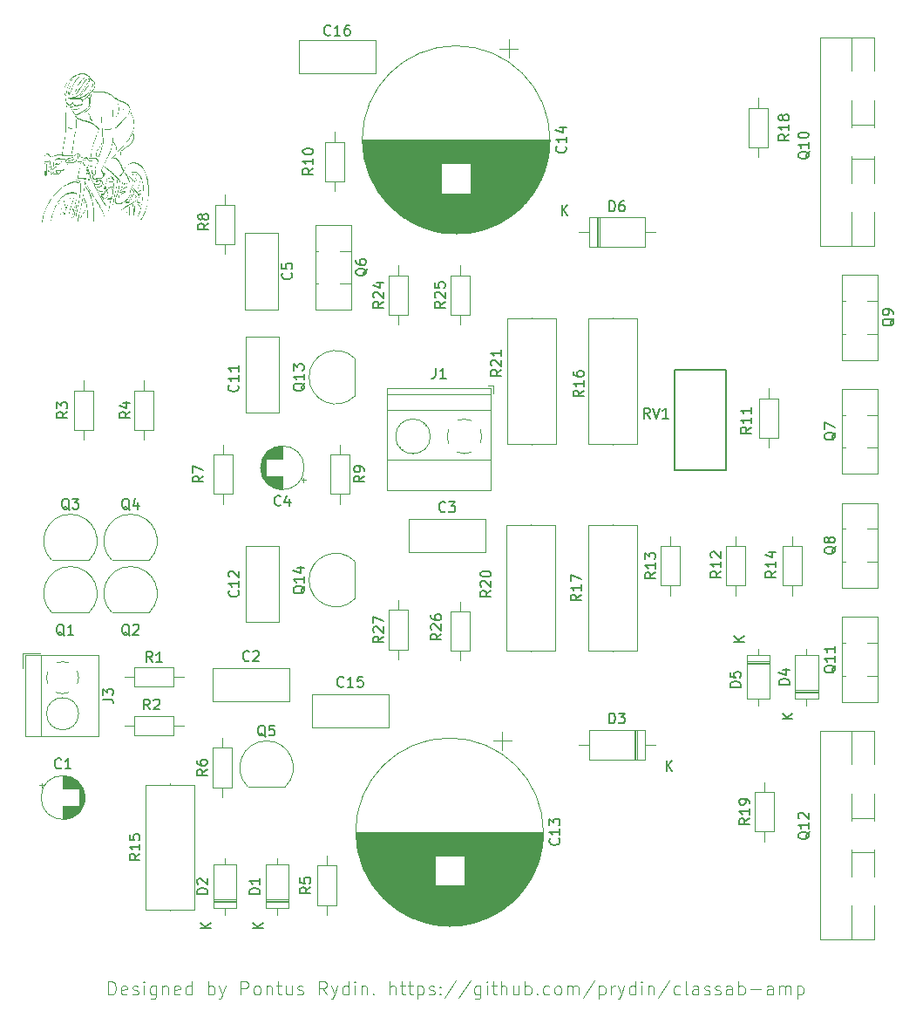
<source format=gbr>
%TF.GenerationSoftware,KiCad,Pcbnew,8.0.4*%
%TF.CreationDate,2024-08-31T16:48:19-04:00*%
%TF.ProjectId,classab-amp,636c6173-7361-4622-9d61-6d702e6b6963,rev?*%
%TF.SameCoordinates,Original*%
%TF.FileFunction,Legend,Top*%
%TF.FilePolarity,Positive*%
%FSLAX46Y46*%
G04 Gerber Fmt 4.6, Leading zero omitted, Abs format (unit mm)*
G04 Created by KiCad (PCBNEW 8.0.4) date 2024-08-31 16:48:19*
%MOMM*%
%LPD*%
G01*
G04 APERTURE LIST*
%ADD10C,0.100000*%
%ADD11C,0.150000*%
%ADD12C,0.000000*%
%ADD13C,0.120000*%
%ADD14C,0.127000*%
G04 APERTURE END LIST*
D10*
X194939312Y-130899704D02*
X194939312Y-129599704D01*
X194939312Y-129599704D02*
X195248836Y-129599704D01*
X195248836Y-129599704D02*
X195434550Y-129661609D01*
X195434550Y-129661609D02*
X195558360Y-129785419D01*
X195558360Y-129785419D02*
X195620265Y-129909228D01*
X195620265Y-129909228D02*
X195682169Y-130156847D01*
X195682169Y-130156847D02*
X195682169Y-130342561D01*
X195682169Y-130342561D02*
X195620265Y-130590180D01*
X195620265Y-130590180D02*
X195558360Y-130713990D01*
X195558360Y-130713990D02*
X195434550Y-130837800D01*
X195434550Y-130837800D02*
X195248836Y-130899704D01*
X195248836Y-130899704D02*
X194939312Y-130899704D01*
X196734550Y-130837800D02*
X196610741Y-130899704D01*
X196610741Y-130899704D02*
X196363122Y-130899704D01*
X196363122Y-130899704D02*
X196239312Y-130837800D01*
X196239312Y-130837800D02*
X196177408Y-130713990D01*
X196177408Y-130713990D02*
X196177408Y-130218752D01*
X196177408Y-130218752D02*
X196239312Y-130094942D01*
X196239312Y-130094942D02*
X196363122Y-130033038D01*
X196363122Y-130033038D02*
X196610741Y-130033038D01*
X196610741Y-130033038D02*
X196734550Y-130094942D01*
X196734550Y-130094942D02*
X196796455Y-130218752D01*
X196796455Y-130218752D02*
X196796455Y-130342561D01*
X196796455Y-130342561D02*
X196177408Y-130466371D01*
X197291694Y-130837800D02*
X197415503Y-130899704D01*
X197415503Y-130899704D02*
X197663122Y-130899704D01*
X197663122Y-130899704D02*
X197786932Y-130837800D01*
X197786932Y-130837800D02*
X197848836Y-130713990D01*
X197848836Y-130713990D02*
X197848836Y-130652085D01*
X197848836Y-130652085D02*
X197786932Y-130528276D01*
X197786932Y-130528276D02*
X197663122Y-130466371D01*
X197663122Y-130466371D02*
X197477408Y-130466371D01*
X197477408Y-130466371D02*
X197353598Y-130404466D01*
X197353598Y-130404466D02*
X197291694Y-130280657D01*
X197291694Y-130280657D02*
X197291694Y-130218752D01*
X197291694Y-130218752D02*
X197353598Y-130094942D01*
X197353598Y-130094942D02*
X197477408Y-130033038D01*
X197477408Y-130033038D02*
X197663122Y-130033038D01*
X197663122Y-130033038D02*
X197786932Y-130094942D01*
X198405979Y-130899704D02*
X198405979Y-130033038D01*
X198405979Y-129599704D02*
X198344075Y-129661609D01*
X198344075Y-129661609D02*
X198405979Y-129723514D01*
X198405979Y-129723514D02*
X198467884Y-129661609D01*
X198467884Y-129661609D02*
X198405979Y-129599704D01*
X198405979Y-129599704D02*
X198405979Y-129723514D01*
X199582170Y-130033038D02*
X199582170Y-131085419D01*
X199582170Y-131085419D02*
X199520265Y-131209228D01*
X199520265Y-131209228D02*
X199458361Y-131271133D01*
X199458361Y-131271133D02*
X199334551Y-131333038D01*
X199334551Y-131333038D02*
X199148837Y-131333038D01*
X199148837Y-131333038D02*
X199025027Y-131271133D01*
X199582170Y-130837800D02*
X199458361Y-130899704D01*
X199458361Y-130899704D02*
X199210742Y-130899704D01*
X199210742Y-130899704D02*
X199086932Y-130837800D01*
X199086932Y-130837800D02*
X199025027Y-130775895D01*
X199025027Y-130775895D02*
X198963123Y-130652085D01*
X198963123Y-130652085D02*
X198963123Y-130280657D01*
X198963123Y-130280657D02*
X199025027Y-130156847D01*
X199025027Y-130156847D02*
X199086932Y-130094942D01*
X199086932Y-130094942D02*
X199210742Y-130033038D01*
X199210742Y-130033038D02*
X199458361Y-130033038D01*
X199458361Y-130033038D02*
X199582170Y-130094942D01*
X200201217Y-130033038D02*
X200201217Y-130899704D01*
X200201217Y-130156847D02*
X200263122Y-130094942D01*
X200263122Y-130094942D02*
X200386932Y-130033038D01*
X200386932Y-130033038D02*
X200572646Y-130033038D01*
X200572646Y-130033038D02*
X200696455Y-130094942D01*
X200696455Y-130094942D02*
X200758360Y-130218752D01*
X200758360Y-130218752D02*
X200758360Y-130899704D01*
X201872645Y-130837800D02*
X201748836Y-130899704D01*
X201748836Y-130899704D02*
X201501217Y-130899704D01*
X201501217Y-130899704D02*
X201377407Y-130837800D01*
X201377407Y-130837800D02*
X201315503Y-130713990D01*
X201315503Y-130713990D02*
X201315503Y-130218752D01*
X201315503Y-130218752D02*
X201377407Y-130094942D01*
X201377407Y-130094942D02*
X201501217Y-130033038D01*
X201501217Y-130033038D02*
X201748836Y-130033038D01*
X201748836Y-130033038D02*
X201872645Y-130094942D01*
X201872645Y-130094942D02*
X201934550Y-130218752D01*
X201934550Y-130218752D02*
X201934550Y-130342561D01*
X201934550Y-130342561D02*
X201315503Y-130466371D01*
X203048836Y-130899704D02*
X203048836Y-129599704D01*
X203048836Y-130837800D02*
X202925027Y-130899704D01*
X202925027Y-130899704D02*
X202677408Y-130899704D01*
X202677408Y-130899704D02*
X202553598Y-130837800D01*
X202553598Y-130837800D02*
X202491693Y-130775895D01*
X202491693Y-130775895D02*
X202429789Y-130652085D01*
X202429789Y-130652085D02*
X202429789Y-130280657D01*
X202429789Y-130280657D02*
X202491693Y-130156847D01*
X202491693Y-130156847D02*
X202553598Y-130094942D01*
X202553598Y-130094942D02*
X202677408Y-130033038D01*
X202677408Y-130033038D02*
X202925027Y-130033038D01*
X202925027Y-130033038D02*
X203048836Y-130094942D01*
X204658359Y-130899704D02*
X204658359Y-129599704D01*
X204658359Y-130094942D02*
X204782169Y-130033038D01*
X204782169Y-130033038D02*
X205029788Y-130033038D01*
X205029788Y-130033038D02*
X205153597Y-130094942D01*
X205153597Y-130094942D02*
X205215502Y-130156847D01*
X205215502Y-130156847D02*
X205277407Y-130280657D01*
X205277407Y-130280657D02*
X205277407Y-130652085D01*
X205277407Y-130652085D02*
X205215502Y-130775895D01*
X205215502Y-130775895D02*
X205153597Y-130837800D01*
X205153597Y-130837800D02*
X205029788Y-130899704D01*
X205029788Y-130899704D02*
X204782169Y-130899704D01*
X204782169Y-130899704D02*
X204658359Y-130837800D01*
X205710740Y-130033038D02*
X206020264Y-130899704D01*
X206329787Y-130033038D02*
X206020264Y-130899704D01*
X206020264Y-130899704D02*
X205896454Y-131209228D01*
X205896454Y-131209228D02*
X205834549Y-131271133D01*
X205834549Y-131271133D02*
X205710740Y-131333038D01*
X207815501Y-130899704D02*
X207815501Y-129599704D01*
X207815501Y-129599704D02*
X208310739Y-129599704D01*
X208310739Y-129599704D02*
X208434549Y-129661609D01*
X208434549Y-129661609D02*
X208496454Y-129723514D01*
X208496454Y-129723514D02*
X208558358Y-129847323D01*
X208558358Y-129847323D02*
X208558358Y-130033038D01*
X208558358Y-130033038D02*
X208496454Y-130156847D01*
X208496454Y-130156847D02*
X208434549Y-130218752D01*
X208434549Y-130218752D02*
X208310739Y-130280657D01*
X208310739Y-130280657D02*
X207815501Y-130280657D01*
X209301216Y-130899704D02*
X209177406Y-130837800D01*
X209177406Y-130837800D02*
X209115501Y-130775895D01*
X209115501Y-130775895D02*
X209053597Y-130652085D01*
X209053597Y-130652085D02*
X209053597Y-130280657D01*
X209053597Y-130280657D02*
X209115501Y-130156847D01*
X209115501Y-130156847D02*
X209177406Y-130094942D01*
X209177406Y-130094942D02*
X209301216Y-130033038D01*
X209301216Y-130033038D02*
X209486930Y-130033038D01*
X209486930Y-130033038D02*
X209610739Y-130094942D01*
X209610739Y-130094942D02*
X209672644Y-130156847D01*
X209672644Y-130156847D02*
X209734549Y-130280657D01*
X209734549Y-130280657D02*
X209734549Y-130652085D01*
X209734549Y-130652085D02*
X209672644Y-130775895D01*
X209672644Y-130775895D02*
X209610739Y-130837800D01*
X209610739Y-130837800D02*
X209486930Y-130899704D01*
X209486930Y-130899704D02*
X209301216Y-130899704D01*
X210291691Y-130033038D02*
X210291691Y-130899704D01*
X210291691Y-130156847D02*
X210353596Y-130094942D01*
X210353596Y-130094942D02*
X210477406Y-130033038D01*
X210477406Y-130033038D02*
X210663120Y-130033038D01*
X210663120Y-130033038D02*
X210786929Y-130094942D01*
X210786929Y-130094942D02*
X210848834Y-130218752D01*
X210848834Y-130218752D02*
X210848834Y-130899704D01*
X211282167Y-130033038D02*
X211777405Y-130033038D01*
X211467881Y-129599704D02*
X211467881Y-130713990D01*
X211467881Y-130713990D02*
X211529786Y-130837800D01*
X211529786Y-130837800D02*
X211653596Y-130899704D01*
X211653596Y-130899704D02*
X211777405Y-130899704D01*
X212767881Y-130033038D02*
X212767881Y-130899704D01*
X212210738Y-130033038D02*
X212210738Y-130713990D01*
X212210738Y-130713990D02*
X212272643Y-130837800D01*
X212272643Y-130837800D02*
X212396453Y-130899704D01*
X212396453Y-130899704D02*
X212582167Y-130899704D01*
X212582167Y-130899704D02*
X212705976Y-130837800D01*
X212705976Y-130837800D02*
X212767881Y-130775895D01*
X213325024Y-130837800D02*
X213448833Y-130899704D01*
X213448833Y-130899704D02*
X213696452Y-130899704D01*
X213696452Y-130899704D02*
X213820262Y-130837800D01*
X213820262Y-130837800D02*
X213882166Y-130713990D01*
X213882166Y-130713990D02*
X213882166Y-130652085D01*
X213882166Y-130652085D02*
X213820262Y-130528276D01*
X213820262Y-130528276D02*
X213696452Y-130466371D01*
X213696452Y-130466371D02*
X213510738Y-130466371D01*
X213510738Y-130466371D02*
X213386928Y-130404466D01*
X213386928Y-130404466D02*
X213325024Y-130280657D01*
X213325024Y-130280657D02*
X213325024Y-130218752D01*
X213325024Y-130218752D02*
X213386928Y-130094942D01*
X213386928Y-130094942D02*
X213510738Y-130033038D01*
X213510738Y-130033038D02*
X213696452Y-130033038D01*
X213696452Y-130033038D02*
X213820262Y-130094942D01*
X216172642Y-130899704D02*
X215739309Y-130280657D01*
X215429785Y-130899704D02*
X215429785Y-129599704D01*
X215429785Y-129599704D02*
X215925023Y-129599704D01*
X215925023Y-129599704D02*
X216048833Y-129661609D01*
X216048833Y-129661609D02*
X216110738Y-129723514D01*
X216110738Y-129723514D02*
X216172642Y-129847323D01*
X216172642Y-129847323D02*
X216172642Y-130033038D01*
X216172642Y-130033038D02*
X216110738Y-130156847D01*
X216110738Y-130156847D02*
X216048833Y-130218752D01*
X216048833Y-130218752D02*
X215925023Y-130280657D01*
X215925023Y-130280657D02*
X215429785Y-130280657D01*
X216605976Y-130033038D02*
X216915500Y-130899704D01*
X217225023Y-130033038D02*
X216915500Y-130899704D01*
X216915500Y-130899704D02*
X216791690Y-131209228D01*
X216791690Y-131209228D02*
X216729785Y-131271133D01*
X216729785Y-131271133D02*
X216605976Y-131333038D01*
X218277404Y-130899704D02*
X218277404Y-129599704D01*
X218277404Y-130837800D02*
X218153595Y-130899704D01*
X218153595Y-130899704D02*
X217905976Y-130899704D01*
X217905976Y-130899704D02*
X217782166Y-130837800D01*
X217782166Y-130837800D02*
X217720261Y-130775895D01*
X217720261Y-130775895D02*
X217658357Y-130652085D01*
X217658357Y-130652085D02*
X217658357Y-130280657D01*
X217658357Y-130280657D02*
X217720261Y-130156847D01*
X217720261Y-130156847D02*
X217782166Y-130094942D01*
X217782166Y-130094942D02*
X217905976Y-130033038D01*
X217905976Y-130033038D02*
X218153595Y-130033038D01*
X218153595Y-130033038D02*
X218277404Y-130094942D01*
X218896451Y-130899704D02*
X218896451Y-130033038D01*
X218896451Y-129599704D02*
X218834547Y-129661609D01*
X218834547Y-129661609D02*
X218896451Y-129723514D01*
X218896451Y-129723514D02*
X218958356Y-129661609D01*
X218958356Y-129661609D02*
X218896451Y-129599704D01*
X218896451Y-129599704D02*
X218896451Y-129723514D01*
X219515499Y-130033038D02*
X219515499Y-130899704D01*
X219515499Y-130156847D02*
X219577404Y-130094942D01*
X219577404Y-130094942D02*
X219701214Y-130033038D01*
X219701214Y-130033038D02*
X219886928Y-130033038D01*
X219886928Y-130033038D02*
X220010737Y-130094942D01*
X220010737Y-130094942D02*
X220072642Y-130218752D01*
X220072642Y-130218752D02*
X220072642Y-130899704D01*
X220691689Y-130775895D02*
X220753594Y-130837800D01*
X220753594Y-130837800D02*
X220691689Y-130899704D01*
X220691689Y-130899704D02*
X220629785Y-130837800D01*
X220629785Y-130837800D02*
X220691689Y-130775895D01*
X220691689Y-130775895D02*
X220691689Y-130899704D01*
X222301213Y-130899704D02*
X222301213Y-129599704D01*
X222858356Y-130899704D02*
X222858356Y-130218752D01*
X222858356Y-130218752D02*
X222796451Y-130094942D01*
X222796451Y-130094942D02*
X222672642Y-130033038D01*
X222672642Y-130033038D02*
X222486928Y-130033038D01*
X222486928Y-130033038D02*
X222363118Y-130094942D01*
X222363118Y-130094942D02*
X222301213Y-130156847D01*
X223291689Y-130033038D02*
X223786927Y-130033038D01*
X223477403Y-129599704D02*
X223477403Y-130713990D01*
X223477403Y-130713990D02*
X223539308Y-130837800D01*
X223539308Y-130837800D02*
X223663118Y-130899704D01*
X223663118Y-130899704D02*
X223786927Y-130899704D01*
X224034546Y-130033038D02*
X224529784Y-130033038D01*
X224220260Y-129599704D02*
X224220260Y-130713990D01*
X224220260Y-130713990D02*
X224282165Y-130837800D01*
X224282165Y-130837800D02*
X224405975Y-130899704D01*
X224405975Y-130899704D02*
X224529784Y-130899704D01*
X224963117Y-130033038D02*
X224963117Y-131333038D01*
X224963117Y-130094942D02*
X225086927Y-130033038D01*
X225086927Y-130033038D02*
X225334546Y-130033038D01*
X225334546Y-130033038D02*
X225458355Y-130094942D01*
X225458355Y-130094942D02*
X225520260Y-130156847D01*
X225520260Y-130156847D02*
X225582165Y-130280657D01*
X225582165Y-130280657D02*
X225582165Y-130652085D01*
X225582165Y-130652085D02*
X225520260Y-130775895D01*
X225520260Y-130775895D02*
X225458355Y-130837800D01*
X225458355Y-130837800D02*
X225334546Y-130899704D01*
X225334546Y-130899704D02*
X225086927Y-130899704D01*
X225086927Y-130899704D02*
X224963117Y-130837800D01*
X226077403Y-130837800D02*
X226201212Y-130899704D01*
X226201212Y-130899704D02*
X226448831Y-130899704D01*
X226448831Y-130899704D02*
X226572641Y-130837800D01*
X226572641Y-130837800D02*
X226634545Y-130713990D01*
X226634545Y-130713990D02*
X226634545Y-130652085D01*
X226634545Y-130652085D02*
X226572641Y-130528276D01*
X226572641Y-130528276D02*
X226448831Y-130466371D01*
X226448831Y-130466371D02*
X226263117Y-130466371D01*
X226263117Y-130466371D02*
X226139307Y-130404466D01*
X226139307Y-130404466D02*
X226077403Y-130280657D01*
X226077403Y-130280657D02*
X226077403Y-130218752D01*
X226077403Y-130218752D02*
X226139307Y-130094942D01*
X226139307Y-130094942D02*
X226263117Y-130033038D01*
X226263117Y-130033038D02*
X226448831Y-130033038D01*
X226448831Y-130033038D02*
X226572641Y-130094942D01*
X227191688Y-130775895D02*
X227253593Y-130837800D01*
X227253593Y-130837800D02*
X227191688Y-130899704D01*
X227191688Y-130899704D02*
X227129784Y-130837800D01*
X227129784Y-130837800D02*
X227191688Y-130775895D01*
X227191688Y-130775895D02*
X227191688Y-130899704D01*
X227191688Y-130094942D02*
X227253593Y-130156847D01*
X227253593Y-130156847D02*
X227191688Y-130218752D01*
X227191688Y-130218752D02*
X227129784Y-130156847D01*
X227129784Y-130156847D02*
X227191688Y-130094942D01*
X227191688Y-130094942D02*
X227191688Y-130218752D01*
X228739308Y-129537800D02*
X227625022Y-131209228D01*
X230101213Y-129537800D02*
X228986927Y-131209228D01*
X231091689Y-130033038D02*
X231091689Y-131085419D01*
X231091689Y-131085419D02*
X231029784Y-131209228D01*
X231029784Y-131209228D02*
X230967880Y-131271133D01*
X230967880Y-131271133D02*
X230844070Y-131333038D01*
X230844070Y-131333038D02*
X230658356Y-131333038D01*
X230658356Y-131333038D02*
X230534546Y-131271133D01*
X231091689Y-130837800D02*
X230967880Y-130899704D01*
X230967880Y-130899704D02*
X230720261Y-130899704D01*
X230720261Y-130899704D02*
X230596451Y-130837800D01*
X230596451Y-130837800D02*
X230534546Y-130775895D01*
X230534546Y-130775895D02*
X230472642Y-130652085D01*
X230472642Y-130652085D02*
X230472642Y-130280657D01*
X230472642Y-130280657D02*
X230534546Y-130156847D01*
X230534546Y-130156847D02*
X230596451Y-130094942D01*
X230596451Y-130094942D02*
X230720261Y-130033038D01*
X230720261Y-130033038D02*
X230967880Y-130033038D01*
X230967880Y-130033038D02*
X231091689Y-130094942D01*
X231710736Y-130899704D02*
X231710736Y-130033038D01*
X231710736Y-129599704D02*
X231648832Y-129661609D01*
X231648832Y-129661609D02*
X231710736Y-129723514D01*
X231710736Y-129723514D02*
X231772641Y-129661609D01*
X231772641Y-129661609D02*
X231710736Y-129599704D01*
X231710736Y-129599704D02*
X231710736Y-129723514D01*
X232144070Y-130033038D02*
X232639308Y-130033038D01*
X232329784Y-129599704D02*
X232329784Y-130713990D01*
X232329784Y-130713990D02*
X232391689Y-130837800D01*
X232391689Y-130837800D02*
X232515499Y-130899704D01*
X232515499Y-130899704D02*
X232639308Y-130899704D01*
X233072641Y-130899704D02*
X233072641Y-129599704D01*
X233629784Y-130899704D02*
X233629784Y-130218752D01*
X233629784Y-130218752D02*
X233567879Y-130094942D01*
X233567879Y-130094942D02*
X233444070Y-130033038D01*
X233444070Y-130033038D02*
X233258356Y-130033038D01*
X233258356Y-130033038D02*
X233134546Y-130094942D01*
X233134546Y-130094942D02*
X233072641Y-130156847D01*
X234805974Y-130033038D02*
X234805974Y-130899704D01*
X234248831Y-130033038D02*
X234248831Y-130713990D01*
X234248831Y-130713990D02*
X234310736Y-130837800D01*
X234310736Y-130837800D02*
X234434546Y-130899704D01*
X234434546Y-130899704D02*
X234620260Y-130899704D01*
X234620260Y-130899704D02*
X234744069Y-130837800D01*
X234744069Y-130837800D02*
X234805974Y-130775895D01*
X235425021Y-130899704D02*
X235425021Y-129599704D01*
X235425021Y-130094942D02*
X235548831Y-130033038D01*
X235548831Y-130033038D02*
X235796450Y-130033038D01*
X235796450Y-130033038D02*
X235920259Y-130094942D01*
X235920259Y-130094942D02*
X235982164Y-130156847D01*
X235982164Y-130156847D02*
X236044069Y-130280657D01*
X236044069Y-130280657D02*
X236044069Y-130652085D01*
X236044069Y-130652085D02*
X235982164Y-130775895D01*
X235982164Y-130775895D02*
X235920259Y-130837800D01*
X235920259Y-130837800D02*
X235796450Y-130899704D01*
X235796450Y-130899704D02*
X235548831Y-130899704D01*
X235548831Y-130899704D02*
X235425021Y-130837800D01*
X236601211Y-130775895D02*
X236663116Y-130837800D01*
X236663116Y-130837800D02*
X236601211Y-130899704D01*
X236601211Y-130899704D02*
X236539307Y-130837800D01*
X236539307Y-130837800D02*
X236601211Y-130775895D01*
X236601211Y-130775895D02*
X236601211Y-130899704D01*
X237777402Y-130837800D02*
X237653593Y-130899704D01*
X237653593Y-130899704D02*
X237405974Y-130899704D01*
X237405974Y-130899704D02*
X237282164Y-130837800D01*
X237282164Y-130837800D02*
X237220259Y-130775895D01*
X237220259Y-130775895D02*
X237158355Y-130652085D01*
X237158355Y-130652085D02*
X237158355Y-130280657D01*
X237158355Y-130280657D02*
X237220259Y-130156847D01*
X237220259Y-130156847D02*
X237282164Y-130094942D01*
X237282164Y-130094942D02*
X237405974Y-130033038D01*
X237405974Y-130033038D02*
X237653593Y-130033038D01*
X237653593Y-130033038D02*
X237777402Y-130094942D01*
X238520260Y-130899704D02*
X238396450Y-130837800D01*
X238396450Y-130837800D02*
X238334545Y-130775895D01*
X238334545Y-130775895D02*
X238272641Y-130652085D01*
X238272641Y-130652085D02*
X238272641Y-130280657D01*
X238272641Y-130280657D02*
X238334545Y-130156847D01*
X238334545Y-130156847D02*
X238396450Y-130094942D01*
X238396450Y-130094942D02*
X238520260Y-130033038D01*
X238520260Y-130033038D02*
X238705974Y-130033038D01*
X238705974Y-130033038D02*
X238829783Y-130094942D01*
X238829783Y-130094942D02*
X238891688Y-130156847D01*
X238891688Y-130156847D02*
X238953593Y-130280657D01*
X238953593Y-130280657D02*
X238953593Y-130652085D01*
X238953593Y-130652085D02*
X238891688Y-130775895D01*
X238891688Y-130775895D02*
X238829783Y-130837800D01*
X238829783Y-130837800D02*
X238705974Y-130899704D01*
X238705974Y-130899704D02*
X238520260Y-130899704D01*
X239510735Y-130899704D02*
X239510735Y-130033038D01*
X239510735Y-130156847D02*
X239572640Y-130094942D01*
X239572640Y-130094942D02*
X239696450Y-130033038D01*
X239696450Y-130033038D02*
X239882164Y-130033038D01*
X239882164Y-130033038D02*
X240005973Y-130094942D01*
X240005973Y-130094942D02*
X240067878Y-130218752D01*
X240067878Y-130218752D02*
X240067878Y-130899704D01*
X240067878Y-130218752D02*
X240129783Y-130094942D01*
X240129783Y-130094942D02*
X240253592Y-130033038D01*
X240253592Y-130033038D02*
X240439307Y-130033038D01*
X240439307Y-130033038D02*
X240563116Y-130094942D01*
X240563116Y-130094942D02*
X240625021Y-130218752D01*
X240625021Y-130218752D02*
X240625021Y-130899704D01*
X242172640Y-129537800D02*
X241058354Y-131209228D01*
X242605973Y-130033038D02*
X242605973Y-131333038D01*
X242605973Y-130094942D02*
X242729783Y-130033038D01*
X242729783Y-130033038D02*
X242977402Y-130033038D01*
X242977402Y-130033038D02*
X243101211Y-130094942D01*
X243101211Y-130094942D02*
X243163116Y-130156847D01*
X243163116Y-130156847D02*
X243225021Y-130280657D01*
X243225021Y-130280657D02*
X243225021Y-130652085D01*
X243225021Y-130652085D02*
X243163116Y-130775895D01*
X243163116Y-130775895D02*
X243101211Y-130837800D01*
X243101211Y-130837800D02*
X242977402Y-130899704D01*
X242977402Y-130899704D02*
X242729783Y-130899704D01*
X242729783Y-130899704D02*
X242605973Y-130837800D01*
X243782163Y-130899704D02*
X243782163Y-130033038D01*
X243782163Y-130280657D02*
X243844068Y-130156847D01*
X243844068Y-130156847D02*
X243905973Y-130094942D01*
X243905973Y-130094942D02*
X244029782Y-130033038D01*
X244029782Y-130033038D02*
X244153592Y-130033038D01*
X244463116Y-130033038D02*
X244772640Y-130899704D01*
X245082163Y-130033038D02*
X244772640Y-130899704D01*
X244772640Y-130899704D02*
X244648830Y-131209228D01*
X244648830Y-131209228D02*
X244586925Y-131271133D01*
X244586925Y-131271133D02*
X244463116Y-131333038D01*
X246134544Y-130899704D02*
X246134544Y-129599704D01*
X246134544Y-130837800D02*
X246010735Y-130899704D01*
X246010735Y-130899704D02*
X245763116Y-130899704D01*
X245763116Y-130899704D02*
X245639306Y-130837800D01*
X245639306Y-130837800D02*
X245577401Y-130775895D01*
X245577401Y-130775895D02*
X245515497Y-130652085D01*
X245515497Y-130652085D02*
X245515497Y-130280657D01*
X245515497Y-130280657D02*
X245577401Y-130156847D01*
X245577401Y-130156847D02*
X245639306Y-130094942D01*
X245639306Y-130094942D02*
X245763116Y-130033038D01*
X245763116Y-130033038D02*
X246010735Y-130033038D01*
X246010735Y-130033038D02*
X246134544Y-130094942D01*
X246753591Y-130899704D02*
X246753591Y-130033038D01*
X246753591Y-129599704D02*
X246691687Y-129661609D01*
X246691687Y-129661609D02*
X246753591Y-129723514D01*
X246753591Y-129723514D02*
X246815496Y-129661609D01*
X246815496Y-129661609D02*
X246753591Y-129599704D01*
X246753591Y-129599704D02*
X246753591Y-129723514D01*
X247372639Y-130033038D02*
X247372639Y-130899704D01*
X247372639Y-130156847D02*
X247434544Y-130094942D01*
X247434544Y-130094942D02*
X247558354Y-130033038D01*
X247558354Y-130033038D02*
X247744068Y-130033038D01*
X247744068Y-130033038D02*
X247867877Y-130094942D01*
X247867877Y-130094942D02*
X247929782Y-130218752D01*
X247929782Y-130218752D02*
X247929782Y-130899704D01*
X249477401Y-129537800D02*
X248363115Y-131209228D01*
X250467877Y-130837800D02*
X250344068Y-130899704D01*
X250344068Y-130899704D02*
X250096449Y-130899704D01*
X250096449Y-130899704D02*
X249972639Y-130837800D01*
X249972639Y-130837800D02*
X249910734Y-130775895D01*
X249910734Y-130775895D02*
X249848830Y-130652085D01*
X249848830Y-130652085D02*
X249848830Y-130280657D01*
X249848830Y-130280657D02*
X249910734Y-130156847D01*
X249910734Y-130156847D02*
X249972639Y-130094942D01*
X249972639Y-130094942D02*
X250096449Y-130033038D01*
X250096449Y-130033038D02*
X250344068Y-130033038D01*
X250344068Y-130033038D02*
X250467877Y-130094942D01*
X251210735Y-130899704D02*
X251086925Y-130837800D01*
X251086925Y-130837800D02*
X251025020Y-130713990D01*
X251025020Y-130713990D02*
X251025020Y-129599704D01*
X252263115Y-130899704D02*
X252263115Y-130218752D01*
X252263115Y-130218752D02*
X252201210Y-130094942D01*
X252201210Y-130094942D02*
X252077401Y-130033038D01*
X252077401Y-130033038D02*
X251829782Y-130033038D01*
X251829782Y-130033038D02*
X251705972Y-130094942D01*
X252263115Y-130837800D02*
X252139306Y-130899704D01*
X252139306Y-130899704D02*
X251829782Y-130899704D01*
X251829782Y-130899704D02*
X251705972Y-130837800D01*
X251705972Y-130837800D02*
X251644068Y-130713990D01*
X251644068Y-130713990D02*
X251644068Y-130590180D01*
X251644068Y-130590180D02*
X251705972Y-130466371D01*
X251705972Y-130466371D02*
X251829782Y-130404466D01*
X251829782Y-130404466D02*
X252139306Y-130404466D01*
X252139306Y-130404466D02*
X252263115Y-130342561D01*
X252820258Y-130837800D02*
X252944067Y-130899704D01*
X252944067Y-130899704D02*
X253191686Y-130899704D01*
X253191686Y-130899704D02*
X253315496Y-130837800D01*
X253315496Y-130837800D02*
X253377400Y-130713990D01*
X253377400Y-130713990D02*
X253377400Y-130652085D01*
X253377400Y-130652085D02*
X253315496Y-130528276D01*
X253315496Y-130528276D02*
X253191686Y-130466371D01*
X253191686Y-130466371D02*
X253005972Y-130466371D01*
X253005972Y-130466371D02*
X252882162Y-130404466D01*
X252882162Y-130404466D02*
X252820258Y-130280657D01*
X252820258Y-130280657D02*
X252820258Y-130218752D01*
X252820258Y-130218752D02*
X252882162Y-130094942D01*
X252882162Y-130094942D02*
X253005972Y-130033038D01*
X253005972Y-130033038D02*
X253191686Y-130033038D01*
X253191686Y-130033038D02*
X253315496Y-130094942D01*
X253872639Y-130837800D02*
X253996448Y-130899704D01*
X253996448Y-130899704D02*
X254244067Y-130899704D01*
X254244067Y-130899704D02*
X254367877Y-130837800D01*
X254367877Y-130837800D02*
X254429781Y-130713990D01*
X254429781Y-130713990D02*
X254429781Y-130652085D01*
X254429781Y-130652085D02*
X254367877Y-130528276D01*
X254367877Y-130528276D02*
X254244067Y-130466371D01*
X254244067Y-130466371D02*
X254058353Y-130466371D01*
X254058353Y-130466371D02*
X253934543Y-130404466D01*
X253934543Y-130404466D02*
X253872639Y-130280657D01*
X253872639Y-130280657D02*
X253872639Y-130218752D01*
X253872639Y-130218752D02*
X253934543Y-130094942D01*
X253934543Y-130094942D02*
X254058353Y-130033038D01*
X254058353Y-130033038D02*
X254244067Y-130033038D01*
X254244067Y-130033038D02*
X254367877Y-130094942D01*
X255544067Y-130899704D02*
X255544067Y-130218752D01*
X255544067Y-130218752D02*
X255482162Y-130094942D01*
X255482162Y-130094942D02*
X255358353Y-130033038D01*
X255358353Y-130033038D02*
X255110734Y-130033038D01*
X255110734Y-130033038D02*
X254986924Y-130094942D01*
X255544067Y-130837800D02*
X255420258Y-130899704D01*
X255420258Y-130899704D02*
X255110734Y-130899704D01*
X255110734Y-130899704D02*
X254986924Y-130837800D01*
X254986924Y-130837800D02*
X254925020Y-130713990D01*
X254925020Y-130713990D02*
X254925020Y-130590180D01*
X254925020Y-130590180D02*
X254986924Y-130466371D01*
X254986924Y-130466371D02*
X255110734Y-130404466D01*
X255110734Y-130404466D02*
X255420258Y-130404466D01*
X255420258Y-130404466D02*
X255544067Y-130342561D01*
X256163114Y-130899704D02*
X256163114Y-129599704D01*
X256163114Y-130094942D02*
X256286924Y-130033038D01*
X256286924Y-130033038D02*
X256534543Y-130033038D01*
X256534543Y-130033038D02*
X256658352Y-130094942D01*
X256658352Y-130094942D02*
X256720257Y-130156847D01*
X256720257Y-130156847D02*
X256782162Y-130280657D01*
X256782162Y-130280657D02*
X256782162Y-130652085D01*
X256782162Y-130652085D02*
X256720257Y-130775895D01*
X256720257Y-130775895D02*
X256658352Y-130837800D01*
X256658352Y-130837800D02*
X256534543Y-130899704D01*
X256534543Y-130899704D02*
X256286924Y-130899704D01*
X256286924Y-130899704D02*
X256163114Y-130837800D01*
X257339304Y-130404466D02*
X258329781Y-130404466D01*
X259505971Y-130899704D02*
X259505971Y-130218752D01*
X259505971Y-130218752D02*
X259444066Y-130094942D01*
X259444066Y-130094942D02*
X259320257Y-130033038D01*
X259320257Y-130033038D02*
X259072638Y-130033038D01*
X259072638Y-130033038D02*
X258948828Y-130094942D01*
X259505971Y-130837800D02*
X259382162Y-130899704D01*
X259382162Y-130899704D02*
X259072638Y-130899704D01*
X259072638Y-130899704D02*
X258948828Y-130837800D01*
X258948828Y-130837800D02*
X258886924Y-130713990D01*
X258886924Y-130713990D02*
X258886924Y-130590180D01*
X258886924Y-130590180D02*
X258948828Y-130466371D01*
X258948828Y-130466371D02*
X259072638Y-130404466D01*
X259072638Y-130404466D02*
X259382162Y-130404466D01*
X259382162Y-130404466D02*
X259505971Y-130342561D01*
X260125018Y-130899704D02*
X260125018Y-130033038D01*
X260125018Y-130156847D02*
X260186923Y-130094942D01*
X260186923Y-130094942D02*
X260310733Y-130033038D01*
X260310733Y-130033038D02*
X260496447Y-130033038D01*
X260496447Y-130033038D02*
X260620256Y-130094942D01*
X260620256Y-130094942D02*
X260682161Y-130218752D01*
X260682161Y-130218752D02*
X260682161Y-130899704D01*
X260682161Y-130218752D02*
X260744066Y-130094942D01*
X260744066Y-130094942D02*
X260867875Y-130033038D01*
X260867875Y-130033038D02*
X261053590Y-130033038D01*
X261053590Y-130033038D02*
X261177399Y-130094942D01*
X261177399Y-130094942D02*
X261239304Y-130218752D01*
X261239304Y-130218752D02*
X261239304Y-130899704D01*
X261858351Y-130033038D02*
X261858351Y-131333038D01*
X261858351Y-130094942D02*
X261982161Y-130033038D01*
X261982161Y-130033038D02*
X262229780Y-130033038D01*
X262229780Y-130033038D02*
X262353589Y-130094942D01*
X262353589Y-130094942D02*
X262415494Y-130156847D01*
X262415494Y-130156847D02*
X262477399Y-130280657D01*
X262477399Y-130280657D02*
X262477399Y-130652085D01*
X262477399Y-130652085D02*
X262415494Y-130775895D01*
X262415494Y-130775895D02*
X262353589Y-130837800D01*
X262353589Y-130837800D02*
X262229780Y-130899704D01*
X262229780Y-130899704D02*
X261982161Y-130899704D01*
X261982161Y-130899704D02*
X261858351Y-130837800D01*
D11*
X226742666Y-70066819D02*
X226742666Y-70781104D01*
X226742666Y-70781104D02*
X226695047Y-70923961D01*
X226695047Y-70923961D02*
X226599809Y-71019200D01*
X226599809Y-71019200D02*
X226456952Y-71066819D01*
X226456952Y-71066819D02*
X226361714Y-71066819D01*
X227742666Y-71066819D02*
X227171238Y-71066819D01*
X227456952Y-71066819D02*
X227456952Y-70066819D01*
X227456952Y-70066819D02*
X227361714Y-70209676D01*
X227361714Y-70209676D02*
X227266476Y-70304914D01*
X227266476Y-70304914D02*
X227171238Y-70352533D01*
X261097819Y-100814094D02*
X260097819Y-100814094D01*
X260097819Y-100814094D02*
X260097819Y-100575999D01*
X260097819Y-100575999D02*
X260145438Y-100433142D01*
X260145438Y-100433142D02*
X260240676Y-100337904D01*
X260240676Y-100337904D02*
X260335914Y-100290285D01*
X260335914Y-100290285D02*
X260526390Y-100242666D01*
X260526390Y-100242666D02*
X260669247Y-100242666D01*
X260669247Y-100242666D02*
X260859723Y-100290285D01*
X260859723Y-100290285D02*
X260954961Y-100337904D01*
X260954961Y-100337904D02*
X261050200Y-100433142D01*
X261050200Y-100433142D02*
X261097819Y-100575999D01*
X261097819Y-100575999D02*
X261097819Y-100814094D01*
X260431152Y-99385523D02*
X261097819Y-99385523D01*
X260050200Y-99623618D02*
X260764485Y-99861713D01*
X260764485Y-99861713D02*
X260764485Y-99242666D01*
X261417819Y-104147904D02*
X260417819Y-104147904D01*
X261417819Y-103576476D02*
X260846390Y-104005047D01*
X260417819Y-103576476D02*
X260989247Y-104147904D01*
X241115819Y-72248857D02*
X240639628Y-72582190D01*
X241115819Y-72820285D02*
X240115819Y-72820285D01*
X240115819Y-72820285D02*
X240115819Y-72439333D01*
X240115819Y-72439333D02*
X240163438Y-72344095D01*
X240163438Y-72344095D02*
X240211057Y-72296476D01*
X240211057Y-72296476D02*
X240306295Y-72248857D01*
X240306295Y-72248857D02*
X240449152Y-72248857D01*
X240449152Y-72248857D02*
X240544390Y-72296476D01*
X240544390Y-72296476D02*
X240592009Y-72344095D01*
X240592009Y-72344095D02*
X240639628Y-72439333D01*
X240639628Y-72439333D02*
X240639628Y-72820285D01*
X241115819Y-71296476D02*
X241115819Y-71867904D01*
X241115819Y-71582190D02*
X240115819Y-71582190D01*
X240115819Y-71582190D02*
X240258676Y-71677428D01*
X240258676Y-71677428D02*
X240353914Y-71772666D01*
X240353914Y-71772666D02*
X240401533Y-71867904D01*
X240115819Y-70439333D02*
X240115819Y-70629809D01*
X240115819Y-70629809D02*
X240163438Y-70725047D01*
X240163438Y-70725047D02*
X240211057Y-70772666D01*
X240211057Y-70772666D02*
X240353914Y-70867904D01*
X240353914Y-70867904D02*
X240544390Y-70915523D01*
X240544390Y-70915523D02*
X240925342Y-70915523D01*
X240925342Y-70915523D02*
X241020580Y-70867904D01*
X241020580Y-70867904D02*
X241068200Y-70820285D01*
X241068200Y-70820285D02*
X241115819Y-70725047D01*
X241115819Y-70725047D02*
X241115819Y-70534571D01*
X241115819Y-70534571D02*
X241068200Y-70439333D01*
X241068200Y-70439333D02*
X241020580Y-70391714D01*
X241020580Y-70391714D02*
X240925342Y-70344095D01*
X240925342Y-70344095D02*
X240687247Y-70344095D01*
X240687247Y-70344095D02*
X240592009Y-70391714D01*
X240592009Y-70391714D02*
X240544390Y-70439333D01*
X240544390Y-70439333D02*
X240496771Y-70534571D01*
X240496771Y-70534571D02*
X240496771Y-70725047D01*
X240496771Y-70725047D02*
X240544390Y-70820285D01*
X240544390Y-70820285D02*
X240592009Y-70867904D01*
X240592009Y-70867904D02*
X240687247Y-70915523D01*
X210216761Y-105856057D02*
X210121523Y-105808438D01*
X210121523Y-105808438D02*
X210026285Y-105713200D01*
X210026285Y-105713200D02*
X209883428Y-105570342D01*
X209883428Y-105570342D02*
X209788190Y-105522723D01*
X209788190Y-105522723D02*
X209692952Y-105522723D01*
X209740571Y-105760819D02*
X209645333Y-105713200D01*
X209645333Y-105713200D02*
X209550095Y-105617961D01*
X209550095Y-105617961D02*
X209502476Y-105427485D01*
X209502476Y-105427485D02*
X209502476Y-105094152D01*
X209502476Y-105094152D02*
X209550095Y-104903676D01*
X209550095Y-104903676D02*
X209645333Y-104808438D01*
X209645333Y-104808438D02*
X209740571Y-104760819D01*
X209740571Y-104760819D02*
X209931047Y-104760819D01*
X209931047Y-104760819D02*
X210026285Y-104808438D01*
X210026285Y-104808438D02*
X210121523Y-104903676D01*
X210121523Y-104903676D02*
X210169142Y-105094152D01*
X210169142Y-105094152D02*
X210169142Y-105427485D01*
X210169142Y-105427485D02*
X210121523Y-105617961D01*
X210121523Y-105617961D02*
X210026285Y-105713200D01*
X210026285Y-105713200D02*
X209931047Y-105760819D01*
X209931047Y-105760819D02*
X209740571Y-105760819D01*
X211073904Y-104760819D02*
X210597714Y-104760819D01*
X210597714Y-104760819D02*
X210550095Y-105237009D01*
X210550095Y-105237009D02*
X210597714Y-105189390D01*
X210597714Y-105189390D02*
X210692952Y-105141771D01*
X210692952Y-105141771D02*
X210931047Y-105141771D01*
X210931047Y-105141771D02*
X211026285Y-105189390D01*
X211026285Y-105189390D02*
X211073904Y-105237009D01*
X211073904Y-105237009D02*
X211121523Y-105332247D01*
X211121523Y-105332247D02*
X211121523Y-105570342D01*
X211121523Y-105570342D02*
X211073904Y-105665580D01*
X211073904Y-105665580D02*
X211026285Y-105713200D01*
X211026285Y-105713200D02*
X210931047Y-105760819D01*
X210931047Y-105760819D02*
X210692952Y-105760819D01*
X210692952Y-105760819D02*
X210597714Y-105713200D01*
X210597714Y-105713200D02*
X210550095Y-105665580D01*
X197998819Y-117228857D02*
X197522628Y-117562190D01*
X197998819Y-117800285D02*
X196998819Y-117800285D01*
X196998819Y-117800285D02*
X196998819Y-117419333D01*
X196998819Y-117419333D02*
X197046438Y-117324095D01*
X197046438Y-117324095D02*
X197094057Y-117276476D01*
X197094057Y-117276476D02*
X197189295Y-117228857D01*
X197189295Y-117228857D02*
X197332152Y-117228857D01*
X197332152Y-117228857D02*
X197427390Y-117276476D01*
X197427390Y-117276476D02*
X197475009Y-117324095D01*
X197475009Y-117324095D02*
X197522628Y-117419333D01*
X197522628Y-117419333D02*
X197522628Y-117800285D01*
X197998819Y-116276476D02*
X197998819Y-116847904D01*
X197998819Y-116562190D02*
X196998819Y-116562190D01*
X196998819Y-116562190D02*
X197141676Y-116657428D01*
X197141676Y-116657428D02*
X197236914Y-116752666D01*
X197236914Y-116752666D02*
X197284533Y-116847904D01*
X196998819Y-115371714D02*
X196998819Y-115847904D01*
X196998819Y-115847904D02*
X197475009Y-115895523D01*
X197475009Y-115895523D02*
X197427390Y-115847904D01*
X197427390Y-115847904D02*
X197379771Y-115752666D01*
X197379771Y-115752666D02*
X197379771Y-115514571D01*
X197379771Y-115514571D02*
X197427390Y-115419333D01*
X197427390Y-115419333D02*
X197475009Y-115371714D01*
X197475009Y-115371714D02*
X197570247Y-115324095D01*
X197570247Y-115324095D02*
X197808342Y-115324095D01*
X197808342Y-115324095D02*
X197903580Y-115371714D01*
X197903580Y-115371714D02*
X197951200Y-115419333D01*
X197951200Y-115419333D02*
X197998819Y-115514571D01*
X197998819Y-115514571D02*
X197998819Y-115752666D01*
X197998819Y-115752666D02*
X197951200Y-115847904D01*
X197951200Y-115847904D02*
X197903580Y-115895523D01*
X204162819Y-80557666D02*
X203686628Y-80890999D01*
X204162819Y-81129094D02*
X203162819Y-81129094D01*
X203162819Y-81129094D02*
X203162819Y-80748142D01*
X203162819Y-80748142D02*
X203210438Y-80652904D01*
X203210438Y-80652904D02*
X203258057Y-80605285D01*
X203258057Y-80605285D02*
X203353295Y-80557666D01*
X203353295Y-80557666D02*
X203496152Y-80557666D01*
X203496152Y-80557666D02*
X203591390Y-80605285D01*
X203591390Y-80605285D02*
X203639009Y-80652904D01*
X203639009Y-80652904D02*
X203686628Y-80748142D01*
X203686628Y-80748142D02*
X203686628Y-81129094D01*
X203162819Y-80224332D02*
X203162819Y-79557666D01*
X203162819Y-79557666D02*
X204162819Y-79986237D01*
X221669819Y-96124857D02*
X221193628Y-96458190D01*
X221669819Y-96696285D02*
X220669819Y-96696285D01*
X220669819Y-96696285D02*
X220669819Y-96315333D01*
X220669819Y-96315333D02*
X220717438Y-96220095D01*
X220717438Y-96220095D02*
X220765057Y-96172476D01*
X220765057Y-96172476D02*
X220860295Y-96124857D01*
X220860295Y-96124857D02*
X221003152Y-96124857D01*
X221003152Y-96124857D02*
X221098390Y-96172476D01*
X221098390Y-96172476D02*
X221146009Y-96220095D01*
X221146009Y-96220095D02*
X221193628Y-96315333D01*
X221193628Y-96315333D02*
X221193628Y-96696285D01*
X220765057Y-95743904D02*
X220717438Y-95696285D01*
X220717438Y-95696285D02*
X220669819Y-95601047D01*
X220669819Y-95601047D02*
X220669819Y-95362952D01*
X220669819Y-95362952D02*
X220717438Y-95267714D01*
X220717438Y-95267714D02*
X220765057Y-95220095D01*
X220765057Y-95220095D02*
X220860295Y-95172476D01*
X220860295Y-95172476D02*
X220955533Y-95172476D01*
X220955533Y-95172476D02*
X221098390Y-95220095D01*
X221098390Y-95220095D02*
X221669819Y-95791523D01*
X221669819Y-95791523D02*
X221669819Y-95172476D01*
X220669819Y-94839142D02*
X220669819Y-94172476D01*
X220669819Y-94172476D02*
X221669819Y-94601047D01*
X221669819Y-63634857D02*
X221193628Y-63968190D01*
X221669819Y-64206285D02*
X220669819Y-64206285D01*
X220669819Y-64206285D02*
X220669819Y-63825333D01*
X220669819Y-63825333D02*
X220717438Y-63730095D01*
X220717438Y-63730095D02*
X220765057Y-63682476D01*
X220765057Y-63682476D02*
X220860295Y-63634857D01*
X220860295Y-63634857D02*
X221003152Y-63634857D01*
X221003152Y-63634857D02*
X221098390Y-63682476D01*
X221098390Y-63682476D02*
X221146009Y-63730095D01*
X221146009Y-63730095D02*
X221193628Y-63825333D01*
X221193628Y-63825333D02*
X221193628Y-64206285D01*
X220765057Y-63253904D02*
X220717438Y-63206285D01*
X220717438Y-63206285D02*
X220669819Y-63111047D01*
X220669819Y-63111047D02*
X220669819Y-62872952D01*
X220669819Y-62872952D02*
X220717438Y-62777714D01*
X220717438Y-62777714D02*
X220765057Y-62730095D01*
X220765057Y-62730095D02*
X220860295Y-62682476D01*
X220860295Y-62682476D02*
X220955533Y-62682476D01*
X220955533Y-62682476D02*
X221098390Y-62730095D01*
X221098390Y-62730095D02*
X221669819Y-63301523D01*
X221669819Y-63301523D02*
X221669819Y-62682476D01*
X221003152Y-61825333D02*
X221669819Y-61825333D01*
X220622200Y-62063428D02*
X221336485Y-62301523D01*
X221336485Y-62301523D02*
X221336485Y-61682476D01*
X191166761Y-83858057D02*
X191071523Y-83810438D01*
X191071523Y-83810438D02*
X190976285Y-83715200D01*
X190976285Y-83715200D02*
X190833428Y-83572342D01*
X190833428Y-83572342D02*
X190738190Y-83524723D01*
X190738190Y-83524723D02*
X190642952Y-83524723D01*
X190690571Y-83762819D02*
X190595333Y-83715200D01*
X190595333Y-83715200D02*
X190500095Y-83619961D01*
X190500095Y-83619961D02*
X190452476Y-83429485D01*
X190452476Y-83429485D02*
X190452476Y-83096152D01*
X190452476Y-83096152D02*
X190500095Y-82905676D01*
X190500095Y-82905676D02*
X190595333Y-82810438D01*
X190595333Y-82810438D02*
X190690571Y-82762819D01*
X190690571Y-82762819D02*
X190881047Y-82762819D01*
X190881047Y-82762819D02*
X190976285Y-82810438D01*
X190976285Y-82810438D02*
X191071523Y-82905676D01*
X191071523Y-82905676D02*
X191119142Y-83096152D01*
X191119142Y-83096152D02*
X191119142Y-83429485D01*
X191119142Y-83429485D02*
X191071523Y-83619961D01*
X191071523Y-83619961D02*
X190976285Y-83715200D01*
X190976285Y-83715200D02*
X190881047Y-83762819D01*
X190881047Y-83762819D02*
X190690571Y-83762819D01*
X191452476Y-82762819D02*
X192071523Y-82762819D01*
X192071523Y-82762819D02*
X191738190Y-83143771D01*
X191738190Y-83143771D02*
X191881047Y-83143771D01*
X191881047Y-83143771D02*
X191976285Y-83191390D01*
X191976285Y-83191390D02*
X192023904Y-83239009D01*
X192023904Y-83239009D02*
X192071523Y-83334247D01*
X192071523Y-83334247D02*
X192071523Y-83572342D01*
X192071523Y-83572342D02*
X192023904Y-83667580D01*
X192023904Y-83667580D02*
X191976285Y-83715200D01*
X191976285Y-83715200D02*
X191881047Y-83762819D01*
X191881047Y-83762819D02*
X191595333Y-83762819D01*
X191595333Y-83762819D02*
X191500095Y-83715200D01*
X191500095Y-83715200D02*
X191452476Y-83667580D01*
X190360734Y-108869580D02*
X190313115Y-108917200D01*
X190313115Y-108917200D02*
X190170258Y-108964819D01*
X190170258Y-108964819D02*
X190075020Y-108964819D01*
X190075020Y-108964819D02*
X189932163Y-108917200D01*
X189932163Y-108917200D02*
X189836925Y-108821961D01*
X189836925Y-108821961D02*
X189789306Y-108726723D01*
X189789306Y-108726723D02*
X189741687Y-108536247D01*
X189741687Y-108536247D02*
X189741687Y-108393390D01*
X189741687Y-108393390D02*
X189789306Y-108202914D01*
X189789306Y-108202914D02*
X189836925Y-108107676D01*
X189836925Y-108107676D02*
X189932163Y-108012438D01*
X189932163Y-108012438D02*
X190075020Y-107964819D01*
X190075020Y-107964819D02*
X190170258Y-107964819D01*
X190170258Y-107964819D02*
X190313115Y-108012438D01*
X190313115Y-108012438D02*
X190360734Y-108060057D01*
X191313115Y-108964819D02*
X190741687Y-108964819D01*
X191027401Y-108964819D02*
X191027401Y-107964819D01*
X191027401Y-107964819D02*
X190932163Y-108107676D01*
X190932163Y-108107676D02*
X190836925Y-108202914D01*
X190836925Y-108202914D02*
X190741687Y-108250533D01*
X214830819Y-50680857D02*
X214354628Y-51014190D01*
X214830819Y-51252285D02*
X213830819Y-51252285D01*
X213830819Y-51252285D02*
X213830819Y-50871333D01*
X213830819Y-50871333D02*
X213878438Y-50776095D01*
X213878438Y-50776095D02*
X213926057Y-50728476D01*
X213926057Y-50728476D02*
X214021295Y-50680857D01*
X214021295Y-50680857D02*
X214164152Y-50680857D01*
X214164152Y-50680857D02*
X214259390Y-50728476D01*
X214259390Y-50728476D02*
X214307009Y-50776095D01*
X214307009Y-50776095D02*
X214354628Y-50871333D01*
X214354628Y-50871333D02*
X214354628Y-51252285D01*
X214830819Y-49728476D02*
X214830819Y-50299904D01*
X214830819Y-50014190D02*
X213830819Y-50014190D01*
X213830819Y-50014190D02*
X213973676Y-50109428D01*
X213973676Y-50109428D02*
X214068914Y-50204666D01*
X214068914Y-50204666D02*
X214116533Y-50299904D01*
X213830819Y-49109428D02*
X213830819Y-49014190D01*
X213830819Y-49014190D02*
X213878438Y-48918952D01*
X213878438Y-48918952D02*
X213926057Y-48871333D01*
X213926057Y-48871333D02*
X214021295Y-48823714D01*
X214021295Y-48823714D02*
X214211771Y-48776095D01*
X214211771Y-48776095D02*
X214449866Y-48776095D01*
X214449866Y-48776095D02*
X214640342Y-48823714D01*
X214640342Y-48823714D02*
X214735580Y-48871333D01*
X214735580Y-48871333D02*
X214783200Y-48918952D01*
X214783200Y-48918952D02*
X214830819Y-49014190D01*
X214830819Y-49014190D02*
X214830819Y-49109428D01*
X214830819Y-49109428D02*
X214783200Y-49204666D01*
X214783200Y-49204666D02*
X214735580Y-49252285D01*
X214735580Y-49252285D02*
X214640342Y-49299904D01*
X214640342Y-49299904D02*
X214449866Y-49347523D01*
X214449866Y-49347523D02*
X214211771Y-49347523D01*
X214211771Y-49347523D02*
X214021295Y-49299904D01*
X214021295Y-49299904D02*
X213926057Y-49252285D01*
X213926057Y-49252285D02*
X213878438Y-49204666D01*
X213878438Y-49204666D02*
X213830819Y-49109428D01*
X211681333Y-83365580D02*
X211633714Y-83413200D01*
X211633714Y-83413200D02*
X211490857Y-83460819D01*
X211490857Y-83460819D02*
X211395619Y-83460819D01*
X211395619Y-83460819D02*
X211252762Y-83413200D01*
X211252762Y-83413200D02*
X211157524Y-83317961D01*
X211157524Y-83317961D02*
X211109905Y-83222723D01*
X211109905Y-83222723D02*
X211062286Y-83032247D01*
X211062286Y-83032247D02*
X211062286Y-82889390D01*
X211062286Y-82889390D02*
X211109905Y-82698914D01*
X211109905Y-82698914D02*
X211157524Y-82603676D01*
X211157524Y-82603676D02*
X211252762Y-82508438D01*
X211252762Y-82508438D02*
X211395619Y-82460819D01*
X211395619Y-82460819D02*
X211490857Y-82460819D01*
X211490857Y-82460819D02*
X211633714Y-82508438D01*
X211633714Y-82508438D02*
X211681333Y-82556057D01*
X212538476Y-82794152D02*
X212538476Y-83460819D01*
X212300381Y-82413200D02*
X212062286Y-83127485D01*
X212062286Y-83127485D02*
X212681333Y-83127485D01*
X204670819Y-56046666D02*
X204194628Y-56379999D01*
X204670819Y-56618094D02*
X203670819Y-56618094D01*
X203670819Y-56618094D02*
X203670819Y-56237142D01*
X203670819Y-56237142D02*
X203718438Y-56141904D01*
X203718438Y-56141904D02*
X203766057Y-56094285D01*
X203766057Y-56094285D02*
X203861295Y-56046666D01*
X203861295Y-56046666D02*
X204004152Y-56046666D01*
X204004152Y-56046666D02*
X204099390Y-56094285D01*
X204099390Y-56094285D02*
X204147009Y-56141904D01*
X204147009Y-56141904D02*
X204194628Y-56237142D01*
X204194628Y-56237142D02*
X204194628Y-56618094D01*
X204099390Y-55475237D02*
X204051771Y-55570475D01*
X204051771Y-55570475D02*
X204004152Y-55618094D01*
X204004152Y-55618094D02*
X203908914Y-55665713D01*
X203908914Y-55665713D02*
X203861295Y-55665713D01*
X203861295Y-55665713D02*
X203766057Y-55618094D01*
X203766057Y-55618094D02*
X203718438Y-55570475D01*
X203718438Y-55570475D02*
X203670819Y-55475237D01*
X203670819Y-55475237D02*
X203670819Y-55284761D01*
X203670819Y-55284761D02*
X203718438Y-55189523D01*
X203718438Y-55189523D02*
X203766057Y-55141904D01*
X203766057Y-55141904D02*
X203861295Y-55094285D01*
X203861295Y-55094285D02*
X203908914Y-55094285D01*
X203908914Y-55094285D02*
X204004152Y-55141904D01*
X204004152Y-55141904D02*
X204051771Y-55189523D01*
X204051771Y-55189523D02*
X204099390Y-55284761D01*
X204099390Y-55284761D02*
X204099390Y-55475237D01*
X204099390Y-55475237D02*
X204147009Y-55570475D01*
X204147009Y-55570475D02*
X204194628Y-55618094D01*
X204194628Y-55618094D02*
X204289866Y-55665713D01*
X204289866Y-55665713D02*
X204480342Y-55665713D01*
X204480342Y-55665713D02*
X204575580Y-55618094D01*
X204575580Y-55618094D02*
X204623200Y-55570475D01*
X204623200Y-55570475D02*
X204670819Y-55475237D01*
X204670819Y-55475237D02*
X204670819Y-55284761D01*
X204670819Y-55284761D02*
X204623200Y-55189523D01*
X204623200Y-55189523D02*
X204575580Y-55141904D01*
X204575580Y-55141904D02*
X204480342Y-55094285D01*
X204480342Y-55094285D02*
X204289866Y-55094285D01*
X204289866Y-55094285D02*
X204194628Y-55141904D01*
X204194628Y-55141904D02*
X204147009Y-55189523D01*
X204147009Y-55189523D02*
X204099390Y-55284761D01*
X216527142Y-37697580D02*
X216479523Y-37745200D01*
X216479523Y-37745200D02*
X216336666Y-37792819D01*
X216336666Y-37792819D02*
X216241428Y-37792819D01*
X216241428Y-37792819D02*
X216098571Y-37745200D01*
X216098571Y-37745200D02*
X216003333Y-37649961D01*
X216003333Y-37649961D02*
X215955714Y-37554723D01*
X215955714Y-37554723D02*
X215908095Y-37364247D01*
X215908095Y-37364247D02*
X215908095Y-37221390D01*
X215908095Y-37221390D02*
X215955714Y-37030914D01*
X215955714Y-37030914D02*
X216003333Y-36935676D01*
X216003333Y-36935676D02*
X216098571Y-36840438D01*
X216098571Y-36840438D02*
X216241428Y-36792819D01*
X216241428Y-36792819D02*
X216336666Y-36792819D01*
X216336666Y-36792819D02*
X216479523Y-36840438D01*
X216479523Y-36840438D02*
X216527142Y-36888057D01*
X217479523Y-37792819D02*
X216908095Y-37792819D01*
X217193809Y-37792819D02*
X217193809Y-36792819D01*
X217193809Y-36792819D02*
X217098571Y-36935676D01*
X217098571Y-36935676D02*
X217003333Y-37030914D01*
X217003333Y-37030914D02*
X216908095Y-37078533D01*
X218336666Y-36792819D02*
X218146190Y-36792819D01*
X218146190Y-36792819D02*
X218050952Y-36840438D01*
X218050952Y-36840438D02*
X218003333Y-36888057D01*
X218003333Y-36888057D02*
X217908095Y-37030914D01*
X217908095Y-37030914D02*
X217860476Y-37221390D01*
X217860476Y-37221390D02*
X217860476Y-37602342D01*
X217860476Y-37602342D02*
X217908095Y-37697580D01*
X217908095Y-37697580D02*
X217955714Y-37745200D01*
X217955714Y-37745200D02*
X218050952Y-37792819D01*
X218050952Y-37792819D02*
X218241428Y-37792819D01*
X218241428Y-37792819D02*
X218336666Y-37745200D01*
X218336666Y-37745200D02*
X218384285Y-37697580D01*
X218384285Y-37697580D02*
X218431904Y-37602342D01*
X218431904Y-37602342D02*
X218431904Y-37364247D01*
X218431904Y-37364247D02*
X218384285Y-37269009D01*
X218384285Y-37269009D02*
X218336666Y-37221390D01*
X218336666Y-37221390D02*
X218241428Y-37173771D01*
X218241428Y-37173771D02*
X218050952Y-37173771D01*
X218050952Y-37173771D02*
X217955714Y-37221390D01*
X217955714Y-37221390D02*
X217908095Y-37269009D01*
X217908095Y-37269009D02*
X217860476Y-37364247D01*
X257233819Y-113799857D02*
X256757628Y-114133190D01*
X257233819Y-114371285D02*
X256233819Y-114371285D01*
X256233819Y-114371285D02*
X256233819Y-113990333D01*
X256233819Y-113990333D02*
X256281438Y-113895095D01*
X256281438Y-113895095D02*
X256329057Y-113847476D01*
X256329057Y-113847476D02*
X256424295Y-113799857D01*
X256424295Y-113799857D02*
X256567152Y-113799857D01*
X256567152Y-113799857D02*
X256662390Y-113847476D01*
X256662390Y-113847476D02*
X256710009Y-113895095D01*
X256710009Y-113895095D02*
X256757628Y-113990333D01*
X256757628Y-113990333D02*
X256757628Y-114371285D01*
X257233819Y-112847476D02*
X257233819Y-113418904D01*
X257233819Y-113133190D02*
X256233819Y-113133190D01*
X256233819Y-113133190D02*
X256376676Y-113228428D01*
X256376676Y-113228428D02*
X256471914Y-113323666D01*
X256471914Y-113323666D02*
X256519533Y-113418904D01*
X257233819Y-112371285D02*
X257233819Y-112180809D01*
X257233819Y-112180809D02*
X257186200Y-112085571D01*
X257186200Y-112085571D02*
X257138580Y-112037952D01*
X257138580Y-112037952D02*
X256995723Y-111942714D01*
X256995723Y-111942714D02*
X256805247Y-111895095D01*
X256805247Y-111895095D02*
X256424295Y-111895095D01*
X256424295Y-111895095D02*
X256329057Y-111942714D01*
X256329057Y-111942714D02*
X256281438Y-111990333D01*
X256281438Y-111990333D02*
X256233819Y-112085571D01*
X256233819Y-112085571D02*
X256233819Y-112276047D01*
X256233819Y-112276047D02*
X256281438Y-112371285D01*
X256281438Y-112371285D02*
X256329057Y-112418904D01*
X256329057Y-112418904D02*
X256424295Y-112466523D01*
X256424295Y-112466523D02*
X256662390Y-112466523D01*
X256662390Y-112466523D02*
X256757628Y-112418904D01*
X256757628Y-112418904D02*
X256805247Y-112371285D01*
X256805247Y-112371285D02*
X256852866Y-112276047D01*
X256852866Y-112276047D02*
X256852866Y-112085571D01*
X256852866Y-112085571D02*
X256805247Y-111990333D01*
X256805247Y-111990333D02*
X256757628Y-111942714D01*
X256757628Y-111942714D02*
X256662390Y-111895095D01*
X197008761Y-96054057D02*
X196913523Y-96006438D01*
X196913523Y-96006438D02*
X196818285Y-95911200D01*
X196818285Y-95911200D02*
X196675428Y-95768342D01*
X196675428Y-95768342D02*
X196580190Y-95720723D01*
X196580190Y-95720723D02*
X196484952Y-95720723D01*
X196532571Y-95958819D02*
X196437333Y-95911200D01*
X196437333Y-95911200D02*
X196342095Y-95815961D01*
X196342095Y-95815961D02*
X196294476Y-95625485D01*
X196294476Y-95625485D02*
X196294476Y-95292152D01*
X196294476Y-95292152D02*
X196342095Y-95101676D01*
X196342095Y-95101676D02*
X196437333Y-95006438D01*
X196437333Y-95006438D02*
X196532571Y-94958819D01*
X196532571Y-94958819D02*
X196723047Y-94958819D01*
X196723047Y-94958819D02*
X196818285Y-95006438D01*
X196818285Y-95006438D02*
X196913523Y-95101676D01*
X196913523Y-95101676D02*
X196961142Y-95292152D01*
X196961142Y-95292152D02*
X196961142Y-95625485D01*
X196961142Y-95625485D02*
X196913523Y-95815961D01*
X196913523Y-95815961D02*
X196818285Y-95911200D01*
X196818285Y-95911200D02*
X196723047Y-95958819D01*
X196723047Y-95958819D02*
X196532571Y-95958819D01*
X197342095Y-95054057D02*
X197389714Y-95006438D01*
X197389714Y-95006438D02*
X197484952Y-94958819D01*
X197484952Y-94958819D02*
X197723047Y-94958819D01*
X197723047Y-94958819D02*
X197818285Y-95006438D01*
X197818285Y-95006438D02*
X197865904Y-95054057D01*
X197865904Y-95054057D02*
X197913523Y-95149295D01*
X197913523Y-95149295D02*
X197913523Y-95244533D01*
X197913523Y-95244533D02*
X197865904Y-95387390D01*
X197865904Y-95387390D02*
X197294476Y-95958819D01*
X197294476Y-95958819D02*
X197913523Y-95958819D01*
X243605905Y-54858819D02*
X243605905Y-53858819D01*
X243605905Y-53858819D02*
X243844000Y-53858819D01*
X243844000Y-53858819D02*
X243986857Y-53906438D01*
X243986857Y-53906438D02*
X244082095Y-54001676D01*
X244082095Y-54001676D02*
X244129714Y-54096914D01*
X244129714Y-54096914D02*
X244177333Y-54287390D01*
X244177333Y-54287390D02*
X244177333Y-54430247D01*
X244177333Y-54430247D02*
X244129714Y-54620723D01*
X244129714Y-54620723D02*
X244082095Y-54715961D01*
X244082095Y-54715961D02*
X243986857Y-54811200D01*
X243986857Y-54811200D02*
X243844000Y-54858819D01*
X243844000Y-54858819D02*
X243605905Y-54858819D01*
X245034476Y-53858819D02*
X244844000Y-53858819D01*
X244844000Y-53858819D02*
X244748762Y-53906438D01*
X244748762Y-53906438D02*
X244701143Y-53954057D01*
X244701143Y-53954057D02*
X244605905Y-54096914D01*
X244605905Y-54096914D02*
X244558286Y-54287390D01*
X244558286Y-54287390D02*
X244558286Y-54668342D01*
X244558286Y-54668342D02*
X244605905Y-54763580D01*
X244605905Y-54763580D02*
X244653524Y-54811200D01*
X244653524Y-54811200D02*
X244748762Y-54858819D01*
X244748762Y-54858819D02*
X244939238Y-54858819D01*
X244939238Y-54858819D02*
X245034476Y-54811200D01*
X245034476Y-54811200D02*
X245082095Y-54763580D01*
X245082095Y-54763580D02*
X245129714Y-54668342D01*
X245129714Y-54668342D02*
X245129714Y-54430247D01*
X245129714Y-54430247D02*
X245082095Y-54335009D01*
X245082095Y-54335009D02*
X245034476Y-54287390D01*
X245034476Y-54287390D02*
X244939238Y-54239771D01*
X244939238Y-54239771D02*
X244748762Y-54239771D01*
X244748762Y-54239771D02*
X244653524Y-54287390D01*
X244653524Y-54287390D02*
X244605905Y-54335009D01*
X244605905Y-54335009D02*
X244558286Y-54430247D01*
X239002095Y-55228819D02*
X239002095Y-54228819D01*
X239573523Y-55228819D02*
X239144952Y-54657390D01*
X239573523Y-54228819D02*
X239002095Y-54800247D01*
X219798819Y-80557666D02*
X219322628Y-80890999D01*
X219798819Y-81129094D02*
X218798819Y-81129094D01*
X218798819Y-81129094D02*
X218798819Y-80748142D01*
X218798819Y-80748142D02*
X218846438Y-80652904D01*
X218846438Y-80652904D02*
X218894057Y-80605285D01*
X218894057Y-80605285D02*
X218989295Y-80557666D01*
X218989295Y-80557666D02*
X219132152Y-80557666D01*
X219132152Y-80557666D02*
X219227390Y-80605285D01*
X219227390Y-80605285D02*
X219275009Y-80652904D01*
X219275009Y-80652904D02*
X219322628Y-80748142D01*
X219322628Y-80748142D02*
X219322628Y-81129094D01*
X219798819Y-80081475D02*
X219798819Y-79890999D01*
X219798819Y-79890999D02*
X219751200Y-79795761D01*
X219751200Y-79795761D02*
X219703580Y-79748142D01*
X219703580Y-79748142D02*
X219560723Y-79652904D01*
X219560723Y-79652904D02*
X219370247Y-79605285D01*
X219370247Y-79605285D02*
X218989295Y-79605285D01*
X218989295Y-79605285D02*
X218894057Y-79652904D01*
X218894057Y-79652904D02*
X218846438Y-79700523D01*
X218846438Y-79700523D02*
X218798819Y-79795761D01*
X218798819Y-79795761D02*
X218798819Y-79986237D01*
X218798819Y-79986237D02*
X218846438Y-80081475D01*
X218846438Y-80081475D02*
X218894057Y-80129094D01*
X218894057Y-80129094D02*
X218989295Y-80176713D01*
X218989295Y-80176713D02*
X219227390Y-80176713D01*
X219227390Y-80176713D02*
X219322628Y-80129094D01*
X219322628Y-80129094D02*
X219370247Y-80081475D01*
X219370247Y-80081475D02*
X219417866Y-79986237D01*
X219417866Y-79986237D02*
X219417866Y-79795761D01*
X219417866Y-79795761D02*
X219370247Y-79700523D01*
X219370247Y-79700523D02*
X219322628Y-79652904D01*
X219322628Y-79652904D02*
X219227390Y-79605285D01*
X263060057Y-49040928D02*
X263012438Y-49136166D01*
X263012438Y-49136166D02*
X262917200Y-49231404D01*
X262917200Y-49231404D02*
X262774342Y-49374261D01*
X262774342Y-49374261D02*
X262726723Y-49469499D01*
X262726723Y-49469499D02*
X262726723Y-49564737D01*
X262964819Y-49517118D02*
X262917200Y-49612356D01*
X262917200Y-49612356D02*
X262821961Y-49707594D01*
X262821961Y-49707594D02*
X262631485Y-49755213D01*
X262631485Y-49755213D02*
X262298152Y-49755213D01*
X262298152Y-49755213D02*
X262107676Y-49707594D01*
X262107676Y-49707594D02*
X262012438Y-49612356D01*
X262012438Y-49612356D02*
X261964819Y-49517118D01*
X261964819Y-49517118D02*
X261964819Y-49326642D01*
X261964819Y-49326642D02*
X262012438Y-49231404D01*
X262012438Y-49231404D02*
X262107676Y-49136166D01*
X262107676Y-49136166D02*
X262298152Y-49088547D01*
X262298152Y-49088547D02*
X262631485Y-49088547D01*
X262631485Y-49088547D02*
X262821961Y-49136166D01*
X262821961Y-49136166D02*
X262917200Y-49231404D01*
X262917200Y-49231404D02*
X262964819Y-49326642D01*
X262964819Y-49326642D02*
X262964819Y-49517118D01*
X262964819Y-48136166D02*
X262964819Y-48707594D01*
X262964819Y-48421880D02*
X261964819Y-48421880D01*
X261964819Y-48421880D02*
X262107676Y-48517118D01*
X262107676Y-48517118D02*
X262202914Y-48612356D01*
X262202914Y-48612356D02*
X262250533Y-48707594D01*
X261964819Y-47517118D02*
X261964819Y-47421880D01*
X261964819Y-47421880D02*
X262012438Y-47326642D01*
X262012438Y-47326642D02*
X262060057Y-47279023D01*
X262060057Y-47279023D02*
X262155295Y-47231404D01*
X262155295Y-47231404D02*
X262345771Y-47183785D01*
X262345771Y-47183785D02*
X262583866Y-47183785D01*
X262583866Y-47183785D02*
X262774342Y-47231404D01*
X262774342Y-47231404D02*
X262869580Y-47279023D01*
X262869580Y-47279023D02*
X262917200Y-47326642D01*
X262917200Y-47326642D02*
X262964819Y-47421880D01*
X262964819Y-47421880D02*
X262964819Y-47517118D01*
X262964819Y-47517118D02*
X262917200Y-47612356D01*
X262917200Y-47612356D02*
X262869580Y-47659975D01*
X262869580Y-47659975D02*
X262774342Y-47707594D01*
X262774342Y-47707594D02*
X262583866Y-47755213D01*
X262583866Y-47755213D02*
X262345771Y-47755213D01*
X262345771Y-47755213D02*
X262155295Y-47707594D01*
X262155295Y-47707594D02*
X262060057Y-47659975D01*
X262060057Y-47659975D02*
X262012438Y-47612356D01*
X262012438Y-47612356D02*
X261964819Y-47517118D01*
X209662819Y-121134094D02*
X208662819Y-121134094D01*
X208662819Y-121134094D02*
X208662819Y-120895999D01*
X208662819Y-120895999D02*
X208710438Y-120753142D01*
X208710438Y-120753142D02*
X208805676Y-120657904D01*
X208805676Y-120657904D02*
X208900914Y-120610285D01*
X208900914Y-120610285D02*
X209091390Y-120562666D01*
X209091390Y-120562666D02*
X209234247Y-120562666D01*
X209234247Y-120562666D02*
X209424723Y-120610285D01*
X209424723Y-120610285D02*
X209519961Y-120657904D01*
X209519961Y-120657904D02*
X209615200Y-120753142D01*
X209615200Y-120753142D02*
X209662819Y-120895999D01*
X209662819Y-120895999D02*
X209662819Y-121134094D01*
X209662819Y-119610285D02*
X209662819Y-120181713D01*
X209662819Y-119895999D02*
X208662819Y-119895999D01*
X208662819Y-119895999D02*
X208805676Y-119991237D01*
X208805676Y-119991237D02*
X208900914Y-120086475D01*
X208900914Y-120086475D02*
X208948533Y-120181713D01*
X209982819Y-124467904D02*
X208982819Y-124467904D01*
X209982819Y-123896476D02*
X209411390Y-124325047D01*
X208982819Y-123896476D02*
X209554247Y-124467904D01*
X207492580Y-71740857D02*
X207540200Y-71788476D01*
X207540200Y-71788476D02*
X207587819Y-71931333D01*
X207587819Y-71931333D02*
X207587819Y-72026571D01*
X207587819Y-72026571D02*
X207540200Y-72169428D01*
X207540200Y-72169428D02*
X207444961Y-72264666D01*
X207444961Y-72264666D02*
X207349723Y-72312285D01*
X207349723Y-72312285D02*
X207159247Y-72359904D01*
X207159247Y-72359904D02*
X207016390Y-72359904D01*
X207016390Y-72359904D02*
X206825914Y-72312285D01*
X206825914Y-72312285D02*
X206730676Y-72264666D01*
X206730676Y-72264666D02*
X206635438Y-72169428D01*
X206635438Y-72169428D02*
X206587819Y-72026571D01*
X206587819Y-72026571D02*
X206587819Y-71931333D01*
X206587819Y-71931333D02*
X206635438Y-71788476D01*
X206635438Y-71788476D02*
X206683057Y-71740857D01*
X207587819Y-70788476D02*
X207587819Y-71359904D01*
X207587819Y-71074190D02*
X206587819Y-71074190D01*
X206587819Y-71074190D02*
X206730676Y-71169428D01*
X206730676Y-71169428D02*
X206825914Y-71264666D01*
X206825914Y-71264666D02*
X206873533Y-71359904D01*
X207587819Y-69836095D02*
X207587819Y-70407523D01*
X207587819Y-70121809D02*
X206587819Y-70121809D01*
X206587819Y-70121809D02*
X206730676Y-70217047D01*
X206730676Y-70217047D02*
X206825914Y-70312285D01*
X206825914Y-70312285D02*
X206873533Y-70407523D01*
X204528819Y-109032666D02*
X204052628Y-109365999D01*
X204528819Y-109604094D02*
X203528819Y-109604094D01*
X203528819Y-109604094D02*
X203528819Y-109223142D01*
X203528819Y-109223142D02*
X203576438Y-109127904D01*
X203576438Y-109127904D02*
X203624057Y-109080285D01*
X203624057Y-109080285D02*
X203719295Y-109032666D01*
X203719295Y-109032666D02*
X203862152Y-109032666D01*
X203862152Y-109032666D02*
X203957390Y-109080285D01*
X203957390Y-109080285D02*
X204005009Y-109127904D01*
X204005009Y-109127904D02*
X204052628Y-109223142D01*
X204052628Y-109223142D02*
X204052628Y-109604094D01*
X203528819Y-108175523D02*
X203528819Y-108365999D01*
X203528819Y-108365999D02*
X203576438Y-108461237D01*
X203576438Y-108461237D02*
X203624057Y-108508856D01*
X203624057Y-108508856D02*
X203766914Y-108604094D01*
X203766914Y-108604094D02*
X203957390Y-108651713D01*
X203957390Y-108651713D02*
X204338342Y-108651713D01*
X204338342Y-108651713D02*
X204433580Y-108604094D01*
X204433580Y-108604094D02*
X204481200Y-108556475D01*
X204481200Y-108556475D02*
X204528819Y-108461237D01*
X204528819Y-108461237D02*
X204528819Y-108270761D01*
X204528819Y-108270761D02*
X204481200Y-108175523D01*
X204481200Y-108175523D02*
X204433580Y-108127904D01*
X204433580Y-108127904D02*
X204338342Y-108080285D01*
X204338342Y-108080285D02*
X204100247Y-108080285D01*
X204100247Y-108080285D02*
X204005009Y-108127904D01*
X204005009Y-108127904D02*
X203957390Y-108175523D01*
X203957390Y-108175523D02*
X203909771Y-108270761D01*
X203909771Y-108270761D02*
X203909771Y-108461237D01*
X203909771Y-108461237D02*
X203957390Y-108556475D01*
X203957390Y-108556475D02*
X204005009Y-108604094D01*
X204005009Y-108604094D02*
X204100247Y-108651713D01*
X254454819Y-89796857D02*
X253978628Y-90130190D01*
X254454819Y-90368285D02*
X253454819Y-90368285D01*
X253454819Y-90368285D02*
X253454819Y-89987333D01*
X253454819Y-89987333D02*
X253502438Y-89892095D01*
X253502438Y-89892095D02*
X253550057Y-89844476D01*
X253550057Y-89844476D02*
X253645295Y-89796857D01*
X253645295Y-89796857D02*
X253788152Y-89796857D01*
X253788152Y-89796857D02*
X253883390Y-89844476D01*
X253883390Y-89844476D02*
X253931009Y-89892095D01*
X253931009Y-89892095D02*
X253978628Y-89987333D01*
X253978628Y-89987333D02*
X253978628Y-90368285D01*
X254454819Y-88844476D02*
X254454819Y-89415904D01*
X254454819Y-89130190D02*
X253454819Y-89130190D01*
X253454819Y-89130190D02*
X253597676Y-89225428D01*
X253597676Y-89225428D02*
X253692914Y-89320666D01*
X253692914Y-89320666D02*
X253740533Y-89415904D01*
X253550057Y-88463523D02*
X253502438Y-88415904D01*
X253502438Y-88415904D02*
X253454819Y-88320666D01*
X253454819Y-88320666D02*
X253454819Y-88082571D01*
X253454819Y-88082571D02*
X253502438Y-87987333D01*
X253502438Y-87987333D02*
X253550057Y-87939714D01*
X253550057Y-87939714D02*
X253645295Y-87892095D01*
X253645295Y-87892095D02*
X253740533Y-87892095D01*
X253740533Y-87892095D02*
X253883390Y-87939714D01*
X253883390Y-87939714D02*
X254454819Y-88511142D01*
X254454819Y-88511142D02*
X254454819Y-87892095D01*
X248089819Y-89923857D02*
X247613628Y-90257190D01*
X248089819Y-90495285D02*
X247089819Y-90495285D01*
X247089819Y-90495285D02*
X247089819Y-90114333D01*
X247089819Y-90114333D02*
X247137438Y-90019095D01*
X247137438Y-90019095D02*
X247185057Y-89971476D01*
X247185057Y-89971476D02*
X247280295Y-89923857D01*
X247280295Y-89923857D02*
X247423152Y-89923857D01*
X247423152Y-89923857D02*
X247518390Y-89971476D01*
X247518390Y-89971476D02*
X247566009Y-90019095D01*
X247566009Y-90019095D02*
X247613628Y-90114333D01*
X247613628Y-90114333D02*
X247613628Y-90495285D01*
X248089819Y-88971476D02*
X248089819Y-89542904D01*
X248089819Y-89257190D02*
X247089819Y-89257190D01*
X247089819Y-89257190D02*
X247232676Y-89352428D01*
X247232676Y-89352428D02*
X247327914Y-89447666D01*
X247327914Y-89447666D02*
X247375533Y-89542904D01*
X247089819Y-88638142D02*
X247089819Y-88019095D01*
X247089819Y-88019095D02*
X247470771Y-88352428D01*
X247470771Y-88352428D02*
X247470771Y-88209571D01*
X247470771Y-88209571D02*
X247518390Y-88114333D01*
X247518390Y-88114333D02*
X247566009Y-88066714D01*
X247566009Y-88066714D02*
X247661247Y-88019095D01*
X247661247Y-88019095D02*
X247899342Y-88019095D01*
X247899342Y-88019095D02*
X247994580Y-88066714D01*
X247994580Y-88066714D02*
X248042200Y-88114333D01*
X248042200Y-88114333D02*
X248089819Y-88209571D01*
X248089819Y-88209571D02*
X248089819Y-88495285D01*
X248089819Y-88495285D02*
X248042200Y-88590523D01*
X248042200Y-88590523D02*
X247994580Y-88638142D01*
X227642819Y-63634857D02*
X227166628Y-63968190D01*
X227642819Y-64206285D02*
X226642819Y-64206285D01*
X226642819Y-64206285D02*
X226642819Y-63825333D01*
X226642819Y-63825333D02*
X226690438Y-63730095D01*
X226690438Y-63730095D02*
X226738057Y-63682476D01*
X226738057Y-63682476D02*
X226833295Y-63634857D01*
X226833295Y-63634857D02*
X226976152Y-63634857D01*
X226976152Y-63634857D02*
X227071390Y-63682476D01*
X227071390Y-63682476D02*
X227119009Y-63730095D01*
X227119009Y-63730095D02*
X227166628Y-63825333D01*
X227166628Y-63825333D02*
X227166628Y-64206285D01*
X226738057Y-63253904D02*
X226690438Y-63206285D01*
X226690438Y-63206285D02*
X226642819Y-63111047D01*
X226642819Y-63111047D02*
X226642819Y-62872952D01*
X226642819Y-62872952D02*
X226690438Y-62777714D01*
X226690438Y-62777714D02*
X226738057Y-62730095D01*
X226738057Y-62730095D02*
X226833295Y-62682476D01*
X226833295Y-62682476D02*
X226928533Y-62682476D01*
X226928533Y-62682476D02*
X227071390Y-62730095D01*
X227071390Y-62730095D02*
X227642819Y-63301523D01*
X227642819Y-63301523D02*
X227642819Y-62682476D01*
X226642819Y-61777714D02*
X226642819Y-62253904D01*
X226642819Y-62253904D02*
X227119009Y-62301523D01*
X227119009Y-62301523D02*
X227071390Y-62253904D01*
X227071390Y-62253904D02*
X227023771Y-62158666D01*
X227023771Y-62158666D02*
X227023771Y-61920571D01*
X227023771Y-61920571D02*
X227071390Y-61825333D01*
X227071390Y-61825333D02*
X227119009Y-61777714D01*
X227119009Y-61777714D02*
X227214247Y-61730095D01*
X227214247Y-61730095D02*
X227452342Y-61730095D01*
X227452342Y-61730095D02*
X227547580Y-61777714D01*
X227547580Y-61777714D02*
X227595200Y-61825333D01*
X227595200Y-61825333D02*
X227642819Y-61920571D01*
X227642819Y-61920571D02*
X227642819Y-62158666D01*
X227642819Y-62158666D02*
X227595200Y-62253904D01*
X227595200Y-62253904D02*
X227547580Y-62301523D01*
X194414819Y-102215333D02*
X195129104Y-102215333D01*
X195129104Y-102215333D02*
X195271961Y-102262952D01*
X195271961Y-102262952D02*
X195367200Y-102358190D01*
X195367200Y-102358190D02*
X195414819Y-102501047D01*
X195414819Y-102501047D02*
X195414819Y-102596285D01*
X194414819Y-101834380D02*
X194414819Y-101215333D01*
X194414819Y-101215333D02*
X194795771Y-101548666D01*
X194795771Y-101548666D02*
X194795771Y-101405809D01*
X194795771Y-101405809D02*
X194843390Y-101310571D01*
X194843390Y-101310571D02*
X194891009Y-101262952D01*
X194891009Y-101262952D02*
X194986247Y-101215333D01*
X194986247Y-101215333D02*
X195224342Y-101215333D01*
X195224342Y-101215333D02*
X195319580Y-101262952D01*
X195319580Y-101262952D02*
X195367200Y-101310571D01*
X195367200Y-101310571D02*
X195414819Y-101405809D01*
X195414819Y-101405809D02*
X195414819Y-101691523D01*
X195414819Y-101691523D02*
X195367200Y-101786761D01*
X195367200Y-101786761D02*
X195319580Y-101834380D01*
X259788819Y-89796857D02*
X259312628Y-90130190D01*
X259788819Y-90368285D02*
X258788819Y-90368285D01*
X258788819Y-90368285D02*
X258788819Y-89987333D01*
X258788819Y-89987333D02*
X258836438Y-89892095D01*
X258836438Y-89892095D02*
X258884057Y-89844476D01*
X258884057Y-89844476D02*
X258979295Y-89796857D01*
X258979295Y-89796857D02*
X259122152Y-89796857D01*
X259122152Y-89796857D02*
X259217390Y-89844476D01*
X259217390Y-89844476D02*
X259265009Y-89892095D01*
X259265009Y-89892095D02*
X259312628Y-89987333D01*
X259312628Y-89987333D02*
X259312628Y-90368285D01*
X259788819Y-88844476D02*
X259788819Y-89415904D01*
X259788819Y-89130190D02*
X258788819Y-89130190D01*
X258788819Y-89130190D02*
X258931676Y-89225428D01*
X258931676Y-89225428D02*
X259026914Y-89320666D01*
X259026914Y-89320666D02*
X259074533Y-89415904D01*
X259122152Y-87987333D02*
X259788819Y-87987333D01*
X258741200Y-88225428D02*
X259455485Y-88463523D01*
X259455485Y-88463523D02*
X259455485Y-87844476D01*
X197050819Y-74334666D02*
X196574628Y-74667999D01*
X197050819Y-74906094D02*
X196050819Y-74906094D01*
X196050819Y-74906094D02*
X196050819Y-74525142D01*
X196050819Y-74525142D02*
X196098438Y-74429904D01*
X196098438Y-74429904D02*
X196146057Y-74382285D01*
X196146057Y-74382285D02*
X196241295Y-74334666D01*
X196241295Y-74334666D02*
X196384152Y-74334666D01*
X196384152Y-74334666D02*
X196479390Y-74382285D01*
X196479390Y-74382285D02*
X196527009Y-74429904D01*
X196527009Y-74429904D02*
X196574628Y-74525142D01*
X196574628Y-74525142D02*
X196574628Y-74906094D01*
X196384152Y-73477523D02*
X197050819Y-73477523D01*
X196003200Y-73715618D02*
X196717485Y-73953713D01*
X196717485Y-73953713D02*
X196717485Y-73334666D01*
X207536580Y-91679857D02*
X207584200Y-91727476D01*
X207584200Y-91727476D02*
X207631819Y-91870333D01*
X207631819Y-91870333D02*
X207631819Y-91965571D01*
X207631819Y-91965571D02*
X207584200Y-92108428D01*
X207584200Y-92108428D02*
X207488961Y-92203666D01*
X207488961Y-92203666D02*
X207393723Y-92251285D01*
X207393723Y-92251285D02*
X207203247Y-92298904D01*
X207203247Y-92298904D02*
X207060390Y-92298904D01*
X207060390Y-92298904D02*
X206869914Y-92251285D01*
X206869914Y-92251285D02*
X206774676Y-92203666D01*
X206774676Y-92203666D02*
X206679438Y-92108428D01*
X206679438Y-92108428D02*
X206631819Y-91965571D01*
X206631819Y-91965571D02*
X206631819Y-91870333D01*
X206631819Y-91870333D02*
X206679438Y-91727476D01*
X206679438Y-91727476D02*
X206727057Y-91679857D01*
X207631819Y-90727476D02*
X207631819Y-91298904D01*
X207631819Y-91013190D02*
X206631819Y-91013190D01*
X206631819Y-91013190D02*
X206774676Y-91108428D01*
X206774676Y-91108428D02*
X206869914Y-91203666D01*
X206869914Y-91203666D02*
X206917533Y-91298904D01*
X206727057Y-90346523D02*
X206679438Y-90298904D01*
X206679438Y-90298904D02*
X206631819Y-90203666D01*
X206631819Y-90203666D02*
X206631819Y-89965571D01*
X206631819Y-89965571D02*
X206679438Y-89870333D01*
X206679438Y-89870333D02*
X206727057Y-89822714D01*
X206727057Y-89822714D02*
X206822295Y-89775095D01*
X206822295Y-89775095D02*
X206917533Y-89775095D01*
X206917533Y-89775095D02*
X207060390Y-89822714D01*
X207060390Y-89822714D02*
X207631819Y-90394142D01*
X207631819Y-90394142D02*
X207631819Y-89775095D01*
X212699580Y-60850666D02*
X212747200Y-60898285D01*
X212747200Y-60898285D02*
X212794819Y-61041142D01*
X212794819Y-61041142D02*
X212794819Y-61136380D01*
X212794819Y-61136380D02*
X212747200Y-61279237D01*
X212747200Y-61279237D02*
X212651961Y-61374475D01*
X212651961Y-61374475D02*
X212556723Y-61422094D01*
X212556723Y-61422094D02*
X212366247Y-61469713D01*
X212366247Y-61469713D02*
X212223390Y-61469713D01*
X212223390Y-61469713D02*
X212032914Y-61422094D01*
X212032914Y-61422094D02*
X211937676Y-61374475D01*
X211937676Y-61374475D02*
X211842438Y-61279237D01*
X211842438Y-61279237D02*
X211794819Y-61136380D01*
X211794819Y-61136380D02*
X211794819Y-61041142D01*
X211794819Y-61041142D02*
X211842438Y-60898285D01*
X211842438Y-60898285D02*
X211890057Y-60850666D01*
X211794819Y-59945904D02*
X211794819Y-60422094D01*
X211794819Y-60422094D02*
X212271009Y-60469713D01*
X212271009Y-60469713D02*
X212223390Y-60422094D01*
X212223390Y-60422094D02*
X212175771Y-60326856D01*
X212175771Y-60326856D02*
X212175771Y-60088761D01*
X212175771Y-60088761D02*
X212223390Y-59993523D01*
X212223390Y-59993523D02*
X212271009Y-59945904D01*
X212271009Y-59945904D02*
X212366247Y-59898285D01*
X212366247Y-59898285D02*
X212604342Y-59898285D01*
X212604342Y-59898285D02*
X212699580Y-59945904D01*
X212699580Y-59945904D02*
X212747200Y-59993523D01*
X212747200Y-59993523D02*
X212794819Y-60088761D01*
X212794819Y-60088761D02*
X212794819Y-60326856D01*
X212794819Y-60326856D02*
X212747200Y-60422094D01*
X212747200Y-60422094D02*
X212699580Y-60469713D01*
X232098819Y-91679857D02*
X231622628Y-92013190D01*
X232098819Y-92251285D02*
X231098819Y-92251285D01*
X231098819Y-92251285D02*
X231098819Y-91870333D01*
X231098819Y-91870333D02*
X231146438Y-91775095D01*
X231146438Y-91775095D02*
X231194057Y-91727476D01*
X231194057Y-91727476D02*
X231289295Y-91679857D01*
X231289295Y-91679857D02*
X231432152Y-91679857D01*
X231432152Y-91679857D02*
X231527390Y-91727476D01*
X231527390Y-91727476D02*
X231575009Y-91775095D01*
X231575009Y-91775095D02*
X231622628Y-91870333D01*
X231622628Y-91870333D02*
X231622628Y-92251285D01*
X231194057Y-91298904D02*
X231146438Y-91251285D01*
X231146438Y-91251285D02*
X231098819Y-91156047D01*
X231098819Y-91156047D02*
X231098819Y-90917952D01*
X231098819Y-90917952D02*
X231146438Y-90822714D01*
X231146438Y-90822714D02*
X231194057Y-90775095D01*
X231194057Y-90775095D02*
X231289295Y-90727476D01*
X231289295Y-90727476D02*
X231384533Y-90727476D01*
X231384533Y-90727476D02*
X231527390Y-90775095D01*
X231527390Y-90775095D02*
X232098819Y-91346523D01*
X232098819Y-91346523D02*
X232098819Y-90727476D01*
X231098819Y-90108428D02*
X231098819Y-90013190D01*
X231098819Y-90013190D02*
X231146438Y-89917952D01*
X231146438Y-89917952D02*
X231194057Y-89870333D01*
X231194057Y-89870333D02*
X231289295Y-89822714D01*
X231289295Y-89822714D02*
X231479771Y-89775095D01*
X231479771Y-89775095D02*
X231717866Y-89775095D01*
X231717866Y-89775095D02*
X231908342Y-89822714D01*
X231908342Y-89822714D02*
X232003580Y-89870333D01*
X232003580Y-89870333D02*
X232051200Y-89917952D01*
X232051200Y-89917952D02*
X232098819Y-90013190D01*
X232098819Y-90013190D02*
X232098819Y-90108428D01*
X232098819Y-90108428D02*
X232051200Y-90203666D01*
X232051200Y-90203666D02*
X232003580Y-90251285D01*
X232003580Y-90251285D02*
X231908342Y-90298904D01*
X231908342Y-90298904D02*
X231717866Y-90346523D01*
X231717866Y-90346523D02*
X231479771Y-90346523D01*
X231479771Y-90346523D02*
X231289295Y-90298904D01*
X231289295Y-90298904D02*
X231194057Y-90251285D01*
X231194057Y-90251285D02*
X231146438Y-90203666D01*
X231146438Y-90203666D02*
X231098819Y-90108428D01*
X263060057Y-115080928D02*
X263012438Y-115176166D01*
X263012438Y-115176166D02*
X262917200Y-115271404D01*
X262917200Y-115271404D02*
X262774342Y-115414261D01*
X262774342Y-115414261D02*
X262726723Y-115509499D01*
X262726723Y-115509499D02*
X262726723Y-115604737D01*
X262964819Y-115557118D02*
X262917200Y-115652356D01*
X262917200Y-115652356D02*
X262821961Y-115747594D01*
X262821961Y-115747594D02*
X262631485Y-115795213D01*
X262631485Y-115795213D02*
X262298152Y-115795213D01*
X262298152Y-115795213D02*
X262107676Y-115747594D01*
X262107676Y-115747594D02*
X262012438Y-115652356D01*
X262012438Y-115652356D02*
X261964819Y-115557118D01*
X261964819Y-115557118D02*
X261964819Y-115366642D01*
X261964819Y-115366642D02*
X262012438Y-115271404D01*
X262012438Y-115271404D02*
X262107676Y-115176166D01*
X262107676Y-115176166D02*
X262298152Y-115128547D01*
X262298152Y-115128547D02*
X262631485Y-115128547D01*
X262631485Y-115128547D02*
X262821961Y-115176166D01*
X262821961Y-115176166D02*
X262917200Y-115271404D01*
X262917200Y-115271404D02*
X262964819Y-115366642D01*
X262964819Y-115366642D02*
X262964819Y-115557118D01*
X262964819Y-114176166D02*
X262964819Y-114747594D01*
X262964819Y-114461880D02*
X261964819Y-114461880D01*
X261964819Y-114461880D02*
X262107676Y-114557118D01*
X262107676Y-114557118D02*
X262202914Y-114652356D01*
X262202914Y-114652356D02*
X262250533Y-114747594D01*
X262060057Y-113795213D02*
X262012438Y-113747594D01*
X262012438Y-113747594D02*
X261964819Y-113652356D01*
X261964819Y-113652356D02*
X261964819Y-113414261D01*
X261964819Y-113414261D02*
X262012438Y-113319023D01*
X262012438Y-113319023D02*
X262060057Y-113271404D01*
X262060057Y-113271404D02*
X262155295Y-113223785D01*
X262155295Y-113223785D02*
X262250533Y-113223785D01*
X262250533Y-113223785D02*
X262393390Y-113271404D01*
X262393390Y-113271404D02*
X262964819Y-113842832D01*
X262964819Y-113842832D02*
X262964819Y-113223785D01*
X238697580Y-115749857D02*
X238745200Y-115797476D01*
X238745200Y-115797476D02*
X238792819Y-115940333D01*
X238792819Y-115940333D02*
X238792819Y-116035571D01*
X238792819Y-116035571D02*
X238745200Y-116178428D01*
X238745200Y-116178428D02*
X238649961Y-116273666D01*
X238649961Y-116273666D02*
X238554723Y-116321285D01*
X238554723Y-116321285D02*
X238364247Y-116368904D01*
X238364247Y-116368904D02*
X238221390Y-116368904D01*
X238221390Y-116368904D02*
X238030914Y-116321285D01*
X238030914Y-116321285D02*
X237935676Y-116273666D01*
X237935676Y-116273666D02*
X237840438Y-116178428D01*
X237840438Y-116178428D02*
X237792819Y-116035571D01*
X237792819Y-116035571D02*
X237792819Y-115940333D01*
X237792819Y-115940333D02*
X237840438Y-115797476D01*
X237840438Y-115797476D02*
X237888057Y-115749857D01*
X238792819Y-114797476D02*
X238792819Y-115368904D01*
X238792819Y-115083190D02*
X237792819Y-115083190D01*
X237792819Y-115083190D02*
X237935676Y-115178428D01*
X237935676Y-115178428D02*
X238030914Y-115273666D01*
X238030914Y-115273666D02*
X238078533Y-115368904D01*
X237792819Y-114464142D02*
X237792819Y-113845095D01*
X237792819Y-113845095D02*
X238173771Y-114178428D01*
X238173771Y-114178428D02*
X238173771Y-114035571D01*
X238173771Y-114035571D02*
X238221390Y-113940333D01*
X238221390Y-113940333D02*
X238269009Y-113892714D01*
X238269009Y-113892714D02*
X238364247Y-113845095D01*
X238364247Y-113845095D02*
X238602342Y-113845095D01*
X238602342Y-113845095D02*
X238697580Y-113892714D01*
X238697580Y-113892714D02*
X238745200Y-113940333D01*
X238745200Y-113940333D02*
X238792819Y-114035571D01*
X238792819Y-114035571D02*
X238792819Y-114321285D01*
X238792819Y-114321285D02*
X238745200Y-114416523D01*
X238745200Y-114416523D02*
X238697580Y-114464142D01*
X190653761Y-96054057D02*
X190558523Y-96006438D01*
X190558523Y-96006438D02*
X190463285Y-95911200D01*
X190463285Y-95911200D02*
X190320428Y-95768342D01*
X190320428Y-95768342D02*
X190225190Y-95720723D01*
X190225190Y-95720723D02*
X190129952Y-95720723D01*
X190177571Y-95958819D02*
X190082333Y-95911200D01*
X190082333Y-95911200D02*
X189987095Y-95815961D01*
X189987095Y-95815961D02*
X189939476Y-95625485D01*
X189939476Y-95625485D02*
X189939476Y-95292152D01*
X189939476Y-95292152D02*
X189987095Y-95101676D01*
X189987095Y-95101676D02*
X190082333Y-95006438D01*
X190082333Y-95006438D02*
X190177571Y-94958819D01*
X190177571Y-94958819D02*
X190368047Y-94958819D01*
X190368047Y-94958819D02*
X190463285Y-95006438D01*
X190463285Y-95006438D02*
X190558523Y-95101676D01*
X190558523Y-95101676D02*
X190606142Y-95292152D01*
X190606142Y-95292152D02*
X190606142Y-95625485D01*
X190606142Y-95625485D02*
X190558523Y-95815961D01*
X190558523Y-95815961D02*
X190463285Y-95911200D01*
X190463285Y-95911200D02*
X190368047Y-95958819D01*
X190368047Y-95958819D02*
X190177571Y-95958819D01*
X191558523Y-95958819D02*
X190987095Y-95958819D01*
X191272809Y-95958819D02*
X191272809Y-94958819D01*
X191272809Y-94958819D02*
X191177571Y-95101676D01*
X191177571Y-95101676D02*
X191082333Y-95196914D01*
X191082333Y-95196914D02*
X190987095Y-95244533D01*
X217797142Y-100943580D02*
X217749523Y-100991200D01*
X217749523Y-100991200D02*
X217606666Y-101038819D01*
X217606666Y-101038819D02*
X217511428Y-101038819D01*
X217511428Y-101038819D02*
X217368571Y-100991200D01*
X217368571Y-100991200D02*
X217273333Y-100895961D01*
X217273333Y-100895961D02*
X217225714Y-100800723D01*
X217225714Y-100800723D02*
X217178095Y-100610247D01*
X217178095Y-100610247D02*
X217178095Y-100467390D01*
X217178095Y-100467390D02*
X217225714Y-100276914D01*
X217225714Y-100276914D02*
X217273333Y-100181676D01*
X217273333Y-100181676D02*
X217368571Y-100086438D01*
X217368571Y-100086438D02*
X217511428Y-100038819D01*
X217511428Y-100038819D02*
X217606666Y-100038819D01*
X217606666Y-100038819D02*
X217749523Y-100086438D01*
X217749523Y-100086438D02*
X217797142Y-100134057D01*
X218749523Y-101038819D02*
X218178095Y-101038819D01*
X218463809Y-101038819D02*
X218463809Y-100038819D01*
X218463809Y-100038819D02*
X218368571Y-100181676D01*
X218368571Y-100181676D02*
X218273333Y-100276914D01*
X218273333Y-100276914D02*
X218178095Y-100324533D01*
X219654285Y-100038819D02*
X219178095Y-100038819D01*
X219178095Y-100038819D02*
X219130476Y-100515009D01*
X219130476Y-100515009D02*
X219178095Y-100467390D01*
X219178095Y-100467390D02*
X219273333Y-100419771D01*
X219273333Y-100419771D02*
X219511428Y-100419771D01*
X219511428Y-100419771D02*
X219606666Y-100467390D01*
X219606666Y-100467390D02*
X219654285Y-100515009D01*
X219654285Y-100515009D02*
X219701904Y-100610247D01*
X219701904Y-100610247D02*
X219701904Y-100848342D01*
X219701904Y-100848342D02*
X219654285Y-100943580D01*
X219654285Y-100943580D02*
X219606666Y-100991200D01*
X219606666Y-100991200D02*
X219511428Y-101038819D01*
X219511428Y-101038819D02*
X219273333Y-101038819D01*
X219273333Y-101038819D02*
X219178095Y-100991200D01*
X219178095Y-100991200D02*
X219130476Y-100943580D01*
X214029057Y-91227428D02*
X213981438Y-91322666D01*
X213981438Y-91322666D02*
X213886200Y-91417904D01*
X213886200Y-91417904D02*
X213743342Y-91560761D01*
X213743342Y-91560761D02*
X213695723Y-91655999D01*
X213695723Y-91655999D02*
X213695723Y-91751237D01*
X213933819Y-91703618D02*
X213886200Y-91798856D01*
X213886200Y-91798856D02*
X213790961Y-91894094D01*
X213790961Y-91894094D02*
X213600485Y-91941713D01*
X213600485Y-91941713D02*
X213267152Y-91941713D01*
X213267152Y-91941713D02*
X213076676Y-91894094D01*
X213076676Y-91894094D02*
X212981438Y-91798856D01*
X212981438Y-91798856D02*
X212933819Y-91703618D01*
X212933819Y-91703618D02*
X212933819Y-91513142D01*
X212933819Y-91513142D02*
X212981438Y-91417904D01*
X212981438Y-91417904D02*
X213076676Y-91322666D01*
X213076676Y-91322666D02*
X213267152Y-91275047D01*
X213267152Y-91275047D02*
X213600485Y-91275047D01*
X213600485Y-91275047D02*
X213790961Y-91322666D01*
X213790961Y-91322666D02*
X213886200Y-91417904D01*
X213886200Y-91417904D02*
X213933819Y-91513142D01*
X213933819Y-91513142D02*
X213933819Y-91703618D01*
X213933819Y-90322666D02*
X213933819Y-90894094D01*
X213933819Y-90608380D02*
X212933819Y-90608380D01*
X212933819Y-90608380D02*
X213076676Y-90703618D01*
X213076676Y-90703618D02*
X213171914Y-90798856D01*
X213171914Y-90798856D02*
X213219533Y-90894094D01*
X213267152Y-89465523D02*
X213933819Y-89465523D01*
X212886200Y-89703618D02*
X213600485Y-89941713D01*
X213600485Y-89941713D02*
X213600485Y-89322666D01*
X204582819Y-121134094D02*
X203582819Y-121134094D01*
X203582819Y-121134094D02*
X203582819Y-120895999D01*
X203582819Y-120895999D02*
X203630438Y-120753142D01*
X203630438Y-120753142D02*
X203725676Y-120657904D01*
X203725676Y-120657904D02*
X203820914Y-120610285D01*
X203820914Y-120610285D02*
X204011390Y-120562666D01*
X204011390Y-120562666D02*
X204154247Y-120562666D01*
X204154247Y-120562666D02*
X204344723Y-120610285D01*
X204344723Y-120610285D02*
X204439961Y-120657904D01*
X204439961Y-120657904D02*
X204535200Y-120753142D01*
X204535200Y-120753142D02*
X204582819Y-120895999D01*
X204582819Y-120895999D02*
X204582819Y-121134094D01*
X203678057Y-120181713D02*
X203630438Y-120134094D01*
X203630438Y-120134094D02*
X203582819Y-120038856D01*
X203582819Y-120038856D02*
X203582819Y-119800761D01*
X203582819Y-119800761D02*
X203630438Y-119705523D01*
X203630438Y-119705523D02*
X203678057Y-119657904D01*
X203678057Y-119657904D02*
X203773295Y-119610285D01*
X203773295Y-119610285D02*
X203868533Y-119610285D01*
X203868533Y-119610285D02*
X204011390Y-119657904D01*
X204011390Y-119657904D02*
X204582819Y-120229332D01*
X204582819Y-120229332D02*
X204582819Y-119610285D01*
X204902819Y-124467904D02*
X203902819Y-124467904D01*
X204902819Y-123896476D02*
X204331390Y-124325047D01*
X203902819Y-123896476D02*
X204474247Y-124467904D01*
X208621333Y-98447580D02*
X208573714Y-98495200D01*
X208573714Y-98495200D02*
X208430857Y-98542819D01*
X208430857Y-98542819D02*
X208335619Y-98542819D01*
X208335619Y-98542819D02*
X208192762Y-98495200D01*
X208192762Y-98495200D02*
X208097524Y-98399961D01*
X208097524Y-98399961D02*
X208049905Y-98304723D01*
X208049905Y-98304723D02*
X208002286Y-98114247D01*
X208002286Y-98114247D02*
X208002286Y-97971390D01*
X208002286Y-97971390D02*
X208049905Y-97780914D01*
X208049905Y-97780914D02*
X208097524Y-97685676D01*
X208097524Y-97685676D02*
X208192762Y-97590438D01*
X208192762Y-97590438D02*
X208335619Y-97542819D01*
X208335619Y-97542819D02*
X208430857Y-97542819D01*
X208430857Y-97542819D02*
X208573714Y-97590438D01*
X208573714Y-97590438D02*
X208621333Y-97638057D01*
X209002286Y-97638057D02*
X209049905Y-97590438D01*
X209049905Y-97590438D02*
X209145143Y-97542819D01*
X209145143Y-97542819D02*
X209383238Y-97542819D01*
X209383238Y-97542819D02*
X209478476Y-97590438D01*
X209478476Y-97590438D02*
X209526095Y-97638057D01*
X209526095Y-97638057D02*
X209573714Y-97733295D01*
X209573714Y-97733295D02*
X209573714Y-97828533D01*
X209573714Y-97828533D02*
X209526095Y-97971390D01*
X209526095Y-97971390D02*
X208954667Y-98542819D01*
X208954667Y-98542819D02*
X209573714Y-98542819D01*
X239332580Y-48559857D02*
X239380200Y-48607476D01*
X239380200Y-48607476D02*
X239427819Y-48750333D01*
X239427819Y-48750333D02*
X239427819Y-48845571D01*
X239427819Y-48845571D02*
X239380200Y-48988428D01*
X239380200Y-48988428D02*
X239284961Y-49083666D01*
X239284961Y-49083666D02*
X239189723Y-49131285D01*
X239189723Y-49131285D02*
X238999247Y-49178904D01*
X238999247Y-49178904D02*
X238856390Y-49178904D01*
X238856390Y-49178904D02*
X238665914Y-49131285D01*
X238665914Y-49131285D02*
X238570676Y-49083666D01*
X238570676Y-49083666D02*
X238475438Y-48988428D01*
X238475438Y-48988428D02*
X238427819Y-48845571D01*
X238427819Y-48845571D02*
X238427819Y-48750333D01*
X238427819Y-48750333D02*
X238475438Y-48607476D01*
X238475438Y-48607476D02*
X238523057Y-48559857D01*
X239427819Y-47607476D02*
X239427819Y-48178904D01*
X239427819Y-47893190D02*
X238427819Y-47893190D01*
X238427819Y-47893190D02*
X238570676Y-47988428D01*
X238570676Y-47988428D02*
X238665914Y-48083666D01*
X238665914Y-48083666D02*
X238713533Y-48178904D01*
X238761152Y-46750333D02*
X239427819Y-46750333D01*
X238380200Y-46988428D02*
X239094485Y-47226523D01*
X239094485Y-47226523D02*
X239094485Y-46607476D01*
X247547299Y-74950963D02*
X247212309Y-74472407D01*
X246973031Y-74950963D02*
X246973031Y-73945994D01*
X246973031Y-73945994D02*
X247355876Y-73945994D01*
X247355876Y-73945994D02*
X247451588Y-73993850D01*
X247451588Y-73993850D02*
X247499443Y-74041706D01*
X247499443Y-74041706D02*
X247547299Y-74137417D01*
X247547299Y-74137417D02*
X247547299Y-74280984D01*
X247547299Y-74280984D02*
X247499443Y-74376695D01*
X247499443Y-74376695D02*
X247451588Y-74424551D01*
X247451588Y-74424551D02*
X247355876Y-74472407D01*
X247355876Y-74472407D02*
X246973031Y-74472407D01*
X247834433Y-73945994D02*
X248169423Y-74950963D01*
X248169423Y-74950963D02*
X248504412Y-73945994D01*
X249365814Y-74950963D02*
X248791546Y-74950963D01*
X249078680Y-74950963D02*
X249078680Y-73945994D01*
X249078680Y-73945994D02*
X248982969Y-74089561D01*
X248982969Y-74089561D02*
X248887258Y-74185273D01*
X248887258Y-74185273D02*
X248791546Y-74233128D01*
X198969333Y-103224819D02*
X198636000Y-102748628D01*
X198397905Y-103224819D02*
X198397905Y-102224819D01*
X198397905Y-102224819D02*
X198778857Y-102224819D01*
X198778857Y-102224819D02*
X198874095Y-102272438D01*
X198874095Y-102272438D02*
X198921714Y-102320057D01*
X198921714Y-102320057D02*
X198969333Y-102415295D01*
X198969333Y-102415295D02*
X198969333Y-102558152D01*
X198969333Y-102558152D02*
X198921714Y-102653390D01*
X198921714Y-102653390D02*
X198874095Y-102701009D01*
X198874095Y-102701009D02*
X198778857Y-102748628D01*
X198778857Y-102748628D02*
X198397905Y-102748628D01*
X199350286Y-102320057D02*
X199397905Y-102272438D01*
X199397905Y-102272438D02*
X199493143Y-102224819D01*
X199493143Y-102224819D02*
X199731238Y-102224819D01*
X199731238Y-102224819D02*
X199826476Y-102272438D01*
X199826476Y-102272438D02*
X199874095Y-102320057D01*
X199874095Y-102320057D02*
X199921714Y-102415295D01*
X199921714Y-102415295D02*
X199921714Y-102510533D01*
X199921714Y-102510533D02*
X199874095Y-102653390D01*
X199874095Y-102653390D02*
X199302667Y-103224819D01*
X199302667Y-103224819D02*
X199921714Y-103224819D01*
X265600057Y-98926928D02*
X265552438Y-99022166D01*
X265552438Y-99022166D02*
X265457200Y-99117404D01*
X265457200Y-99117404D02*
X265314342Y-99260261D01*
X265314342Y-99260261D02*
X265266723Y-99355499D01*
X265266723Y-99355499D02*
X265266723Y-99450737D01*
X265504819Y-99403118D02*
X265457200Y-99498356D01*
X265457200Y-99498356D02*
X265361961Y-99593594D01*
X265361961Y-99593594D02*
X265171485Y-99641213D01*
X265171485Y-99641213D02*
X264838152Y-99641213D01*
X264838152Y-99641213D02*
X264647676Y-99593594D01*
X264647676Y-99593594D02*
X264552438Y-99498356D01*
X264552438Y-99498356D02*
X264504819Y-99403118D01*
X264504819Y-99403118D02*
X264504819Y-99212642D01*
X264504819Y-99212642D02*
X264552438Y-99117404D01*
X264552438Y-99117404D02*
X264647676Y-99022166D01*
X264647676Y-99022166D02*
X264838152Y-98974547D01*
X264838152Y-98974547D02*
X265171485Y-98974547D01*
X265171485Y-98974547D02*
X265361961Y-99022166D01*
X265361961Y-99022166D02*
X265457200Y-99117404D01*
X265457200Y-99117404D02*
X265504819Y-99212642D01*
X265504819Y-99212642D02*
X265504819Y-99403118D01*
X265504819Y-98022166D02*
X265504819Y-98593594D01*
X265504819Y-98307880D02*
X264504819Y-98307880D01*
X264504819Y-98307880D02*
X264647676Y-98403118D01*
X264647676Y-98403118D02*
X264742914Y-98498356D01*
X264742914Y-98498356D02*
X264790533Y-98593594D01*
X265504819Y-97069785D02*
X265504819Y-97641213D01*
X265504819Y-97355499D02*
X264504819Y-97355499D01*
X264504819Y-97355499D02*
X264647676Y-97450737D01*
X264647676Y-97450737D02*
X264742914Y-97545975D01*
X264742914Y-97545975D02*
X264790533Y-97641213D01*
X227272819Y-95870857D02*
X226796628Y-96204190D01*
X227272819Y-96442285D02*
X226272819Y-96442285D01*
X226272819Y-96442285D02*
X226272819Y-96061333D01*
X226272819Y-96061333D02*
X226320438Y-95966095D01*
X226320438Y-95966095D02*
X226368057Y-95918476D01*
X226368057Y-95918476D02*
X226463295Y-95870857D01*
X226463295Y-95870857D02*
X226606152Y-95870857D01*
X226606152Y-95870857D02*
X226701390Y-95918476D01*
X226701390Y-95918476D02*
X226749009Y-95966095D01*
X226749009Y-95966095D02*
X226796628Y-96061333D01*
X226796628Y-96061333D02*
X226796628Y-96442285D01*
X226368057Y-95489904D02*
X226320438Y-95442285D01*
X226320438Y-95442285D02*
X226272819Y-95347047D01*
X226272819Y-95347047D02*
X226272819Y-95108952D01*
X226272819Y-95108952D02*
X226320438Y-95013714D01*
X226320438Y-95013714D02*
X226368057Y-94966095D01*
X226368057Y-94966095D02*
X226463295Y-94918476D01*
X226463295Y-94918476D02*
X226558533Y-94918476D01*
X226558533Y-94918476D02*
X226701390Y-94966095D01*
X226701390Y-94966095D02*
X227272819Y-95537523D01*
X227272819Y-95537523D02*
X227272819Y-94918476D01*
X226272819Y-94061333D02*
X226272819Y-94251809D01*
X226272819Y-94251809D02*
X226320438Y-94347047D01*
X226320438Y-94347047D02*
X226368057Y-94394666D01*
X226368057Y-94394666D02*
X226510914Y-94489904D01*
X226510914Y-94489904D02*
X226701390Y-94537523D01*
X226701390Y-94537523D02*
X227082342Y-94537523D01*
X227082342Y-94537523D02*
X227177580Y-94489904D01*
X227177580Y-94489904D02*
X227225200Y-94442285D01*
X227225200Y-94442285D02*
X227272819Y-94347047D01*
X227272819Y-94347047D02*
X227272819Y-94156571D01*
X227272819Y-94156571D02*
X227225200Y-94061333D01*
X227225200Y-94061333D02*
X227177580Y-94013714D01*
X227177580Y-94013714D02*
X227082342Y-93966095D01*
X227082342Y-93966095D02*
X226844247Y-93966095D01*
X226844247Y-93966095D02*
X226749009Y-94013714D01*
X226749009Y-94013714D02*
X226701390Y-94061333D01*
X226701390Y-94061333D02*
X226653771Y-94156571D01*
X226653771Y-94156571D02*
X226653771Y-94347047D01*
X226653771Y-94347047D02*
X226701390Y-94442285D01*
X226701390Y-94442285D02*
X226749009Y-94489904D01*
X226749009Y-94489904D02*
X226844247Y-94537523D01*
X240861819Y-92060857D02*
X240385628Y-92394190D01*
X240861819Y-92632285D02*
X239861819Y-92632285D01*
X239861819Y-92632285D02*
X239861819Y-92251333D01*
X239861819Y-92251333D02*
X239909438Y-92156095D01*
X239909438Y-92156095D02*
X239957057Y-92108476D01*
X239957057Y-92108476D02*
X240052295Y-92060857D01*
X240052295Y-92060857D02*
X240195152Y-92060857D01*
X240195152Y-92060857D02*
X240290390Y-92108476D01*
X240290390Y-92108476D02*
X240338009Y-92156095D01*
X240338009Y-92156095D02*
X240385628Y-92251333D01*
X240385628Y-92251333D02*
X240385628Y-92632285D01*
X240861819Y-91108476D02*
X240861819Y-91679904D01*
X240861819Y-91394190D02*
X239861819Y-91394190D01*
X239861819Y-91394190D02*
X240004676Y-91489428D01*
X240004676Y-91489428D02*
X240099914Y-91584666D01*
X240099914Y-91584666D02*
X240147533Y-91679904D01*
X239861819Y-90775142D02*
X239861819Y-90108476D01*
X239861819Y-90108476D02*
X240861819Y-90537047D01*
X256359819Y-101068094D02*
X255359819Y-101068094D01*
X255359819Y-101068094D02*
X255359819Y-100829999D01*
X255359819Y-100829999D02*
X255407438Y-100687142D01*
X255407438Y-100687142D02*
X255502676Y-100591904D01*
X255502676Y-100591904D02*
X255597914Y-100544285D01*
X255597914Y-100544285D02*
X255788390Y-100496666D01*
X255788390Y-100496666D02*
X255931247Y-100496666D01*
X255931247Y-100496666D02*
X256121723Y-100544285D01*
X256121723Y-100544285D02*
X256216961Y-100591904D01*
X256216961Y-100591904D02*
X256312200Y-100687142D01*
X256312200Y-100687142D02*
X256359819Y-100829999D01*
X256359819Y-100829999D02*
X256359819Y-101068094D01*
X255359819Y-99591904D02*
X255359819Y-100068094D01*
X255359819Y-100068094D02*
X255836009Y-100115713D01*
X255836009Y-100115713D02*
X255788390Y-100068094D01*
X255788390Y-100068094D02*
X255740771Y-99972856D01*
X255740771Y-99972856D02*
X255740771Y-99734761D01*
X255740771Y-99734761D02*
X255788390Y-99639523D01*
X255788390Y-99639523D02*
X255836009Y-99591904D01*
X255836009Y-99591904D02*
X255931247Y-99544285D01*
X255931247Y-99544285D02*
X256169342Y-99544285D01*
X256169342Y-99544285D02*
X256264580Y-99591904D01*
X256264580Y-99591904D02*
X256312200Y-99639523D01*
X256312200Y-99639523D02*
X256359819Y-99734761D01*
X256359819Y-99734761D02*
X256359819Y-99972856D01*
X256359819Y-99972856D02*
X256312200Y-100068094D01*
X256312200Y-100068094D02*
X256264580Y-100115713D01*
X256740819Y-96654904D02*
X255740819Y-96654904D01*
X256740819Y-96083476D02*
X256169390Y-96512047D01*
X255740819Y-96083476D02*
X256312247Y-96654904D01*
X265600057Y-76322738D02*
X265552438Y-76417976D01*
X265552438Y-76417976D02*
X265457200Y-76513214D01*
X265457200Y-76513214D02*
X265314342Y-76656071D01*
X265314342Y-76656071D02*
X265266723Y-76751309D01*
X265266723Y-76751309D02*
X265266723Y-76846547D01*
X265504819Y-76798928D02*
X265457200Y-76894166D01*
X265457200Y-76894166D02*
X265361961Y-76989404D01*
X265361961Y-76989404D02*
X265171485Y-77037023D01*
X265171485Y-77037023D02*
X264838152Y-77037023D01*
X264838152Y-77037023D02*
X264647676Y-76989404D01*
X264647676Y-76989404D02*
X264552438Y-76894166D01*
X264552438Y-76894166D02*
X264504819Y-76798928D01*
X264504819Y-76798928D02*
X264504819Y-76608452D01*
X264504819Y-76608452D02*
X264552438Y-76513214D01*
X264552438Y-76513214D02*
X264647676Y-76417976D01*
X264647676Y-76417976D02*
X264838152Y-76370357D01*
X264838152Y-76370357D02*
X265171485Y-76370357D01*
X265171485Y-76370357D02*
X265361961Y-76417976D01*
X265361961Y-76417976D02*
X265457200Y-76513214D01*
X265457200Y-76513214D02*
X265504819Y-76608452D01*
X265504819Y-76608452D02*
X265504819Y-76798928D01*
X264504819Y-76037023D02*
X264504819Y-75370357D01*
X264504819Y-75370357D02*
X265504819Y-75798928D01*
X257375819Y-75826857D02*
X256899628Y-76160190D01*
X257375819Y-76398285D02*
X256375819Y-76398285D01*
X256375819Y-76398285D02*
X256375819Y-76017333D01*
X256375819Y-76017333D02*
X256423438Y-75922095D01*
X256423438Y-75922095D02*
X256471057Y-75874476D01*
X256471057Y-75874476D02*
X256566295Y-75826857D01*
X256566295Y-75826857D02*
X256709152Y-75826857D01*
X256709152Y-75826857D02*
X256804390Y-75874476D01*
X256804390Y-75874476D02*
X256852009Y-75922095D01*
X256852009Y-75922095D02*
X256899628Y-76017333D01*
X256899628Y-76017333D02*
X256899628Y-76398285D01*
X257375819Y-74874476D02*
X257375819Y-75445904D01*
X257375819Y-75160190D02*
X256375819Y-75160190D01*
X256375819Y-75160190D02*
X256518676Y-75255428D01*
X256518676Y-75255428D02*
X256613914Y-75350666D01*
X256613914Y-75350666D02*
X256661533Y-75445904D01*
X257375819Y-73922095D02*
X257375819Y-74493523D01*
X257375819Y-74207809D02*
X256375819Y-74207809D01*
X256375819Y-74207809D02*
X256518676Y-74303047D01*
X256518676Y-74303047D02*
X256613914Y-74398285D01*
X256613914Y-74398285D02*
X256661533Y-74493523D01*
X265600057Y-87386738D02*
X265552438Y-87481976D01*
X265552438Y-87481976D02*
X265457200Y-87577214D01*
X265457200Y-87577214D02*
X265314342Y-87720071D01*
X265314342Y-87720071D02*
X265266723Y-87815309D01*
X265266723Y-87815309D02*
X265266723Y-87910547D01*
X265504819Y-87862928D02*
X265457200Y-87958166D01*
X265457200Y-87958166D02*
X265361961Y-88053404D01*
X265361961Y-88053404D02*
X265171485Y-88101023D01*
X265171485Y-88101023D02*
X264838152Y-88101023D01*
X264838152Y-88101023D02*
X264647676Y-88053404D01*
X264647676Y-88053404D02*
X264552438Y-87958166D01*
X264552438Y-87958166D02*
X264504819Y-87862928D01*
X264504819Y-87862928D02*
X264504819Y-87672452D01*
X264504819Y-87672452D02*
X264552438Y-87577214D01*
X264552438Y-87577214D02*
X264647676Y-87481976D01*
X264647676Y-87481976D02*
X264838152Y-87434357D01*
X264838152Y-87434357D02*
X265171485Y-87434357D01*
X265171485Y-87434357D02*
X265361961Y-87481976D01*
X265361961Y-87481976D02*
X265457200Y-87577214D01*
X265457200Y-87577214D02*
X265504819Y-87672452D01*
X265504819Y-87672452D02*
X265504819Y-87862928D01*
X264933390Y-86862928D02*
X264885771Y-86958166D01*
X264885771Y-86958166D02*
X264838152Y-87005785D01*
X264838152Y-87005785D02*
X264742914Y-87053404D01*
X264742914Y-87053404D02*
X264695295Y-87053404D01*
X264695295Y-87053404D02*
X264600057Y-87005785D01*
X264600057Y-87005785D02*
X264552438Y-86958166D01*
X264552438Y-86958166D02*
X264504819Y-86862928D01*
X264504819Y-86862928D02*
X264504819Y-86672452D01*
X264504819Y-86672452D02*
X264552438Y-86577214D01*
X264552438Y-86577214D02*
X264600057Y-86529595D01*
X264600057Y-86529595D02*
X264695295Y-86481976D01*
X264695295Y-86481976D02*
X264742914Y-86481976D01*
X264742914Y-86481976D02*
X264838152Y-86529595D01*
X264838152Y-86529595D02*
X264885771Y-86577214D01*
X264885771Y-86577214D02*
X264933390Y-86672452D01*
X264933390Y-86672452D02*
X264933390Y-86862928D01*
X264933390Y-86862928D02*
X264981009Y-86958166D01*
X264981009Y-86958166D02*
X265028628Y-87005785D01*
X265028628Y-87005785D02*
X265123866Y-87053404D01*
X265123866Y-87053404D02*
X265314342Y-87053404D01*
X265314342Y-87053404D02*
X265409580Y-87005785D01*
X265409580Y-87005785D02*
X265457200Y-86958166D01*
X265457200Y-86958166D02*
X265504819Y-86862928D01*
X265504819Y-86862928D02*
X265504819Y-86672452D01*
X265504819Y-86672452D02*
X265457200Y-86577214D01*
X265457200Y-86577214D02*
X265409580Y-86529595D01*
X265409580Y-86529595D02*
X265314342Y-86481976D01*
X265314342Y-86481976D02*
X265123866Y-86481976D01*
X265123866Y-86481976D02*
X265028628Y-86529595D01*
X265028628Y-86529595D02*
X264981009Y-86577214D01*
X264981009Y-86577214D02*
X264933390Y-86672452D01*
X190954819Y-74334666D02*
X190478628Y-74667999D01*
X190954819Y-74906094D02*
X189954819Y-74906094D01*
X189954819Y-74906094D02*
X189954819Y-74525142D01*
X189954819Y-74525142D02*
X190002438Y-74429904D01*
X190002438Y-74429904D02*
X190050057Y-74382285D01*
X190050057Y-74382285D02*
X190145295Y-74334666D01*
X190145295Y-74334666D02*
X190288152Y-74334666D01*
X190288152Y-74334666D02*
X190383390Y-74382285D01*
X190383390Y-74382285D02*
X190431009Y-74429904D01*
X190431009Y-74429904D02*
X190478628Y-74525142D01*
X190478628Y-74525142D02*
X190478628Y-74906094D01*
X189954819Y-74001332D02*
X189954819Y-73382285D01*
X189954819Y-73382285D02*
X190335771Y-73715618D01*
X190335771Y-73715618D02*
X190335771Y-73572761D01*
X190335771Y-73572761D02*
X190383390Y-73477523D01*
X190383390Y-73477523D02*
X190431009Y-73429904D01*
X190431009Y-73429904D02*
X190526247Y-73382285D01*
X190526247Y-73382285D02*
X190764342Y-73382285D01*
X190764342Y-73382285D02*
X190859580Y-73429904D01*
X190859580Y-73429904D02*
X190907200Y-73477523D01*
X190907200Y-73477523D02*
X190954819Y-73572761D01*
X190954819Y-73572761D02*
X190954819Y-73858475D01*
X190954819Y-73858475D02*
X190907200Y-73953713D01*
X190907200Y-73953713D02*
X190859580Y-74001332D01*
X261058819Y-47378857D02*
X260582628Y-47712190D01*
X261058819Y-47950285D02*
X260058819Y-47950285D01*
X260058819Y-47950285D02*
X260058819Y-47569333D01*
X260058819Y-47569333D02*
X260106438Y-47474095D01*
X260106438Y-47474095D02*
X260154057Y-47426476D01*
X260154057Y-47426476D02*
X260249295Y-47378857D01*
X260249295Y-47378857D02*
X260392152Y-47378857D01*
X260392152Y-47378857D02*
X260487390Y-47426476D01*
X260487390Y-47426476D02*
X260535009Y-47474095D01*
X260535009Y-47474095D02*
X260582628Y-47569333D01*
X260582628Y-47569333D02*
X260582628Y-47950285D01*
X261058819Y-46426476D02*
X261058819Y-46997904D01*
X261058819Y-46712190D02*
X260058819Y-46712190D01*
X260058819Y-46712190D02*
X260201676Y-46807428D01*
X260201676Y-46807428D02*
X260296914Y-46902666D01*
X260296914Y-46902666D02*
X260344533Y-46997904D01*
X260487390Y-45855047D02*
X260439771Y-45950285D01*
X260439771Y-45950285D02*
X260392152Y-45997904D01*
X260392152Y-45997904D02*
X260296914Y-46045523D01*
X260296914Y-46045523D02*
X260249295Y-46045523D01*
X260249295Y-46045523D02*
X260154057Y-45997904D01*
X260154057Y-45997904D02*
X260106438Y-45950285D01*
X260106438Y-45950285D02*
X260058819Y-45855047D01*
X260058819Y-45855047D02*
X260058819Y-45664571D01*
X260058819Y-45664571D02*
X260106438Y-45569333D01*
X260106438Y-45569333D02*
X260154057Y-45521714D01*
X260154057Y-45521714D02*
X260249295Y-45474095D01*
X260249295Y-45474095D02*
X260296914Y-45474095D01*
X260296914Y-45474095D02*
X260392152Y-45521714D01*
X260392152Y-45521714D02*
X260439771Y-45569333D01*
X260439771Y-45569333D02*
X260487390Y-45664571D01*
X260487390Y-45664571D02*
X260487390Y-45855047D01*
X260487390Y-45855047D02*
X260535009Y-45950285D01*
X260535009Y-45950285D02*
X260582628Y-45997904D01*
X260582628Y-45997904D02*
X260677866Y-46045523D01*
X260677866Y-46045523D02*
X260868342Y-46045523D01*
X260868342Y-46045523D02*
X260963580Y-45997904D01*
X260963580Y-45997904D02*
X261011200Y-45950285D01*
X261011200Y-45950285D02*
X261058819Y-45855047D01*
X261058819Y-45855047D02*
X261058819Y-45664571D01*
X261058819Y-45664571D02*
X261011200Y-45569333D01*
X261011200Y-45569333D02*
X260963580Y-45521714D01*
X260963580Y-45521714D02*
X260868342Y-45474095D01*
X260868342Y-45474095D02*
X260677866Y-45474095D01*
X260677866Y-45474095D02*
X260582628Y-45521714D01*
X260582628Y-45521714D02*
X260535009Y-45569333D01*
X260535009Y-45569333D02*
X260487390Y-45664571D01*
X220074057Y-60392238D02*
X220026438Y-60487476D01*
X220026438Y-60487476D02*
X219931200Y-60582714D01*
X219931200Y-60582714D02*
X219788342Y-60725571D01*
X219788342Y-60725571D02*
X219740723Y-60820809D01*
X219740723Y-60820809D02*
X219740723Y-60916047D01*
X219978819Y-60868428D02*
X219931200Y-60963666D01*
X219931200Y-60963666D02*
X219835961Y-61058904D01*
X219835961Y-61058904D02*
X219645485Y-61106523D01*
X219645485Y-61106523D02*
X219312152Y-61106523D01*
X219312152Y-61106523D02*
X219121676Y-61058904D01*
X219121676Y-61058904D02*
X219026438Y-60963666D01*
X219026438Y-60963666D02*
X218978819Y-60868428D01*
X218978819Y-60868428D02*
X218978819Y-60677952D01*
X218978819Y-60677952D02*
X219026438Y-60582714D01*
X219026438Y-60582714D02*
X219121676Y-60487476D01*
X219121676Y-60487476D02*
X219312152Y-60439857D01*
X219312152Y-60439857D02*
X219645485Y-60439857D01*
X219645485Y-60439857D02*
X219835961Y-60487476D01*
X219835961Y-60487476D02*
X219931200Y-60582714D01*
X219931200Y-60582714D02*
X219978819Y-60677952D01*
X219978819Y-60677952D02*
X219978819Y-60868428D01*
X218978819Y-59582714D02*
X218978819Y-59773190D01*
X218978819Y-59773190D02*
X219026438Y-59868428D01*
X219026438Y-59868428D02*
X219074057Y-59916047D01*
X219074057Y-59916047D02*
X219216914Y-60011285D01*
X219216914Y-60011285D02*
X219407390Y-60058904D01*
X219407390Y-60058904D02*
X219788342Y-60058904D01*
X219788342Y-60058904D02*
X219883580Y-60011285D01*
X219883580Y-60011285D02*
X219931200Y-59963666D01*
X219931200Y-59963666D02*
X219978819Y-59868428D01*
X219978819Y-59868428D02*
X219978819Y-59677952D01*
X219978819Y-59677952D02*
X219931200Y-59582714D01*
X219931200Y-59582714D02*
X219883580Y-59535095D01*
X219883580Y-59535095D02*
X219788342Y-59487476D01*
X219788342Y-59487476D02*
X219550247Y-59487476D01*
X219550247Y-59487476D02*
X219455009Y-59535095D01*
X219455009Y-59535095D02*
X219407390Y-59582714D01*
X219407390Y-59582714D02*
X219359771Y-59677952D01*
X219359771Y-59677952D02*
X219359771Y-59868428D01*
X219359771Y-59868428D02*
X219407390Y-59963666D01*
X219407390Y-59963666D02*
X219455009Y-60011285D01*
X219455009Y-60011285D02*
X219550247Y-60058904D01*
X227671333Y-83969580D02*
X227623714Y-84017200D01*
X227623714Y-84017200D02*
X227480857Y-84064819D01*
X227480857Y-84064819D02*
X227385619Y-84064819D01*
X227385619Y-84064819D02*
X227242762Y-84017200D01*
X227242762Y-84017200D02*
X227147524Y-83921961D01*
X227147524Y-83921961D02*
X227099905Y-83826723D01*
X227099905Y-83826723D02*
X227052286Y-83636247D01*
X227052286Y-83636247D02*
X227052286Y-83493390D01*
X227052286Y-83493390D02*
X227099905Y-83302914D01*
X227099905Y-83302914D02*
X227147524Y-83207676D01*
X227147524Y-83207676D02*
X227242762Y-83112438D01*
X227242762Y-83112438D02*
X227385619Y-83064819D01*
X227385619Y-83064819D02*
X227480857Y-83064819D01*
X227480857Y-83064819D02*
X227623714Y-83112438D01*
X227623714Y-83112438D02*
X227671333Y-83160057D01*
X228004667Y-83064819D02*
X228623714Y-83064819D01*
X228623714Y-83064819D02*
X228290381Y-83445771D01*
X228290381Y-83445771D02*
X228433238Y-83445771D01*
X228433238Y-83445771D02*
X228528476Y-83493390D01*
X228528476Y-83493390D02*
X228576095Y-83541009D01*
X228576095Y-83541009D02*
X228623714Y-83636247D01*
X228623714Y-83636247D02*
X228623714Y-83874342D01*
X228623714Y-83874342D02*
X228576095Y-83969580D01*
X228576095Y-83969580D02*
X228528476Y-84017200D01*
X228528476Y-84017200D02*
X228433238Y-84064819D01*
X228433238Y-84064819D02*
X228147524Y-84064819D01*
X228147524Y-84064819D02*
X228052286Y-84017200D01*
X228052286Y-84017200D02*
X228004667Y-83969580D01*
X214576819Y-120462666D02*
X214100628Y-120795999D01*
X214576819Y-121034094D02*
X213576819Y-121034094D01*
X213576819Y-121034094D02*
X213576819Y-120653142D01*
X213576819Y-120653142D02*
X213624438Y-120557904D01*
X213624438Y-120557904D02*
X213672057Y-120510285D01*
X213672057Y-120510285D02*
X213767295Y-120462666D01*
X213767295Y-120462666D02*
X213910152Y-120462666D01*
X213910152Y-120462666D02*
X214005390Y-120510285D01*
X214005390Y-120510285D02*
X214053009Y-120557904D01*
X214053009Y-120557904D02*
X214100628Y-120653142D01*
X214100628Y-120653142D02*
X214100628Y-121034094D01*
X213576819Y-119557904D02*
X213576819Y-120034094D01*
X213576819Y-120034094D02*
X214053009Y-120081713D01*
X214053009Y-120081713D02*
X214005390Y-120034094D01*
X214005390Y-120034094D02*
X213957771Y-119938856D01*
X213957771Y-119938856D02*
X213957771Y-119700761D01*
X213957771Y-119700761D02*
X214005390Y-119605523D01*
X214005390Y-119605523D02*
X214053009Y-119557904D01*
X214053009Y-119557904D02*
X214148247Y-119510285D01*
X214148247Y-119510285D02*
X214386342Y-119510285D01*
X214386342Y-119510285D02*
X214481580Y-119557904D01*
X214481580Y-119557904D02*
X214529200Y-119605523D01*
X214529200Y-119605523D02*
X214576819Y-119700761D01*
X214576819Y-119700761D02*
X214576819Y-119938856D01*
X214576819Y-119938856D02*
X214529200Y-120034094D01*
X214529200Y-120034094D02*
X214481580Y-120081713D01*
X233114819Y-70238857D02*
X232638628Y-70572190D01*
X233114819Y-70810285D02*
X232114819Y-70810285D01*
X232114819Y-70810285D02*
X232114819Y-70429333D01*
X232114819Y-70429333D02*
X232162438Y-70334095D01*
X232162438Y-70334095D02*
X232210057Y-70286476D01*
X232210057Y-70286476D02*
X232305295Y-70238857D01*
X232305295Y-70238857D02*
X232448152Y-70238857D01*
X232448152Y-70238857D02*
X232543390Y-70286476D01*
X232543390Y-70286476D02*
X232591009Y-70334095D01*
X232591009Y-70334095D02*
X232638628Y-70429333D01*
X232638628Y-70429333D02*
X232638628Y-70810285D01*
X232210057Y-69857904D02*
X232162438Y-69810285D01*
X232162438Y-69810285D02*
X232114819Y-69715047D01*
X232114819Y-69715047D02*
X232114819Y-69476952D01*
X232114819Y-69476952D02*
X232162438Y-69381714D01*
X232162438Y-69381714D02*
X232210057Y-69334095D01*
X232210057Y-69334095D02*
X232305295Y-69286476D01*
X232305295Y-69286476D02*
X232400533Y-69286476D01*
X232400533Y-69286476D02*
X232543390Y-69334095D01*
X232543390Y-69334095D02*
X233114819Y-69905523D01*
X233114819Y-69905523D02*
X233114819Y-69286476D01*
X233114819Y-68334095D02*
X233114819Y-68905523D01*
X233114819Y-68619809D02*
X232114819Y-68619809D01*
X232114819Y-68619809D02*
X232257676Y-68715047D01*
X232257676Y-68715047D02*
X232352914Y-68810285D01*
X232352914Y-68810285D02*
X232400533Y-68905523D01*
X199223333Y-98610819D02*
X198890000Y-98134628D01*
X198651905Y-98610819D02*
X198651905Y-97610819D01*
X198651905Y-97610819D02*
X199032857Y-97610819D01*
X199032857Y-97610819D02*
X199128095Y-97658438D01*
X199128095Y-97658438D02*
X199175714Y-97706057D01*
X199175714Y-97706057D02*
X199223333Y-97801295D01*
X199223333Y-97801295D02*
X199223333Y-97944152D01*
X199223333Y-97944152D02*
X199175714Y-98039390D01*
X199175714Y-98039390D02*
X199128095Y-98087009D01*
X199128095Y-98087009D02*
X199032857Y-98134628D01*
X199032857Y-98134628D02*
X198651905Y-98134628D01*
X200175714Y-98610819D02*
X199604286Y-98610819D01*
X199890000Y-98610819D02*
X199890000Y-97610819D01*
X199890000Y-97610819D02*
X199794762Y-97753676D01*
X199794762Y-97753676D02*
X199699524Y-97848914D01*
X199699524Y-97848914D02*
X199604286Y-97896533D01*
X271260057Y-65258738D02*
X271212438Y-65353976D01*
X271212438Y-65353976D02*
X271117200Y-65449214D01*
X271117200Y-65449214D02*
X270974342Y-65592071D01*
X270974342Y-65592071D02*
X270926723Y-65687309D01*
X270926723Y-65687309D02*
X270926723Y-65782547D01*
X271164819Y-65734928D02*
X271117200Y-65830166D01*
X271117200Y-65830166D02*
X271021961Y-65925404D01*
X271021961Y-65925404D02*
X270831485Y-65973023D01*
X270831485Y-65973023D02*
X270498152Y-65973023D01*
X270498152Y-65973023D02*
X270307676Y-65925404D01*
X270307676Y-65925404D02*
X270212438Y-65830166D01*
X270212438Y-65830166D02*
X270164819Y-65734928D01*
X270164819Y-65734928D02*
X270164819Y-65544452D01*
X270164819Y-65544452D02*
X270212438Y-65449214D01*
X270212438Y-65449214D02*
X270307676Y-65353976D01*
X270307676Y-65353976D02*
X270498152Y-65306357D01*
X270498152Y-65306357D02*
X270831485Y-65306357D01*
X270831485Y-65306357D02*
X271021961Y-65353976D01*
X271021961Y-65353976D02*
X271117200Y-65449214D01*
X271117200Y-65449214D02*
X271164819Y-65544452D01*
X271164819Y-65544452D02*
X271164819Y-65734928D01*
X271164819Y-64830166D02*
X271164819Y-64639690D01*
X271164819Y-64639690D02*
X271117200Y-64544452D01*
X271117200Y-64544452D02*
X271069580Y-64496833D01*
X271069580Y-64496833D02*
X270926723Y-64401595D01*
X270926723Y-64401595D02*
X270736247Y-64353976D01*
X270736247Y-64353976D02*
X270355295Y-64353976D01*
X270355295Y-64353976D02*
X270260057Y-64401595D01*
X270260057Y-64401595D02*
X270212438Y-64449214D01*
X270212438Y-64449214D02*
X270164819Y-64544452D01*
X270164819Y-64544452D02*
X270164819Y-64734928D01*
X270164819Y-64734928D02*
X270212438Y-64830166D01*
X270212438Y-64830166D02*
X270260057Y-64877785D01*
X270260057Y-64877785D02*
X270355295Y-64925404D01*
X270355295Y-64925404D02*
X270593390Y-64925404D01*
X270593390Y-64925404D02*
X270688628Y-64877785D01*
X270688628Y-64877785D02*
X270736247Y-64830166D01*
X270736247Y-64830166D02*
X270783866Y-64734928D01*
X270783866Y-64734928D02*
X270783866Y-64544452D01*
X270783866Y-64544452D02*
X270736247Y-64449214D01*
X270736247Y-64449214D02*
X270688628Y-64401595D01*
X270688628Y-64401595D02*
X270593390Y-64353976D01*
X243605905Y-104572819D02*
X243605905Y-103572819D01*
X243605905Y-103572819D02*
X243844000Y-103572819D01*
X243844000Y-103572819D02*
X243986857Y-103620438D01*
X243986857Y-103620438D02*
X244082095Y-103715676D01*
X244082095Y-103715676D02*
X244129714Y-103810914D01*
X244129714Y-103810914D02*
X244177333Y-104001390D01*
X244177333Y-104001390D02*
X244177333Y-104144247D01*
X244177333Y-104144247D02*
X244129714Y-104334723D01*
X244129714Y-104334723D02*
X244082095Y-104429961D01*
X244082095Y-104429961D02*
X243986857Y-104525200D01*
X243986857Y-104525200D02*
X243844000Y-104572819D01*
X243844000Y-104572819D02*
X243605905Y-104572819D01*
X244510667Y-103572819D02*
X245129714Y-103572819D01*
X245129714Y-103572819D02*
X244796381Y-103953771D01*
X244796381Y-103953771D02*
X244939238Y-103953771D01*
X244939238Y-103953771D02*
X245034476Y-104001390D01*
X245034476Y-104001390D02*
X245082095Y-104049009D01*
X245082095Y-104049009D02*
X245129714Y-104144247D01*
X245129714Y-104144247D02*
X245129714Y-104382342D01*
X245129714Y-104382342D02*
X245082095Y-104477580D01*
X245082095Y-104477580D02*
X245034476Y-104525200D01*
X245034476Y-104525200D02*
X244939238Y-104572819D01*
X244939238Y-104572819D02*
X244653524Y-104572819D01*
X244653524Y-104572819D02*
X244558286Y-104525200D01*
X244558286Y-104525200D02*
X244510667Y-104477580D01*
X249162095Y-109212819D02*
X249162095Y-108212819D01*
X249733523Y-109212819D02*
X249304952Y-108641390D01*
X249733523Y-108212819D02*
X249162095Y-108784247D01*
X214029057Y-71542428D02*
X213981438Y-71637666D01*
X213981438Y-71637666D02*
X213886200Y-71732904D01*
X213886200Y-71732904D02*
X213743342Y-71875761D01*
X213743342Y-71875761D02*
X213695723Y-71970999D01*
X213695723Y-71970999D02*
X213695723Y-72066237D01*
X213933819Y-72018618D02*
X213886200Y-72113856D01*
X213886200Y-72113856D02*
X213790961Y-72209094D01*
X213790961Y-72209094D02*
X213600485Y-72256713D01*
X213600485Y-72256713D02*
X213267152Y-72256713D01*
X213267152Y-72256713D02*
X213076676Y-72209094D01*
X213076676Y-72209094D02*
X212981438Y-72113856D01*
X212981438Y-72113856D02*
X212933819Y-72018618D01*
X212933819Y-72018618D02*
X212933819Y-71828142D01*
X212933819Y-71828142D02*
X212981438Y-71732904D01*
X212981438Y-71732904D02*
X213076676Y-71637666D01*
X213076676Y-71637666D02*
X213267152Y-71590047D01*
X213267152Y-71590047D02*
X213600485Y-71590047D01*
X213600485Y-71590047D02*
X213790961Y-71637666D01*
X213790961Y-71637666D02*
X213886200Y-71732904D01*
X213886200Y-71732904D02*
X213933819Y-71828142D01*
X213933819Y-71828142D02*
X213933819Y-72018618D01*
X213933819Y-70637666D02*
X213933819Y-71209094D01*
X213933819Y-70923380D02*
X212933819Y-70923380D01*
X212933819Y-70923380D02*
X213076676Y-71018618D01*
X213076676Y-71018618D02*
X213171914Y-71113856D01*
X213171914Y-71113856D02*
X213219533Y-71209094D01*
X212933819Y-70304332D02*
X212933819Y-69685285D01*
X212933819Y-69685285D02*
X213314771Y-70018618D01*
X213314771Y-70018618D02*
X213314771Y-69875761D01*
X213314771Y-69875761D02*
X213362390Y-69780523D01*
X213362390Y-69780523D02*
X213410009Y-69732904D01*
X213410009Y-69732904D02*
X213505247Y-69685285D01*
X213505247Y-69685285D02*
X213743342Y-69685285D01*
X213743342Y-69685285D02*
X213838580Y-69732904D01*
X213838580Y-69732904D02*
X213886200Y-69780523D01*
X213886200Y-69780523D02*
X213933819Y-69875761D01*
X213933819Y-69875761D02*
X213933819Y-70161475D01*
X213933819Y-70161475D02*
X213886200Y-70256713D01*
X213886200Y-70256713D02*
X213838580Y-70304332D01*
X197008761Y-83858057D02*
X196913523Y-83810438D01*
X196913523Y-83810438D02*
X196818285Y-83715200D01*
X196818285Y-83715200D02*
X196675428Y-83572342D01*
X196675428Y-83572342D02*
X196580190Y-83524723D01*
X196580190Y-83524723D02*
X196484952Y-83524723D01*
X196532571Y-83762819D02*
X196437333Y-83715200D01*
X196437333Y-83715200D02*
X196342095Y-83619961D01*
X196342095Y-83619961D02*
X196294476Y-83429485D01*
X196294476Y-83429485D02*
X196294476Y-83096152D01*
X196294476Y-83096152D02*
X196342095Y-82905676D01*
X196342095Y-82905676D02*
X196437333Y-82810438D01*
X196437333Y-82810438D02*
X196532571Y-82762819D01*
X196532571Y-82762819D02*
X196723047Y-82762819D01*
X196723047Y-82762819D02*
X196818285Y-82810438D01*
X196818285Y-82810438D02*
X196913523Y-82905676D01*
X196913523Y-82905676D02*
X196961142Y-83096152D01*
X196961142Y-83096152D02*
X196961142Y-83429485D01*
X196961142Y-83429485D02*
X196913523Y-83619961D01*
X196913523Y-83619961D02*
X196818285Y-83715200D01*
X196818285Y-83715200D02*
X196723047Y-83762819D01*
X196723047Y-83762819D02*
X196532571Y-83762819D01*
X197818285Y-83096152D02*
X197818285Y-83762819D01*
X197580190Y-82715200D02*
X197342095Y-83429485D01*
X197342095Y-83429485D02*
X197961142Y-83429485D01*
D12*
%TO.C,PIC1*%
G36*
X191903382Y-51728095D02*
G01*
X191884023Y-51757627D01*
X191855984Y-51800009D01*
X191825063Y-51846481D01*
X191822583Y-51850196D01*
X191795796Y-51892080D01*
X191775910Y-51926543D01*
X191766527Y-51947253D01*
X191766228Y-51949205D01*
X191778058Y-51958243D01*
X191809290Y-51968639D01*
X191853544Y-51978342D01*
X191860519Y-51979545D01*
X191942688Y-51996517D01*
X192008907Y-52016819D01*
X192057006Y-52039275D01*
X192084815Y-52062712D01*
X192090164Y-52085955D01*
X192081730Y-52099278D01*
X192068263Y-52105703D01*
X192042740Y-52107088D01*
X192000822Y-52103252D01*
X191938169Y-52094015D01*
X191932458Y-52093091D01*
X191770691Y-52074466D01*
X191616328Y-52073402D01*
X191465041Y-52090682D01*
X191312501Y-52127093D01*
X191154382Y-52183421D01*
X190986354Y-52260450D01*
X190972885Y-52267260D01*
X190775005Y-52378298D01*
X190572848Y-52511441D01*
X190369564Y-52663865D01*
X190168304Y-52832748D01*
X189972218Y-53015264D01*
X189784457Y-53208593D01*
X189608171Y-53409909D01*
X189446510Y-53616390D01*
X189407771Y-53669860D01*
X189308491Y-53813946D01*
X189219421Y-53954097D01*
X189135068Y-54099428D01*
X189049940Y-54259051D01*
X189034677Y-54288891D01*
X188895746Y-54584583D01*
X188780171Y-54880786D01*
X188686271Y-55182680D01*
X188612370Y-55495447D01*
X188573312Y-55713008D01*
X188557248Y-55810601D01*
X188543520Y-55884874D01*
X188531469Y-55938345D01*
X188520434Y-55973532D01*
X188509758Y-55992952D01*
X188498779Y-55999125D01*
X188498367Y-55999132D01*
X188491916Y-55986565D01*
X188490516Y-55949651D01*
X188493616Y-55896647D01*
X188507410Y-55779443D01*
X188530299Y-55643559D01*
X188561100Y-55494210D01*
X188598627Y-55336610D01*
X188641696Y-55175972D01*
X188689122Y-55017512D01*
X188703635Y-54972364D01*
X188827155Y-54636009D01*
X188974347Y-54309280D01*
X189144195Y-53993612D01*
X189335685Y-53690438D01*
X189547799Y-53401193D01*
X189779524Y-53127310D01*
X190029844Y-52870223D01*
X190297743Y-52631366D01*
X190444329Y-52514326D01*
X190563157Y-52427747D01*
X190691108Y-52342880D01*
X190823621Y-52262241D01*
X190956134Y-52188347D01*
X191084086Y-52123714D01*
X191202916Y-52070857D01*
X191308062Y-52032292D01*
X191330540Y-52025505D01*
X191397690Y-52008867D01*
X191477417Y-51993045D01*
X191556340Y-51980580D01*
X191586307Y-51976927D01*
X191725024Y-51961966D01*
X191752654Y-51900830D01*
X191780673Y-51847908D01*
X191815652Y-51794709D01*
X191852446Y-51748075D01*
X191885911Y-51714848D01*
X191899467Y-51705570D01*
X191927827Y-51690392D01*
X191903382Y-51728095D01*
G37*
G36*
X192728649Y-52447423D02*
G01*
X192756812Y-52465794D01*
X192793597Y-52498154D01*
X192835590Y-52541035D01*
X192879377Y-52590970D01*
X192921546Y-52644488D01*
X192955951Y-52693870D01*
X193040388Y-52838871D01*
X193121623Y-53006831D01*
X193198761Y-53194802D01*
X193270905Y-53399834D01*
X193337160Y-53618976D01*
X193396629Y-53849281D01*
X193448417Y-54087798D01*
X193491626Y-54331578D01*
X193523516Y-54562009D01*
X193536270Y-54686273D01*
X193546123Y-54818401D01*
X193553148Y-54955532D01*
X193557419Y-55094806D01*
X193559009Y-55233361D01*
X193557991Y-55368337D01*
X193554440Y-55496874D01*
X193548427Y-55616109D01*
X193540028Y-55723183D01*
X193529315Y-55815235D01*
X193516362Y-55889403D01*
X193501242Y-55942827D01*
X193487397Y-55969003D01*
X193478829Y-55977227D01*
X193473762Y-55973757D01*
X193471776Y-55954956D01*
X193472449Y-55917189D01*
X193475054Y-55862573D01*
X193478731Y-55799608D01*
X193483884Y-55720202D01*
X193489871Y-55633836D01*
X193496053Y-55549995D01*
X193497018Y-55537432D01*
X193502666Y-55433741D01*
X193505465Y-55311065D01*
X193505525Y-55176264D01*
X193502956Y-55036195D01*
X193497870Y-54897717D01*
X193490376Y-54767688D01*
X193483170Y-54679060D01*
X193454429Y-54441123D01*
X193412936Y-54195455D01*
X193360083Y-53947350D01*
X193297264Y-53702103D01*
X193225870Y-53465006D01*
X193147294Y-53241354D01*
X193062930Y-53036441D01*
X193035231Y-52976310D01*
X192992580Y-52893546D01*
X192939227Y-52800938D01*
X192879956Y-52706013D01*
X192819547Y-52616299D01*
X192762783Y-52539324D01*
X192739147Y-52510190D01*
X192714429Y-52477138D01*
X192707694Y-52456239D01*
X192712521Y-52446511D01*
X192728649Y-52447423D01*
G37*
G36*
X192678964Y-51925508D02*
G01*
X192690055Y-51951991D01*
X192695117Y-52003266D01*
X192694143Y-52079380D01*
X192687126Y-52180381D01*
X192674062Y-52306319D01*
X192654943Y-52457242D01*
X192629763Y-52633198D01*
X192598516Y-52834235D01*
X192561195Y-53060401D01*
X192517795Y-53311746D01*
X192468310Y-53588317D01*
X192454399Y-53664621D01*
X192420894Y-53844715D01*
X192385735Y-54028078D01*
X192349323Y-54212946D01*
X192312059Y-54397555D01*
X192274344Y-54580142D01*
X192236578Y-54758944D01*
X192199164Y-54932198D01*
X192162501Y-55098140D01*
X192126990Y-55255007D01*
X192093033Y-55401035D01*
X192061030Y-55534463D01*
X192031383Y-55653525D01*
X192004492Y-55756459D01*
X191980757Y-55841501D01*
X191960581Y-55906889D01*
X191944363Y-55950858D01*
X191932506Y-55971646D01*
X191929530Y-55973120D01*
X191924059Y-55961976D01*
X191922296Y-55941051D01*
X191925266Y-55916365D01*
X191933363Y-55872554D01*
X191945364Y-55815718D01*
X191960049Y-55751958D01*
X191960707Y-55749218D01*
X192073348Y-55270306D01*
X192176637Y-54808879D01*
X192271849Y-54358681D01*
X192360263Y-53913459D01*
X192443155Y-53466956D01*
X192521802Y-53012919D01*
X192532395Y-52949311D01*
X192558729Y-52789932D01*
X192581049Y-52653334D01*
X192599717Y-52536656D01*
X192615100Y-52437037D01*
X192627560Y-52351619D01*
X192637464Y-52277542D01*
X192645174Y-52211945D01*
X192651055Y-52151968D01*
X192655473Y-52094753D01*
X192658791Y-52037438D01*
X192661373Y-51977163D01*
X192663229Y-51922516D01*
X192670593Y-51919180D01*
X192678964Y-51925508D01*
G37*
G36*
X191563600Y-53018520D02*
G01*
X191733901Y-53046132D01*
X191745802Y-53049022D01*
X191817646Y-53068184D01*
X191867044Y-53085136D01*
X191897247Y-53101718D01*
X191911502Y-53119769D01*
X191913059Y-53141127D01*
X191912654Y-53143453D01*
X191904339Y-53172175D01*
X191889866Y-53188618D01*
X191864802Y-53193535D01*
X191824716Y-53187676D01*
X191765177Y-53171792D01*
X191757947Y-53169671D01*
X191610266Y-53138135D01*
X191451602Y-53126073D01*
X191288018Y-53133312D01*
X191125576Y-53159677D01*
X191010679Y-53191070D01*
X190846907Y-53257403D01*
X190686328Y-53348248D01*
X190530538Y-53462155D01*
X190381136Y-53597673D01*
X190239720Y-53753353D01*
X190107889Y-53927744D01*
X189987242Y-54119396D01*
X189986890Y-54120010D01*
X189909355Y-54265369D01*
X189830157Y-54432800D01*
X189750715Y-54618544D01*
X189672448Y-54818846D01*
X189596774Y-55029947D01*
X189525111Y-55248091D01*
X189458880Y-55469520D01*
X189411301Y-55644410D01*
X189393233Y-55709856D01*
X189376059Y-55764765D01*
X189360869Y-55806737D01*
X189348754Y-55833371D01*
X189340805Y-55842265D01*
X189338114Y-55831018D01*
X189341722Y-55797544D01*
X189357827Y-55713541D01*
X189382592Y-55609466D01*
X189414759Y-55489297D01*
X189453073Y-55357012D01*
X189496281Y-55216586D01*
X189543125Y-55071998D01*
X189592351Y-54927223D01*
X189642703Y-54786240D01*
X189692926Y-54653025D01*
X189739913Y-54535998D01*
X189853411Y-54283246D01*
X189973371Y-54055123D01*
X190100369Y-53850924D01*
X190234985Y-53669940D01*
X190377797Y-53511466D01*
X190529382Y-53374792D01*
X190690321Y-53259213D01*
X190861190Y-53164021D01*
X190862337Y-53163466D01*
X191041760Y-53088777D01*
X191218079Y-53039771D01*
X191391842Y-53016375D01*
X191563600Y-53018520D01*
G37*
G36*
X191853585Y-53676111D02*
G01*
X191851784Y-53689537D01*
X191844019Y-53724489D01*
X191831171Y-53777398D01*
X191814119Y-53844695D01*
X191793743Y-53922810D01*
X191780662Y-53971988D01*
X191676410Y-54370861D01*
X191582615Y-54750136D01*
X191498345Y-55113600D01*
X191486517Y-55166771D01*
X191452768Y-55317870D01*
X191422464Y-55450577D01*
X191395816Y-55564096D01*
X191373036Y-55657633D01*
X191354334Y-55730395D01*
X191339922Y-55781587D01*
X191330011Y-55810414D01*
X191324812Y-55816083D01*
X191324537Y-55797800D01*
X191328662Y-55760297D01*
X191335956Y-55715816D01*
X191348567Y-55651764D01*
X191365934Y-55570368D01*
X191387497Y-55473851D01*
X191412695Y-55364440D01*
X191440967Y-55244359D01*
X191471755Y-55115834D01*
X191504496Y-54981090D01*
X191538630Y-54842351D01*
X191573598Y-54701844D01*
X191608838Y-54561793D01*
X191643790Y-54424423D01*
X191677894Y-54291961D01*
X191710590Y-54166630D01*
X191741316Y-54050656D01*
X191769513Y-53946264D01*
X191794620Y-53855679D01*
X191816077Y-53781127D01*
X191833322Y-53724833D01*
X191845797Y-53689022D01*
X191852940Y-53675919D01*
X191853585Y-53676111D01*
G37*
G36*
X198747599Y-54099270D02*
G01*
X198747630Y-54099359D01*
X198746484Y-54117751D01*
X198739193Y-54157040D01*
X198726794Y-54213122D01*
X198710327Y-54281893D01*
X198690830Y-54359251D01*
X198669342Y-54441091D01*
X198646903Y-54523312D01*
X198624550Y-54601810D01*
X198603322Y-54672481D01*
X198599225Y-54685563D01*
X198523322Y-54909777D01*
X198444873Y-55109308D01*
X198363256Y-55285411D01*
X198277844Y-55439344D01*
X198188014Y-55572362D01*
X198112842Y-55664237D01*
X198072307Y-55707586D01*
X198045198Y-55731292D01*
X198029349Y-55736530D01*
X198022590Y-55724476D01*
X198021938Y-55713544D01*
X198029982Y-55692900D01*
X198051561Y-55658654D01*
X198082843Y-55616570D01*
X198101893Y-55593242D01*
X198203571Y-55459371D01*
X198298096Y-55307015D01*
X198386014Y-55134917D01*
X198467873Y-54941817D01*
X198544218Y-54726459D01*
X198615595Y-54487584D01*
X198665234Y-54296177D01*
X198687981Y-54209099D01*
X198707850Y-54145249D01*
X198724583Y-54105246D01*
X198737920Y-54089712D01*
X198747599Y-54099270D01*
G37*
G36*
X192077644Y-51821787D02*
G01*
X192132057Y-51850027D01*
X192160206Y-51876723D01*
X192187737Y-51914425D01*
X192210390Y-51958930D01*
X192228562Y-52012832D01*
X192242648Y-52078729D01*
X192253042Y-52159217D01*
X192260141Y-52256893D01*
X192264340Y-52374351D01*
X192266034Y-52514190D01*
X192266104Y-52572148D01*
X192264849Y-52702241D01*
X192261107Y-52826580D01*
X192254461Y-52948336D01*
X192244496Y-53070680D01*
X192230796Y-53196785D01*
X192212945Y-53329822D01*
X192190527Y-53472963D01*
X192163125Y-53629379D01*
X192130325Y-53802241D01*
X192091709Y-53994722D01*
X192058595Y-54154274D01*
X192020730Y-54334983D01*
X191987806Y-54492844D01*
X191959309Y-54630444D01*
X191934725Y-54750367D01*
X191913541Y-54855198D01*
X191895242Y-54947524D01*
X191879316Y-55029930D01*
X191865247Y-55105001D01*
X191852523Y-55175322D01*
X191840628Y-55243479D01*
X191831958Y-55294645D01*
X191815456Y-55390435D01*
X191801684Y-55463279D01*
X191789855Y-55516005D01*
X191779183Y-55551441D01*
X191768881Y-55572414D01*
X191758162Y-55581751D01*
X191751730Y-55582951D01*
X191744736Y-55570413D01*
X191743983Y-55533163D01*
X191746934Y-55495163D01*
X191753614Y-55443554D01*
X191765419Y-55369301D01*
X191781821Y-55275150D01*
X191802291Y-55163846D01*
X191826303Y-55038134D01*
X191853326Y-54900761D01*
X191882835Y-54754472D01*
X191914299Y-54602012D01*
X191947190Y-54446127D01*
X191962342Y-54375477D01*
X192009810Y-54151921D01*
X192050959Y-53950394D01*
X192086269Y-53767816D01*
X192116223Y-53601111D01*
X192141300Y-53447199D01*
X192161981Y-53303003D01*
X192178747Y-53165444D01*
X192192079Y-53031444D01*
X192202456Y-52897924D01*
X192208402Y-52799746D01*
X192212365Y-52694492D01*
X192213686Y-52580309D01*
X192212552Y-52462454D01*
X192209151Y-52346185D01*
X192203670Y-52236757D01*
X192196297Y-52139429D01*
X192187219Y-52059458D01*
X192180609Y-52019855D01*
X192156631Y-51951048D01*
X192117661Y-51899148D01*
X192067239Y-51866389D01*
X192008908Y-51855005D01*
X191946208Y-51867232D01*
X191941631Y-51869078D01*
X191910734Y-51881595D01*
X191900227Y-51883363D01*
X191906519Y-51873709D01*
X191915090Y-51864117D01*
X191963189Y-51828525D01*
X192019364Y-51814517D01*
X192077644Y-51821787D01*
G37*
G36*
X192935074Y-52405662D02*
G01*
X192948091Y-52422909D01*
X192972076Y-52459459D01*
X193005024Y-52512067D01*
X193044931Y-52577491D01*
X193089794Y-52652487D01*
X193134345Y-52728215D01*
X193254553Y-52931757D01*
X193368300Y-53119065D01*
X193480140Y-53297469D01*
X193594629Y-53474298D01*
X193651734Y-53560576D01*
X193827510Y-53831336D01*
X193987467Y-54092843D01*
X194135834Y-54352420D01*
X194276837Y-54617390D01*
X194375317Y-54813870D01*
X194437095Y-54942129D01*
X194487098Y-55051089D01*
X194526452Y-55144033D01*
X194556285Y-55224247D01*
X194577724Y-55295017D01*
X194591896Y-55359626D01*
X194599929Y-55421361D01*
X194602837Y-55476979D01*
X194602581Y-55531085D01*
X194599570Y-55566261D01*
X194594311Y-55580543D01*
X194587315Y-55571964D01*
X194582541Y-55555223D01*
X194576460Y-55527589D01*
X194567132Y-55483514D01*
X194556471Y-55432050D01*
X194555413Y-55426884D01*
X194541454Y-55361902D01*
X194526982Y-55303293D01*
X194510497Y-55247279D01*
X194490501Y-55190085D01*
X194465495Y-55127932D01*
X194433981Y-55057046D01*
X194394460Y-54973648D01*
X194345433Y-54873963D01*
X194299948Y-54783105D01*
X194230790Y-54646791D01*
X194167386Y-54524762D01*
X194107144Y-54412573D01*
X194047474Y-54305781D01*
X193985786Y-54199942D01*
X193919489Y-54090610D01*
X193845994Y-53973343D01*
X193762710Y-53843695D01*
X193667047Y-53697223D01*
X193666989Y-53697135D01*
X193528433Y-53484389D01*
X193403317Y-53288258D01*
X193289214Y-53104748D01*
X193183695Y-52929863D01*
X193084332Y-52759608D01*
X192988696Y-52589990D01*
X192938350Y-52498357D01*
X192912359Y-52445977D01*
X192899075Y-52408754D01*
X192898562Y-52388551D01*
X192910888Y-52387231D01*
X192935074Y-52405662D01*
G37*
G36*
X192748532Y-54640144D02*
G01*
X192733390Y-54672747D01*
X192708480Y-54721674D01*
X192675499Y-54783868D01*
X192636143Y-54856272D01*
X192592109Y-54935831D01*
X192545092Y-55019488D01*
X192496790Y-55104187D01*
X192448899Y-55186871D01*
X192403116Y-55264485D01*
X192361136Y-55333971D01*
X192347474Y-55356097D01*
X192307803Y-55417715D01*
X192270808Y-55471168D01*
X192238835Y-55513475D01*
X192214227Y-55541652D01*
X192199331Y-55552715D01*
X192195943Y-55548894D01*
X192202200Y-55533185D01*
X192219785Y-55499616D01*
X192246336Y-55452443D01*
X192279490Y-55395924D01*
X192297001Y-55366815D01*
X192333542Y-55306560D01*
X192380121Y-55229757D01*
X192433288Y-55142099D01*
X192489589Y-55049277D01*
X192545574Y-54956982D01*
X192573371Y-54911157D01*
X192620468Y-54833908D01*
X192663070Y-54764778D01*
X192699362Y-54706650D01*
X192727533Y-54662405D01*
X192745769Y-54634924D01*
X192752209Y-54626921D01*
X192748532Y-54640144D01*
G37*
G36*
X192923730Y-55524426D02*
G01*
X192917227Y-55530929D01*
X192910724Y-55524426D01*
X192917227Y-55517923D01*
X192923730Y-55524426D01*
G37*
G36*
X192574912Y-53540694D02*
G01*
X192617134Y-53577256D01*
X192659856Y-53635742D01*
X192702321Y-53714147D01*
X192743775Y-53810469D01*
X192783460Y-53922701D01*
X192820623Y-54048839D01*
X192854506Y-54186880D01*
X192884355Y-54334817D01*
X192909413Y-54490648D01*
X192916379Y-54542501D01*
X192927204Y-54640538D01*
X192937124Y-54755566D01*
X192945773Y-54880693D01*
X192952785Y-55009027D01*
X192957792Y-55133675D01*
X192960430Y-55247746D01*
X192960331Y-55344347D01*
X192959926Y-55361856D01*
X192958010Y-55421619D01*
X192956028Y-55468898D01*
X192954197Y-55499406D01*
X192952732Y-55508858D01*
X192952553Y-55508169D01*
X192939273Y-55493592D01*
X192930480Y-55491912D01*
X192921457Y-55490273D01*
X192914310Y-55483432D01*
X192908721Y-55468507D01*
X192904370Y-55442613D01*
X192900939Y-55402867D01*
X192898110Y-55346383D01*
X192895563Y-55270280D01*
X192892980Y-55171672D01*
X192892389Y-55147263D01*
X192888210Y-55006598D01*
X192882603Y-54885196D01*
X192874987Y-54776321D01*
X192864780Y-54673237D01*
X192851399Y-54569209D01*
X192834262Y-54457503D01*
X192831131Y-54438456D01*
X192799897Y-54274802D01*
X192761446Y-54114584D01*
X192717243Y-53962467D01*
X192668748Y-53823118D01*
X192617424Y-53701203D01*
X192573295Y-53615850D01*
X192550916Y-53574837D01*
X192536655Y-53544063D01*
X192532886Y-53528825D01*
X192533945Y-53528062D01*
X192574912Y-53540694D01*
G37*
G36*
X191907060Y-54030635D02*
G01*
X191903822Y-54069585D01*
X191896003Y-54127334D01*
X191884203Y-54200603D01*
X191869025Y-54286111D01*
X191851069Y-54380580D01*
X191830936Y-54480728D01*
X191809228Y-54583276D01*
X191786546Y-54684943D01*
X191766494Y-54770099D01*
X191742196Y-54867140D01*
X191716225Y-54965012D01*
X191689416Y-55061128D01*
X191662607Y-55152900D01*
X191636633Y-55237739D01*
X191612330Y-55313057D01*
X191590534Y-55376266D01*
X191572081Y-55424777D01*
X191557806Y-55456003D01*
X191548546Y-55467354D01*
X191545136Y-55456243D01*
X191545133Y-55455518D01*
X191548563Y-55440728D01*
X191558236Y-55404289D01*
X191573225Y-55349552D01*
X191592605Y-55279872D01*
X191615447Y-55198603D01*
X191640826Y-55109097D01*
X191641315Y-55107382D01*
X191703435Y-54879591D01*
X191763801Y-54639828D01*
X191819735Y-54399253D01*
X191868556Y-54169022D01*
X191877710Y-54122746D01*
X191888038Y-54073039D01*
X191897053Y-54035499D01*
X191903398Y-54015518D01*
X191905116Y-54013766D01*
X191907060Y-54030635D01*
G37*
G36*
X197469644Y-50993507D02*
G01*
X197485398Y-50994108D01*
X197550705Y-50997927D01*
X197599616Y-51004512D01*
X197641738Y-51015939D01*
X197686677Y-51034282D01*
X197700159Y-51040511D01*
X197794035Y-51095533D01*
X197882046Y-51170266D01*
X197964907Y-51265769D01*
X198043334Y-51383099D01*
X198118045Y-51523317D01*
X198189755Y-51687481D01*
X198252411Y-51856838D01*
X198283864Y-51955324D01*
X198309331Y-52052440D01*
X198329077Y-52151549D01*
X198343366Y-52256009D01*
X198352463Y-52369181D01*
X198356632Y-52494427D01*
X198356140Y-52635106D01*
X198351249Y-52794579D01*
X198342225Y-52976207D01*
X198341532Y-52988328D01*
X198323100Y-53270413D01*
X198301365Y-53529354D01*
X198275833Y-53767866D01*
X198246009Y-53988664D01*
X198211399Y-54194463D01*
X198171507Y-54387978D01*
X198125840Y-54571926D01*
X198073902Y-54749019D01*
X198015200Y-54921974D01*
X197965264Y-55053567D01*
X197935472Y-55125210D01*
X197902607Y-55198360D01*
X197868702Y-55269106D01*
X197835789Y-55333538D01*
X197805902Y-55387743D01*
X197781074Y-55427812D01*
X197763338Y-55449832D01*
X197757697Y-55452853D01*
X197752692Y-55442607D01*
X197755809Y-55425349D01*
X197764182Y-55404112D01*
X197781328Y-55364245D01*
X197805063Y-55310708D01*
X197833201Y-55248462D01*
X197845993Y-55220511D01*
X197914591Y-55063970D01*
X197976013Y-54907698D01*
X198030742Y-54749229D01*
X198079265Y-54586095D01*
X198122066Y-54415829D01*
X198159629Y-54235964D01*
X198192441Y-54044033D01*
X198220985Y-53837569D01*
X198245747Y-53614106D01*
X198267211Y-53371175D01*
X198285862Y-53106311D01*
X198296237Y-52929802D01*
X198304198Y-52730231D01*
X198305108Y-52551021D01*
X198299011Y-52393404D01*
X198285949Y-52258612D01*
X198269801Y-52164735D01*
X198234789Y-52026788D01*
X198190002Y-51887049D01*
X198137320Y-51749422D01*
X198078625Y-51617815D01*
X198015800Y-51496134D01*
X197950727Y-51388285D01*
X197885286Y-51298174D01*
X197821361Y-51229709D01*
X197817797Y-51226534D01*
X197715114Y-51152200D01*
X197604461Y-51102077D01*
X197487295Y-51076133D01*
X197365073Y-51074336D01*
X197239253Y-51096654D01*
X197111291Y-51143055D01*
X196982643Y-51213507D01*
X196934793Y-51245926D01*
X196896041Y-51272322D01*
X196866877Y-51289792D01*
X196852248Y-51295453D01*
X196851431Y-51294512D01*
X196861190Y-51277058D01*
X196887325Y-51248578D01*
X196925120Y-51213267D01*
X196969860Y-51175323D01*
X197016829Y-51138944D01*
X197058909Y-51109852D01*
X197114123Y-51079131D01*
X197180920Y-51048494D01*
X197245610Y-51024171D01*
X197250685Y-51022560D01*
X197308480Y-51005946D01*
X197356926Y-50996452D01*
X197406991Y-50992749D01*
X197469644Y-50993507D01*
G37*
G36*
X191203028Y-53679021D02*
G01*
X191197808Y-53694621D01*
X191186700Y-53724104D01*
X191168779Y-53770019D01*
X191143120Y-53834916D01*
X191108797Y-53921343D01*
X191107450Y-53924733D01*
X191066116Y-54030827D01*
X191026322Y-54136876D01*
X190989081Y-54239837D01*
X190955406Y-54336666D01*
X190926308Y-54424319D01*
X190902801Y-54499752D01*
X190885895Y-54559921D01*
X190876605Y-54601783D01*
X190875690Y-54621630D01*
X190878731Y-54648824D01*
X190874091Y-54675300D01*
X190864387Y-54691694D01*
X190855976Y-54692154D01*
X190846184Y-54699320D01*
X190833117Y-54725074D01*
X190825061Y-54747239D01*
X190811806Y-54790705D01*
X190795578Y-54847375D01*
X190777755Y-54912001D01*
X190759720Y-54979336D01*
X190742852Y-55044132D01*
X190728532Y-55101143D01*
X190718140Y-55145121D01*
X190713056Y-55170818D01*
X190712772Y-55174070D01*
X190718378Y-55195936D01*
X190732816Y-55231537D01*
X190746306Y-55259824D01*
X190766393Y-55306320D01*
X190769729Y-55333686D01*
X190766718Y-55339123D01*
X190756684Y-55332840D01*
X190736686Y-55303659D01*
X190706603Y-55251364D01*
X190666309Y-55175737D01*
X190615684Y-55076564D01*
X190604445Y-55054158D01*
X190562256Y-54970087D01*
X190522364Y-54891047D01*
X190486718Y-54820869D01*
X190457271Y-54763384D01*
X190435973Y-54722421D01*
X190426393Y-54704617D01*
X190407805Y-54670487D01*
X190381709Y-54621142D01*
X190349917Y-54560147D01*
X190314242Y-54491067D01*
X190276496Y-54417464D01*
X190238493Y-54342905D01*
X190202045Y-54270952D01*
X190168964Y-54205171D01*
X190141064Y-54149125D01*
X190120156Y-54106380D01*
X190108054Y-54080498D01*
X190105842Y-54074298D01*
X190116912Y-54085456D01*
X190138526Y-54117310D01*
X190169322Y-54167429D01*
X190207937Y-54233383D01*
X190253010Y-54312742D01*
X190303179Y-54403073D01*
X190357080Y-54501948D01*
X190413353Y-54606934D01*
X190470634Y-54715603D01*
X190527563Y-54825523D01*
X190535316Y-54840655D01*
X190684532Y-55132307D01*
X190699924Y-55074757D01*
X190708919Y-55042017D01*
X190723415Y-54990283D01*
X190741716Y-54925557D01*
X190762130Y-54853843D01*
X190771978Y-54819411D01*
X190828641Y-54621616D01*
X190798121Y-54531884D01*
X190783159Y-54484186D01*
X190764780Y-54419769D01*
X190743911Y-54342461D01*
X190721477Y-54256086D01*
X190698402Y-54164470D01*
X190675611Y-54071438D01*
X190654030Y-53980816D01*
X190634584Y-53896428D01*
X190618197Y-53822101D01*
X190605794Y-53761660D01*
X190598302Y-53718930D01*
X190596561Y-53698331D01*
X190600649Y-53705600D01*
X190611128Y-53734039D01*
X190626812Y-53779937D01*
X190646516Y-53839580D01*
X190669055Y-53909257D01*
X190693242Y-53985255D01*
X190717892Y-54063862D01*
X190741819Y-54141365D01*
X190763839Y-54214051D01*
X190782764Y-54278208D01*
X190791393Y-54308399D01*
X190810458Y-54375876D01*
X190827415Y-54435370D01*
X190840844Y-54481944D01*
X190849328Y-54510661D01*
X190851170Y-54516490D01*
X190857806Y-54513432D01*
X190870453Y-54489818D01*
X190887110Y-54449842D01*
X190900757Y-54412445D01*
X190929710Y-54331243D01*
X190963054Y-54241435D01*
X190999206Y-54146936D01*
X191036584Y-54051663D01*
X191073606Y-53959531D01*
X191108691Y-53874456D01*
X191140255Y-53800355D01*
X191166718Y-53741142D01*
X191186496Y-53700736D01*
X191192604Y-53690034D01*
X191199501Y-53679277D01*
X191203284Y-53674756D01*
X191203028Y-53679021D01*
G37*
G36*
X197342693Y-54152384D02*
G01*
X197350126Y-54179189D01*
X197360246Y-54226953D01*
X197372255Y-54290859D01*
X197385353Y-54366091D01*
X197398740Y-54447831D01*
X197411617Y-54531263D01*
X197423184Y-54611570D01*
X197432641Y-54683934D01*
X197436597Y-54718077D01*
X197445260Y-54808079D01*
X197452095Y-54900084D01*
X197456988Y-54989876D01*
X197459823Y-55073237D01*
X197460487Y-55145952D01*
X197458866Y-55203804D01*
X197454845Y-55242575D01*
X197451143Y-55255096D01*
X197433602Y-55277709D01*
X197417961Y-55283030D01*
X197410542Y-55269119D01*
X197410496Y-55267565D01*
X197409810Y-55250020D01*
X197408003Y-55210784D01*
X197405281Y-55154144D01*
X197401851Y-55084386D01*
X197397920Y-55005797D01*
X197397551Y-54998493D01*
X197390688Y-54873556D01*
X197383390Y-54767203D01*
X197374877Y-54672006D01*
X197364372Y-54580541D01*
X197351096Y-54485382D01*
X197334270Y-54379103D01*
X197329808Y-54352256D01*
X197317828Y-54276274D01*
X197311144Y-54221538D01*
X197309460Y-54183890D01*
X197312482Y-54159174D01*
X197315524Y-54150669D01*
X197329813Y-54119818D01*
X197342693Y-54152384D01*
G37*
G36*
X191680870Y-53272632D02*
G01*
X191670930Y-53311582D01*
X191653081Y-53374962D01*
X191627370Y-53462613D01*
X191593845Y-53574375D01*
X191552554Y-53710091D01*
X191503546Y-53869599D01*
X191446867Y-54052742D01*
X191382565Y-54259360D01*
X191362526Y-54323560D01*
X191323171Y-54450565D01*
X191285402Y-54574355D01*
X191250116Y-54691855D01*
X191218211Y-54799991D01*
X191190585Y-54895689D01*
X191168136Y-54975875D01*
X191151760Y-55037474D01*
X191142357Y-55077413D01*
X191142263Y-55077887D01*
X191130478Y-55136963D01*
X191119962Y-55189014D01*
X191112119Y-55227133D01*
X191109031Y-55241554D01*
X191098511Y-55264134D01*
X191085432Y-55270395D01*
X191077308Y-55257899D01*
X191076930Y-55251968D01*
X191080525Y-55215308D01*
X191090613Y-55158211D01*
X191106143Y-55085133D01*
X191126069Y-55000532D01*
X191149341Y-54908863D01*
X191174911Y-54814585D01*
X191201000Y-54724580D01*
X191234364Y-54614616D01*
X191270873Y-54496267D01*
X191309759Y-54371872D01*
X191350255Y-54243767D01*
X191391591Y-54114290D01*
X191433001Y-53985780D01*
X191473715Y-53860572D01*
X191512966Y-53741006D01*
X191549986Y-53629417D01*
X191584006Y-53528145D01*
X191614258Y-53439526D01*
X191639974Y-53365899D01*
X191660387Y-53309599D01*
X191674726Y-53272966D01*
X191682226Y-53258337D01*
X191682853Y-53258272D01*
X191680870Y-53272632D01*
G37*
G36*
X196989705Y-54411743D02*
G01*
X196997921Y-54438288D01*
X197005864Y-54484317D01*
X197013243Y-54546567D01*
X197019767Y-54621776D01*
X197025147Y-54706682D01*
X197029092Y-54798022D01*
X197031313Y-54892533D01*
X197031635Y-54971687D01*
X197030521Y-55069394D01*
X197028210Y-55143918D01*
X197024398Y-55198074D01*
X197018780Y-55234674D01*
X197011050Y-55256533D01*
X197000903Y-55266463D01*
X196999616Y-55266952D01*
X196995149Y-55259306D01*
X196991198Y-55232391D01*
X196987702Y-55184970D01*
X196984597Y-55115810D01*
X196981820Y-55023677D01*
X196979310Y-54907334D01*
X196978227Y-54845342D01*
X196976845Y-54742391D01*
X196976164Y-54647723D01*
X196976163Y-54564483D01*
X196976817Y-54495816D01*
X196978103Y-54444868D01*
X196979997Y-54414783D01*
X196981504Y-54407946D01*
X196989705Y-54411743D01*
G37*
G36*
X190126747Y-54883435D02*
G01*
X190149764Y-54903559D01*
X190182648Y-54935584D01*
X190221788Y-54975653D01*
X190263576Y-55019911D01*
X190304402Y-55064502D01*
X190340656Y-55105570D01*
X190368729Y-55139259D01*
X190385010Y-55161713D01*
X190387631Y-55167939D01*
X190385674Y-55178096D01*
X190375441Y-55175504D01*
X190352734Y-55160389D01*
X190330397Y-55140809D01*
X190298571Y-55107942D01*
X190260988Y-55066245D01*
X190221379Y-55020175D01*
X190183477Y-54974190D01*
X190151011Y-54932746D01*
X190127714Y-54900301D01*
X190117318Y-54881310D01*
X190117207Y-54879068D01*
X190126747Y-54883435D01*
G37*
G36*
X196816370Y-54679702D02*
G01*
X196810478Y-54706129D01*
X196796004Y-54756157D01*
X196772952Y-54828625D01*
X196756475Y-54876460D01*
X196738494Y-54924888D01*
X196720771Y-54969739D01*
X196705071Y-55006842D01*
X196693159Y-55032027D01*
X196686796Y-55041125D01*
X196687692Y-55030212D01*
X196693938Y-55009222D01*
X196707209Y-54968707D01*
X196725828Y-54913655D01*
X196748119Y-54849053D01*
X196759806Y-54815619D01*
X196785398Y-54744834D01*
X196803546Y-54698773D01*
X196813965Y-54677156D01*
X196816370Y-54679702D01*
G37*
G36*
X191556454Y-54154125D02*
G01*
X191556229Y-54175329D01*
X191553897Y-54212432D01*
X191549591Y-54262941D01*
X191543444Y-54324362D01*
X191535587Y-54394199D01*
X191531717Y-54426195D01*
X191521909Y-54499793D01*
X191510015Y-54580004D01*
X191496798Y-54662585D01*
X191483019Y-54743289D01*
X191469443Y-54817870D01*
X191456833Y-54882084D01*
X191445952Y-54931686D01*
X191437563Y-54962429D01*
X191433940Y-54970164D01*
X191429540Y-54963838D01*
X191428076Y-54944592D01*
X191430145Y-54923279D01*
X191435958Y-54880282D01*
X191444920Y-54819563D01*
X191456434Y-54745084D01*
X191469907Y-54660809D01*
X191479701Y-54601026D01*
X191494883Y-54508968D01*
X191509326Y-54420898D01*
X191522257Y-54341558D01*
X191532906Y-54275691D01*
X191540500Y-54228040D01*
X191543164Y-54210857D01*
X191550054Y-54169395D01*
X191554440Y-54151316D01*
X191556454Y-54154125D01*
G37*
G36*
X197449910Y-54080276D02*
G01*
X197458298Y-54116086D01*
X197468770Y-54167020D01*
X197480332Y-54227795D01*
X197491987Y-54293128D01*
X197502742Y-54357737D01*
X197511600Y-54416337D01*
X197513739Y-54431953D01*
X197525142Y-54525712D01*
X197534342Y-54617083D01*
X197541029Y-54701426D01*
X197544894Y-54774103D01*
X197545626Y-54830475D01*
X197542915Y-54865903D01*
X197542762Y-54866669D01*
X197531660Y-54903870D01*
X197519940Y-54915950D01*
X197508963Y-54903725D01*
X197500094Y-54868011D01*
X197496647Y-54839092D01*
X197484448Y-54704711D01*
X197473487Y-54590710D01*
X197463174Y-54491521D01*
X197452923Y-54401577D01*
X197442144Y-54315310D01*
X197437794Y-54282388D01*
X197427381Y-54195139D01*
X197422694Y-54131853D01*
X197423764Y-54093087D01*
X197426536Y-54082938D01*
X197438663Y-54066183D01*
X197444601Y-54064874D01*
X197449910Y-54080276D01*
G37*
G36*
X195147265Y-53797478D02*
G01*
X195153489Y-53823301D01*
X195154414Y-53868408D01*
X195150047Y-53929712D01*
X195140398Y-54004123D01*
X195135118Y-54036529D01*
X195122592Y-54106206D01*
X195107036Y-54187739D01*
X195089317Y-54277051D01*
X195070306Y-54370063D01*
X195050871Y-54462697D01*
X195031879Y-54550875D01*
X195014201Y-54630520D01*
X194998704Y-54697552D01*
X194986257Y-54747893D01*
X194977729Y-54777467D01*
X194976732Y-54780133D01*
X194960888Y-54811404D01*
X194947721Y-54823524D01*
X194940287Y-54814440D01*
X194939603Y-54805049D01*
X194942713Y-54782199D01*
X194951089Y-54740939D01*
X194963295Y-54687994D01*
X194972357Y-54651465D01*
X194992298Y-54569241D01*
X195013557Y-54474639D01*
X195035157Y-54372708D01*
X195056120Y-54268498D01*
X195075469Y-54167059D01*
X195092225Y-54073441D01*
X195105412Y-53992692D01*
X195114051Y-53929864D01*
X195116244Y-53908191D01*
X195121513Y-53857966D01*
X195127789Y-53818520D01*
X195133956Y-53796392D01*
X195135734Y-53794030D01*
X195147265Y-53797478D01*
G37*
G36*
X197365698Y-52617129D02*
G01*
X197403365Y-52640361D01*
X197451874Y-52677438D01*
X197508788Y-52726766D01*
X197534413Y-52750565D01*
X197586084Y-52802400D01*
X197643679Y-52864977D01*
X197702868Y-52933096D01*
X197759319Y-53001561D01*
X197808702Y-53065172D01*
X197846685Y-53118733D01*
X197862392Y-53144221D01*
X197871157Y-53155772D01*
X197884680Y-53159393D01*
X197909858Y-53155099D01*
X197948368Y-53144429D01*
X197996653Y-53132480D01*
X198031903Y-53130226D01*
X198064985Y-53137100D01*
X198068309Y-53138174D01*
X198101473Y-53154268D01*
X198110444Y-53173328D01*
X198110195Y-53174902D01*
X198103833Y-53186423D01*
X198086735Y-53192185D01*
X198053224Y-53193247D01*
X198019274Y-53191885D01*
X197973161Y-53190704D01*
X197937113Y-53192037D01*
X197919559Y-53195388D01*
X197917259Y-53211271D01*
X197927169Y-53245229D01*
X197941002Y-53277955D01*
X197969470Y-53359214D01*
X197976268Y-53435810D01*
X197960653Y-53510494D01*
X197921885Y-53586015D01*
X197859221Y-53665124D01*
X197827748Y-53697940D01*
X197780068Y-53742573D01*
X197725003Y-53788000D01*
X197659542Y-53836319D01*
X197580674Y-53889628D01*
X197485387Y-53950024D01*
X197370672Y-54019606D01*
X197339142Y-54038364D01*
X197187733Y-54128357D01*
X197056060Y-54207106D01*
X196941319Y-54276351D01*
X196840707Y-54337832D01*
X196751421Y-54393291D01*
X196670658Y-54444467D01*
X196595615Y-54493101D01*
X196523489Y-54540933D01*
X196454759Y-54587461D01*
X196360515Y-54651017D01*
X196286325Y-54699218D01*
X196231535Y-54732447D01*
X196195491Y-54751091D01*
X196177540Y-54755534D01*
X196175138Y-54752279D01*
X196186567Y-54727537D01*
X196220406Y-54691263D01*
X196275980Y-54643912D01*
X196352616Y-54585940D01*
X196449639Y-54517805D01*
X196566376Y-54439963D01*
X196702152Y-54352870D01*
X196856293Y-54256982D01*
X197028126Y-54152755D01*
X197216977Y-54040647D01*
X197285346Y-54000580D01*
X197398800Y-53933869D01*
X197492696Y-53877544D01*
X197570265Y-53829449D01*
X197634738Y-53787425D01*
X197689344Y-53749317D01*
X197737315Y-53712969D01*
X197781880Y-53676223D01*
X197815588Y-53646588D01*
X197878470Y-53582251D01*
X197917158Y-53523525D01*
X197932460Y-53468837D01*
X197928289Y-53426511D01*
X197906604Y-53369837D01*
X197869550Y-53298358D01*
X197819855Y-53215952D01*
X197760247Y-53126498D01*
X197693456Y-53033873D01*
X197622209Y-52941956D01*
X197549235Y-52854624D01*
X197477263Y-52775756D01*
X197453156Y-52751209D01*
X197408210Y-52705519D01*
X197370877Y-52665832D01*
X197344627Y-52635968D01*
X197332931Y-52619745D01*
X197332639Y-52618578D01*
X197341310Y-52609337D01*
X197365698Y-52617129D01*
G37*
G36*
X196834090Y-54598859D02*
G01*
X196835646Y-54614293D01*
X196834090Y-54616199D01*
X196826358Y-54614414D01*
X196825419Y-54607529D01*
X196830178Y-54596824D01*
X196834090Y-54598859D01*
G37*
G36*
X197618781Y-54038820D02*
G01*
X197651300Y-54056934D01*
X197677288Y-54072766D01*
X197775531Y-54133844D01*
X197854010Y-54183051D01*
X197915144Y-54222108D01*
X197961348Y-54252736D01*
X197995038Y-54276655D01*
X198018630Y-54295586D01*
X198034540Y-54311249D01*
X198045184Y-54325365D01*
X198052979Y-54339653D01*
X198053438Y-54340615D01*
X198066777Y-54377574D01*
X198064546Y-54404652D01*
X198061035Y-54412293D01*
X198048502Y-54433170D01*
X198039043Y-54433939D01*
X198025903Y-54413310D01*
X198021265Y-54404685D01*
X197997438Y-54372251D01*
X197955786Y-54328424D01*
X197899914Y-54276555D01*
X197833428Y-54219994D01*
X197761261Y-54163099D01*
X197693006Y-54110584D01*
X197644355Y-54071603D01*
X197615584Y-54046451D01*
X197606968Y-54035425D01*
X197618781Y-54038820D01*
G37*
G36*
X193270712Y-51642914D02*
G01*
X193294615Y-51678757D01*
X193324846Y-51728575D01*
X193359593Y-51789293D01*
X193397039Y-51857840D01*
X193435372Y-51931140D01*
X193467690Y-51995693D01*
X193500651Y-52061983D01*
X193530154Y-52119377D01*
X193554172Y-52164085D01*
X193570679Y-52192318D01*
X193577263Y-52200531D01*
X193585130Y-52190444D01*
X193587017Y-52175043D01*
X193592903Y-52148723D01*
X193607732Y-52110620D01*
X193627257Y-52069577D01*
X193647233Y-52034436D01*
X193663412Y-52014038D01*
X193664803Y-52013058D01*
X193676435Y-52012445D01*
X193675303Y-52030738D01*
X193661878Y-52064452D01*
X193656424Y-52075328D01*
X193643993Y-52110002D01*
X193632902Y-52159415D01*
X193626111Y-52207990D01*
X193617431Y-52299029D01*
X193750939Y-52578650D01*
X193871551Y-52826144D01*
X193987227Y-53052543D01*
X194100212Y-53261755D01*
X194212748Y-53457686D01*
X194327078Y-53644242D01*
X194445445Y-53825332D01*
X194568599Y-54002767D01*
X194625247Y-54083032D01*
X194667608Y-54145369D01*
X194697226Y-54192490D01*
X194715645Y-54227109D01*
X194724408Y-54251936D01*
X194725057Y-54269684D01*
X194723526Y-54275062D01*
X194714216Y-54290763D01*
X194701390Y-54291628D01*
X194681858Y-54275655D01*
X194652429Y-54240841D01*
X194636726Y-54220611D01*
X194591703Y-54159720D01*
X194536586Y-54081832D01*
X194474865Y-53992136D01*
X194410029Y-53895820D01*
X194345566Y-53798070D01*
X194284967Y-53704074D01*
X194231719Y-53619021D01*
X194227783Y-53612598D01*
X194133032Y-53454408D01*
X194043073Y-53297075D01*
X193955708Y-53136345D01*
X193868738Y-52967961D01*
X193779963Y-52787667D01*
X193687185Y-52591207D01*
X193589437Y-52377063D01*
X193545416Y-52279817D01*
X193495769Y-52171074D01*
X193444703Y-52059987D01*
X193396422Y-51955707D01*
X193360619Y-51879057D01*
X193326643Y-51805950D01*
X193296854Y-51740370D01*
X193272924Y-51686120D01*
X193256528Y-51647007D01*
X193249336Y-51626834D01*
X193249149Y-51625447D01*
X193254952Y-51624120D01*
X193270712Y-51642914D01*
G37*
G36*
X195834322Y-51726567D02*
G01*
X195836485Y-51764120D01*
X195836596Y-51774359D01*
X195834079Y-51837171D01*
X195826138Y-51923628D01*
X195812999Y-52031987D01*
X195794887Y-52160502D01*
X195772028Y-52307430D01*
X195751833Y-52429086D01*
X195741661Y-52487171D01*
X195727655Y-52564572D01*
X195710348Y-52658511D01*
X195690274Y-52766215D01*
X195667965Y-52884908D01*
X195643954Y-53011813D01*
X195618777Y-53144157D01*
X195592964Y-53279164D01*
X195567051Y-53414059D01*
X195541570Y-53546065D01*
X195517055Y-53672409D01*
X195494039Y-53790314D01*
X195473055Y-53897005D01*
X195454637Y-53989708D01*
X195439319Y-54065646D01*
X195427632Y-54122045D01*
X195420112Y-54156128D01*
X195419279Y-54159531D01*
X195407596Y-54196414D01*
X195395244Y-54221518D01*
X195385114Y-54230241D01*
X195380416Y-54221379D01*
X195379907Y-54209702D01*
X195381020Y-54191903D01*
X195384091Y-54166144D01*
X195389458Y-54130586D01*
X195397457Y-54083393D01*
X195408423Y-54022725D01*
X195422693Y-53946744D01*
X195440604Y-53853614D01*
X195462491Y-53741496D01*
X195488692Y-53608552D01*
X195519542Y-53452944D01*
X195538224Y-53358988D01*
X195577310Y-53162015D01*
X195611554Y-52988079D01*
X195641384Y-52834747D01*
X195667229Y-52699586D01*
X195689517Y-52580161D01*
X195708678Y-52474040D01*
X195725140Y-52378788D01*
X195739332Y-52291971D01*
X195751682Y-52211156D01*
X195762619Y-52133909D01*
X195772571Y-52057797D01*
X195781968Y-51980385D01*
X195783794Y-51964743D01*
X195794851Y-51876483D01*
X195805342Y-51805885D01*
X195814902Y-51754272D01*
X195823163Y-51722966D01*
X195829759Y-51713290D01*
X195834322Y-51726567D01*
G37*
G36*
X196039295Y-52244913D02*
G01*
X196043269Y-52261817D01*
X196041357Y-52296732D01*
X196039320Y-52315286D01*
X196016038Y-52483592D01*
X195985122Y-52653019D01*
X195945577Y-52827396D01*
X195896408Y-53010551D01*
X195836622Y-53206311D01*
X195765224Y-53418504D01*
X195719206Y-53547570D01*
X195691307Y-53642523D01*
X195676471Y-53734578D01*
X195674990Y-53818358D01*
X195687153Y-53888491D01*
X195699200Y-53918230D01*
X195747375Y-53989956D01*
X195806454Y-54039187D01*
X195879166Y-54067530D01*
X195968006Y-54076593D01*
X196047371Y-54071404D01*
X196127571Y-54054663D01*
X196214841Y-54024614D01*
X196315417Y-53979496D01*
X196319606Y-53977451D01*
X196488542Y-53883264D01*
X196635283Y-53777097D01*
X196759399Y-53659341D01*
X196860457Y-53530388D01*
X196915336Y-53437375D01*
X196939552Y-53388659D01*
X196959759Y-53342251D01*
X196977408Y-53293317D01*
X196993951Y-53237021D01*
X197010841Y-53168528D01*
X197029529Y-53083004D01*
X197046294Y-53001333D01*
X197075349Y-52869922D01*
X197106111Y-52754001D01*
X197137856Y-52655477D01*
X197169864Y-52576257D01*
X197201412Y-52518247D01*
X197231778Y-52483355D01*
X197245341Y-52475521D01*
X197269171Y-52468525D01*
X197278419Y-52468505D01*
X197277759Y-52482481D01*
X197265043Y-52503508D01*
X197247692Y-52521397D01*
X197236062Y-52526628D01*
X197222106Y-52538118D01*
X197212379Y-52566557D01*
X197211997Y-52568896D01*
X197204264Y-52602442D01*
X197190132Y-52650020D01*
X197172638Y-52701423D01*
X197172353Y-52702204D01*
X197157999Y-52747676D01*
X197140833Y-52811584D01*
X197122636Y-52886760D01*
X197105191Y-52966037D01*
X197098280Y-53000031D01*
X197064951Y-53152720D01*
X197029073Y-53283709D01*
X196988997Y-53397294D01*
X196943078Y-53497771D01*
X196889667Y-53589436D01*
X196850903Y-53645312D01*
X196741127Y-53774128D01*
X196609744Y-53893356D01*
X196460185Y-54000471D01*
X196295875Y-54092952D01*
X196162132Y-54152336D01*
X196108938Y-54167594D01*
X196041029Y-54178968D01*
X195966844Y-54185875D01*
X195894817Y-54187733D01*
X195833386Y-54183956D01*
X195800262Y-54177363D01*
X195749654Y-54150993D01*
X195699480Y-54106553D01*
X195656282Y-54051260D01*
X195626599Y-53992327D01*
X195623260Y-53982102D01*
X195608619Y-53920547D01*
X195602105Y-53858089D01*
X195604286Y-53791023D01*
X195615736Y-53715640D01*
X195637024Y-53628236D01*
X195668722Y-53525103D01*
X195711400Y-53402535D01*
X195713393Y-53397039D01*
X195777388Y-53214162D01*
X195830337Y-53047111D01*
X195874011Y-52889080D01*
X195910184Y-52733261D01*
X195940626Y-52572848D01*
X195960300Y-52448594D01*
X195973872Y-52365227D01*
X195986942Y-52305294D01*
X196000346Y-52266254D01*
X196014918Y-52245563D01*
X196028649Y-52240504D01*
X196039295Y-52244913D01*
G37*
G36*
X192675333Y-53914811D02*
G01*
X192662789Y-53939330D01*
X192634516Y-53982659D01*
X192590755Y-54044351D01*
X192578527Y-54061086D01*
X192534262Y-54119389D01*
X192501466Y-54158243D01*
X192480811Y-54177025D01*
X192472964Y-54175109D01*
X192477264Y-54155583D01*
X192489731Y-54132723D01*
X192514372Y-54096073D01*
X192546588Y-54051721D01*
X192581776Y-54005755D01*
X192615336Y-53964265D01*
X192642667Y-53933339D01*
X192652274Y-53923988D01*
X192671908Y-53909548D01*
X192675333Y-53914811D01*
G37*
G36*
X191566507Y-54075561D02*
G01*
X191567151Y-54077797D01*
X191569055Y-54106127D01*
X191566669Y-54116814D01*
X191562400Y-54117246D01*
X191560656Y-54096886D01*
X191560674Y-54093807D01*
X191562549Y-54073635D01*
X191566507Y-54075561D01*
G37*
G36*
X197188868Y-53202541D02*
G01*
X197210450Y-53224942D01*
X197231231Y-53263775D01*
X197247241Y-53309657D01*
X197254509Y-53353205D01*
X197254605Y-53357882D01*
X197247690Y-53409123D01*
X197228481Y-53476785D01*
X197199289Y-53555763D01*
X197162421Y-53640950D01*
X197120186Y-53727241D01*
X197074891Y-53809530D01*
X197028846Y-53882711D01*
X196998462Y-53924440D01*
X196932860Y-53993147D01*
X196861812Y-54040702D01*
X196788300Y-54065805D01*
X196715300Y-54067158D01*
X196686192Y-54060541D01*
X196642066Y-54037222D01*
X196617101Y-54002392D01*
X196614118Y-53963897D01*
X196627226Y-53927015D01*
X196650294Y-53911596D01*
X196686453Y-53916568D01*
X196715979Y-53929013D01*
X196782597Y-53951804D01*
X196845450Y-53952653D01*
X196905916Y-53930785D01*
X196965376Y-53885425D01*
X197025209Y-53815799D01*
X197086795Y-53721131D01*
X197087167Y-53720494D01*
X197129795Y-53641797D01*
X197166081Y-53563516D01*
X197193817Y-53491259D01*
X197210793Y-53430629D01*
X197215141Y-53395752D01*
X197207885Y-53357205D01*
X197188976Y-53317877D01*
X197163700Y-53285765D01*
X197137343Y-53268866D01*
X197130663Y-53267949D01*
X197107858Y-53257914D01*
X197101788Y-53231341D01*
X197105077Y-53215810D01*
X197123424Y-53194832D01*
X197155419Y-53191087D01*
X197188868Y-53202541D01*
G37*
G36*
X197795634Y-53932791D02*
G01*
X197841749Y-53948288D01*
X197894138Y-53965874D01*
X197942622Y-53980668D01*
X197977395Y-53989693D01*
X197979520Y-53990122D01*
X198016789Y-54001661D01*
X198031778Y-54019965D01*
X198028403Y-54048403D01*
X198017240Y-54065501D01*
X197993328Y-54072652D01*
X197965787Y-54073382D01*
X197915894Y-54067921D01*
X197866152Y-54055795D01*
X197861221Y-54054070D01*
X197812499Y-54033185D01*
X197769280Y-54009356D01*
X197737545Y-53986397D01*
X197723272Y-53968120D01*
X197723007Y-53965941D01*
X197729696Y-53941960D01*
X197734651Y-53932671D01*
X197744530Y-53924752D01*
X197763099Y-53924535D01*
X197795634Y-53932791D01*
G37*
G36*
X198750253Y-54067795D02*
G01*
X198743750Y-54074298D01*
X198737247Y-54067795D01*
X198743750Y-54061292D01*
X198750253Y-54067795D01*
G37*
G36*
X198759365Y-53968685D02*
G01*
X198763160Y-53996808D01*
X198763259Y-54002767D01*
X198759028Y-54036434D01*
X198745527Y-54048205D01*
X198743750Y-54048287D01*
X198726577Y-54039570D01*
X198724419Y-54032030D01*
X198728748Y-54000122D01*
X198738558Y-53971857D01*
X198750075Y-53957552D01*
X198751770Y-53957247D01*
X198759365Y-53968685D01*
G37*
G36*
X198758866Y-53862957D02*
G01*
X198760584Y-53889584D01*
X198758866Y-53895471D01*
X198754119Y-53897104D01*
X198752306Y-53879214D01*
X198754350Y-53860750D01*
X198758866Y-53862957D01*
G37*
G36*
X197117053Y-53460769D02*
G01*
X197107481Y-53492300D01*
X197084465Y-53543582D01*
X197074626Y-53563384D01*
X197058288Y-53600644D01*
X197038842Y-53652133D01*
X197020344Y-53707073D01*
X197019385Y-53710140D01*
X196995799Y-53780217D01*
X196976426Y-53825087D01*
X196961040Y-53845176D01*
X196949552Y-53841134D01*
X196948970Y-53820911D01*
X196957878Y-53783128D01*
X196974166Y-53732840D01*
X196995724Y-53675101D01*
X197020440Y-53614968D01*
X197046204Y-53557495D01*
X197070907Y-53507737D01*
X197092437Y-53470750D01*
X197108684Y-53451589D01*
X197112832Y-53450028D01*
X197117053Y-53460769D01*
G37*
G36*
X197556613Y-50115336D02*
G01*
X197705305Y-50143479D01*
X197847412Y-50195574D01*
X197985482Y-50272440D01*
X198055349Y-50321582D01*
X198183803Y-50433939D01*
X198302150Y-50569740D01*
X198410171Y-50728368D01*
X198507644Y-50909208D01*
X198594350Y-51111643D01*
X198670067Y-51335059D01*
X198734575Y-51578838D01*
X198787654Y-51842365D01*
X198829084Y-52125023D01*
X198858643Y-52426198D01*
X198869580Y-52596109D01*
X198876235Y-52826413D01*
X198873072Y-53069971D01*
X198860497Y-53316122D01*
X198838916Y-53554203D01*
X198830360Y-53625490D01*
X198820968Y-53695515D01*
X198813095Y-53743729D01*
X198805661Y-53774200D01*
X198797588Y-53790998D01*
X198787797Y-53798193D01*
X198784331Y-53799094D01*
X198768415Y-53798779D01*
X198764380Y-53784901D01*
X198767782Y-53760190D01*
X198783516Y-53654268D01*
X198796623Y-53527339D01*
X198806999Y-53384288D01*
X198814538Y-53229997D01*
X198819136Y-53069349D01*
X198820687Y-52907226D01*
X198819086Y-52748512D01*
X198814229Y-52598090D01*
X198806010Y-52460843D01*
X198797694Y-52370560D01*
X198765116Y-52116142D01*
X198724638Y-51873079D01*
X198676898Y-51644025D01*
X198622534Y-51431636D01*
X198562184Y-51238567D01*
X198496486Y-51067474D01*
X198470663Y-51009655D01*
X198375037Y-50829849D01*
X198265590Y-50670235D01*
X198143104Y-50531555D01*
X198008360Y-50414552D01*
X197862139Y-50319967D01*
X197705224Y-50248543D01*
X197649393Y-50229610D01*
X197575428Y-50213766D01*
X197485048Y-50205289D01*
X197386753Y-50204078D01*
X197289043Y-50210029D01*
X197200418Y-50223042D01*
X197150560Y-50235595D01*
X197002745Y-50294207D01*
X196857975Y-50375506D01*
X196720841Y-50476214D01*
X196595935Y-50593054D01*
X196510603Y-50692437D01*
X196484996Y-50722532D01*
X196471703Y-50732119D01*
X196470470Y-50723463D01*
X196481043Y-50698830D01*
X196503170Y-50660485D01*
X196516481Y-50639882D01*
X196573209Y-50565212D01*
X196646273Y-50484789D01*
X196728998Y-50404991D01*
X196814712Y-50332195D01*
X196896740Y-50272779D01*
X196908432Y-50265341D01*
X197029929Y-50197909D01*
X197147129Y-50151197D01*
X197267642Y-50122800D01*
X197398788Y-50110324D01*
X197556613Y-50115336D01*
G37*
G36*
X195299875Y-52610468D02*
G01*
X195325164Y-52624858D01*
X195338349Y-52635445D01*
X195371787Y-52677267D01*
X195394262Y-52737911D01*
X195405893Y-52818496D01*
X195406796Y-52920137D01*
X195397091Y-53043951D01*
X195388658Y-53111881D01*
X195371177Y-53225369D01*
X195352327Y-53316535D01*
X195330949Y-53389070D01*
X195305884Y-53446662D01*
X195275975Y-53493001D01*
X195264705Y-53506610D01*
X195213745Y-53555141D01*
X195150013Y-53597145D01*
X195067230Y-53636690D01*
X195058056Y-53640504D01*
X194985122Y-53670506D01*
X195046760Y-53670815D01*
X195122894Y-53661014D01*
X195204688Y-53633017D01*
X195282954Y-53589985D01*
X195284416Y-53588996D01*
X195322209Y-53568185D01*
X195344630Y-53566396D01*
X195350181Y-53582901D01*
X195338286Y-53615211D01*
X195307711Y-53654238D01*
X195258670Y-53694131D01*
X195198000Y-53729713D01*
X195170870Y-53742053D01*
X195111211Y-53757528D01*
X195039867Y-53762395D01*
X194967756Y-53756918D01*
X194905798Y-53741364D01*
X194891796Y-53735260D01*
X194844908Y-53702654D01*
X194824294Y-53670529D01*
X194817788Y-53638159D01*
X194826482Y-53625064D01*
X194849184Y-53632766D01*
X194877979Y-53644198D01*
X194893731Y-53633333D01*
X194897156Y-53617162D01*
X194903800Y-53589354D01*
X194921965Y-53572512D01*
X194956733Y-53563882D01*
X195000677Y-53561015D01*
X195072107Y-53550259D01*
X195143898Y-53524642D01*
X195209001Y-53487931D01*
X195260368Y-53443896D01*
X195285384Y-53408821D01*
X195299805Y-53370505D01*
X195315094Y-53312157D01*
X195330148Y-53239682D01*
X195343859Y-53158983D01*
X195355122Y-53075964D01*
X195362831Y-52996530D01*
X195362969Y-52994639D01*
X195365392Y-52890668D01*
X195356941Y-52802688D01*
X195338071Y-52733660D01*
X195317043Y-52695701D01*
X195297970Y-52676080D01*
X195273849Y-52666557D01*
X195235389Y-52663998D01*
X195223198Y-52664070D01*
X195166863Y-52666296D01*
X195105409Y-52670877D01*
X195082665Y-52673223D01*
X195011134Y-52681493D01*
X195082665Y-52648215D01*
X195136914Y-52627873D01*
X195196347Y-52612719D01*
X195226139Y-52608251D01*
X195270446Y-52605800D01*
X195299875Y-52610468D01*
G37*
G36*
X194653759Y-52381747D02*
G01*
X194671412Y-52411919D01*
X194694164Y-52455996D01*
X194719629Y-52508896D01*
X194745424Y-52565538D01*
X194769163Y-52620841D01*
X194788463Y-52669723D01*
X194800053Y-52703981D01*
X194811536Y-52769614D01*
X194802621Y-52823389D01*
X194771659Y-52868548D01*
X194717001Y-52908333D01*
X194688481Y-52923300D01*
X194661633Y-52938179D01*
X194641887Y-52955876D01*
X194624910Y-52982491D01*
X194606368Y-53024121D01*
X194593313Y-53057228D01*
X194569931Y-53112628D01*
X194544786Y-53164210D01*
X194522403Y-53202877D01*
X194517236Y-53210164D01*
X194483713Y-53244286D01*
X194440554Y-53275502D01*
X194396714Y-53298248D01*
X194361370Y-53306966D01*
X194347611Y-53308979D01*
X194343543Y-53317822D01*
X194350281Y-53337704D01*
X194368940Y-53372830D01*
X194387216Y-53404508D01*
X194419027Y-53461102D01*
X194452756Y-53524313D01*
X194472696Y-53563555D01*
X194493687Y-53608410D01*
X194503721Y-53638900D01*
X194504445Y-53663414D01*
X194497561Y-53690179D01*
X194481141Y-53729308D01*
X194465985Y-53742684D01*
X194451690Y-53730511D01*
X194445364Y-53716579D01*
X194435812Y-53688598D01*
X194432350Y-53673528D01*
X194425566Y-53659429D01*
X194407435Y-53629205D01*
X194381247Y-53588233D01*
X194367281Y-53567078D01*
X194313571Y-53479849D01*
X194273106Y-53400186D01*
X194246162Y-53330082D01*
X194233015Y-53271527D01*
X194233940Y-53226513D01*
X194249215Y-53197032D01*
X194279114Y-53185076D01*
X194314996Y-53189819D01*
X194371619Y-53195383D01*
X194430618Y-53184187D01*
X194480714Y-53158854D01*
X194492799Y-53148416D01*
X194511528Y-53122689D01*
X194535297Y-53080254D01*
X194559969Y-53028740D01*
X194568641Y-53008560D01*
X194606559Y-52927886D01*
X194644689Y-52869771D01*
X194685591Y-52830871D01*
X194718530Y-52812742D01*
X194754514Y-52797837D01*
X194725356Y-52717506D01*
X194702170Y-52658270D01*
X194676768Y-52600872D01*
X194651550Y-52549911D01*
X194628918Y-52509988D01*
X194611270Y-52485701D01*
X194601857Y-52480860D01*
X194593295Y-52495571D01*
X194579316Y-52529678D01*
X194562047Y-52577682D01*
X194548015Y-52620123D01*
X194502993Y-52737575D01*
X194449892Y-52834299D01*
X194389707Y-52909120D01*
X194323434Y-52960865D01*
X194252070Y-52988359D01*
X194233038Y-52991364D01*
X194158648Y-52991281D01*
X194099118Y-52971416D01*
X194052258Y-52930257D01*
X194015879Y-52866293D01*
X194003403Y-52832878D01*
X193981973Y-52776163D01*
X193961410Y-52741536D01*
X193938457Y-52725402D01*
X193909859Y-52724168D01*
X193905616Y-52724903D01*
X193883793Y-52727059D01*
X193883268Y-52719171D01*
X193887625Y-52713428D01*
X193913050Y-52699695D01*
X193949439Y-52696524D01*
X193983652Y-52704692D01*
X193988607Y-52707452D01*
X194004616Y-52724767D01*
X194026344Y-52756934D01*
X194040630Y-52781622D01*
X194087336Y-52845697D01*
X194143965Y-52886806D01*
X194207897Y-52904158D01*
X194276513Y-52896963D01*
X194336535Y-52870972D01*
X194391754Y-52827969D01*
X194439013Y-52767148D01*
X194480219Y-52685593D01*
X194508691Y-52607861D01*
X194527149Y-52552869D01*
X194544618Y-52504201D01*
X194558338Y-52469422D01*
X194562528Y-52460364D01*
X194583595Y-52427012D01*
X194609103Y-52396211D01*
X194632402Y-52375331D01*
X194643588Y-52370560D01*
X194653759Y-52381747D01*
G37*
G36*
X190595721Y-53664621D02*
G01*
X190589219Y-53671123D01*
X190582716Y-53664621D01*
X190589219Y-53658118D01*
X190595721Y-53664621D01*
G37*
G36*
X191245081Y-53586587D02*
G01*
X191239110Y-53606563D01*
X191226495Y-53632107D01*
X191213554Y-53651052D01*
X191207916Y-53651992D01*
X191207908Y-53651615D01*
X191213880Y-53631639D01*
X191226495Y-53606095D01*
X191239435Y-53587150D01*
X191245073Y-53586210D01*
X191245081Y-53586587D01*
G37*
G36*
X191881451Y-53593090D02*
G01*
X191876461Y-53620924D01*
X191870273Y-53638609D01*
X191861677Y-53652793D01*
X191859096Y-53645112D01*
X191864085Y-53617277D01*
X191870273Y-53599593D01*
X191878870Y-53585409D01*
X191881451Y-53593090D01*
G37*
G36*
X194827492Y-52896441D02*
G01*
X194854667Y-52928296D01*
X194881338Y-52973305D01*
X194905198Y-53027450D01*
X194923941Y-53086713D01*
X194935260Y-53147076D01*
X194936461Y-53159314D01*
X194932400Y-53255039D01*
X194907208Y-53352394D01*
X194863920Y-53444502D01*
X194805574Y-53524484D01*
X194754365Y-53571912D01*
X194705939Y-53603290D01*
X194657042Y-53625766D01*
X194615501Y-53636155D01*
X194598205Y-53635468D01*
X194578113Y-53621234D01*
X194579789Y-53595264D01*
X194585899Y-53583767D01*
X194602164Y-53570773D01*
X194635326Y-53551688D01*
X194678326Y-53530560D01*
X194679991Y-53529802D01*
X194768306Y-53480691D01*
X194832896Y-53423711D01*
X194874029Y-53357871D01*
X194891976Y-53282179D01*
X194887006Y-53195645D01*
X194859387Y-53097277D01*
X194821350Y-53009770D01*
X194793420Y-52948608D01*
X194779814Y-52908010D01*
X194780686Y-52888440D01*
X194780856Y-52888263D01*
X194802119Y-52881757D01*
X194827492Y-52896441D01*
G37*
G36*
X191259009Y-53560576D02*
G01*
X191252506Y-53567078D01*
X191246003Y-53560576D01*
X191252506Y-53554073D01*
X191259009Y-53560576D01*
G37*
G36*
X191891949Y-53545402D02*
G01*
X191893506Y-53560837D01*
X191891949Y-53562743D01*
X191884218Y-53560958D01*
X191883279Y-53554073D01*
X191888038Y-53543368D01*
X191891949Y-53545402D01*
G37*
G36*
X196480513Y-52443282D02*
G01*
X196498536Y-52453520D01*
X196526041Y-52468632D01*
X196558154Y-52474154D01*
X196584554Y-52469445D01*
X196594204Y-52459444D01*
X196604214Y-52451001D01*
X196628645Y-52454847D01*
X196642748Y-52459444D01*
X196684447Y-52470169D01*
X196723315Y-52474605D01*
X196751694Y-52479755D01*
X196760194Y-52497002D01*
X196760192Y-52497365D01*
X196757484Y-52517499D01*
X196747309Y-52534683D01*
X196725999Y-52551315D01*
X196689889Y-52569793D01*
X196635311Y-52592515D01*
X196585177Y-52611842D01*
X196475637Y-52655464D01*
X196385975Y-52696134D01*
X196310699Y-52736643D01*
X196244318Y-52779781D01*
X196220968Y-52796925D01*
X196188534Y-52824641D01*
X196152913Y-52859967D01*
X196118360Y-52897947D01*
X196089130Y-52933623D01*
X196069478Y-52962039D01*
X196063660Y-52978238D01*
X196064322Y-52979389D01*
X196078289Y-52978253D01*
X196109934Y-52970338D01*
X196151547Y-52957630D01*
X196212410Y-52939786D01*
X196283235Y-52922250D01*
X196357586Y-52906267D01*
X196429028Y-52893081D01*
X196491125Y-52883936D01*
X196537441Y-52880077D01*
X196551095Y-52880368D01*
X196583197Y-52886044D01*
X196597654Y-52899982D01*
X196601853Y-52919185D01*
X196595915Y-52965853D01*
X196571719Y-53011264D01*
X196535262Y-53048343D01*
X196492541Y-53070013D01*
X196471570Y-53072864D01*
X196453587Y-53078333D01*
X196417842Y-53093161D01*
X196369789Y-53114977D01*
X196323352Y-53137241D01*
X196209098Y-53200068D01*
X196113062Y-53266988D01*
X196038436Y-53335654D01*
X196013923Y-53364869D01*
X195992375Y-53394862D01*
X195985588Y-53413108D01*
X195991874Y-53428011D01*
X195999453Y-53436902D01*
X196012934Y-53464401D01*
X196011533Y-53493572D01*
X195999088Y-53518024D01*
X195979436Y-53531364D01*
X195956416Y-53527200D01*
X195948917Y-53521079D01*
X195933928Y-53502454D01*
X195929199Y-53481548D01*
X195934089Y-53449814D01*
X195941455Y-53421726D01*
X195971982Y-53352611D01*
X196024217Y-53280392D01*
X196094593Y-53208109D01*
X196179543Y-53138802D01*
X196275501Y-53075511D01*
X196378898Y-53021277D01*
X196442839Y-52994418D01*
X196468994Y-52982618D01*
X196470399Y-52976695D01*
X196447650Y-52976691D01*
X196401347Y-52982648D01*
X196363584Y-52988911D01*
X196273683Y-53007769D01*
X196165858Y-53036156D01*
X196037493Y-53074771D01*
X196015819Y-53081643D01*
X195997382Y-53080450D01*
X195993462Y-53062323D01*
X196002275Y-53030599D01*
X196022035Y-52988613D01*
X196050960Y-52939702D01*
X196087266Y-52887204D01*
X196129168Y-52834453D01*
X196174155Y-52785515D01*
X196225041Y-52736811D01*
X196271588Y-52698745D01*
X196322204Y-52665400D01*
X196385295Y-52630857D01*
X196415742Y-52615461D01*
X196474185Y-52586809D01*
X196526888Y-52561825D01*
X196567989Y-52543234D01*
X196591318Y-52533856D01*
X196605190Y-52525756D01*
X196597493Y-52518357D01*
X196572668Y-52512122D01*
X196535157Y-52507516D01*
X196489400Y-52505000D01*
X196439839Y-52505040D01*
X196390916Y-52508099D01*
X196369501Y-52510698D01*
X196312573Y-52521055D01*
X196250851Y-52535681D01*
X196190947Y-52552612D01*
X196139474Y-52569887D01*
X196103045Y-52585544D01*
X196091251Y-52593259D01*
X196070726Y-52604106D01*
X196066225Y-52604662D01*
X196060094Y-52598771D01*
X196072051Y-52583438D01*
X196097625Y-52562167D01*
X196132344Y-52538463D01*
X196171736Y-52515832D01*
X196192430Y-52505721D01*
X196247387Y-52483741D01*
X196295973Y-52473277D01*
X196353285Y-52471254D01*
X196360942Y-52471420D01*
X196408528Y-52470976D01*
X196436131Y-52467050D01*
X196441403Y-52461032D01*
X196441409Y-52446754D01*
X196457467Y-52440440D01*
X196480513Y-52443282D01*
G37*
G36*
X197630796Y-53312966D02*
G01*
X197666923Y-53343667D01*
X197680327Y-53386799D01*
X197671086Y-53442614D01*
X197671081Y-53442631D01*
X197654083Y-53476823D01*
X197629584Y-53506765D01*
X197602446Y-53529185D01*
X197577532Y-53540813D01*
X197559703Y-53538379D01*
X197553735Y-53521559D01*
X197564803Y-53495143D01*
X197594607Y-53463991D01*
X197626407Y-53440789D01*
X197641064Y-53429386D01*
X197640261Y-53417823D01*
X197622114Y-53398746D01*
X197613681Y-53391067D01*
X197571785Y-53366653D01*
X197530058Y-53368027D01*
X197490427Y-53395026D01*
X197484128Y-53402045D01*
X197469707Y-53418509D01*
X197467757Y-53417581D01*
X197478341Y-53396964D01*
X197484589Y-53385460D01*
X197512230Y-53348455D01*
X197546782Y-53318513D01*
X197550160Y-53316441D01*
X197579866Y-53301444D01*
X197602170Y-53300544D01*
X197630796Y-53312966D01*
G37*
G36*
X191909290Y-53508553D02*
G01*
X191902788Y-53515056D01*
X191896285Y-53508553D01*
X191902788Y-53502050D01*
X191909290Y-53508553D01*
G37*
G36*
X197236307Y-52730463D02*
G01*
X197266959Y-52753898D01*
X197306426Y-52787789D01*
X197350184Y-52827909D01*
X197393710Y-52870030D01*
X197432483Y-52909925D01*
X197461979Y-52943368D01*
X197474745Y-52960770D01*
X197494056Y-52997882D01*
X197502163Y-53032802D01*
X197497884Y-53069924D01*
X197480039Y-53113644D01*
X197447449Y-53168358D01*
X197400919Y-53235690D01*
X197351466Y-53302910D01*
X197313722Y-53350275D01*
X197288160Y-53377352D01*
X197275253Y-53383706D01*
X197275475Y-53368902D01*
X197285291Y-53341849D01*
X197301311Y-53311509D01*
X197328622Y-53267631D01*
X197362686Y-53217316D01*
X197383167Y-53188773D01*
X197461904Y-53081501D01*
X197435212Y-53034008D01*
X197415584Y-53005094D01*
X197382938Y-52963287D01*
X197342123Y-52914599D01*
X197305551Y-52873305D01*
X197253057Y-52813323D01*
X197219496Y-52769342D01*
X197204227Y-52740238D01*
X197206605Y-52724884D01*
X197218991Y-52721712D01*
X197236307Y-52730463D01*
G37*
G36*
X198164073Y-52745090D02*
G01*
X198165000Y-52751793D01*
X198153308Y-52776279D01*
X198118937Y-52810560D01*
X198062943Y-52853791D01*
X197986384Y-52905127D01*
X197927647Y-52941504D01*
X197897152Y-52958410D01*
X197882637Y-52961213D01*
X197878877Y-52950876D01*
X197878876Y-52950497D01*
X197888687Y-52936725D01*
X197914923Y-52911686D01*
X197952781Y-52879152D01*
X197997461Y-52842895D01*
X198044164Y-52806687D01*
X198088089Y-52774298D01*
X198124434Y-52749500D01*
X198148401Y-52736066D01*
X198153521Y-52734718D01*
X198164073Y-52745090D01*
G37*
G36*
X195365804Y-52445442D02*
G01*
X195420899Y-52465179D01*
X195468211Y-52503324D01*
X195489614Y-52529059D01*
X195505791Y-52557184D01*
X195504144Y-52580643D01*
X195499761Y-52589945D01*
X195485018Y-52617493D01*
X195436225Y-52585203D01*
X195388025Y-52559052D01*
X195337996Y-52545200D01*
X195282071Y-52543976D01*
X195216181Y-52555713D01*
X195136257Y-52580740D01*
X195043728Y-52617083D01*
X194989581Y-52640273D01*
X194954327Y-52657969D01*
X194932698Y-52674312D01*
X194919425Y-52693443D01*
X194909240Y-52719504D01*
X194907749Y-52723977D01*
X194893303Y-52754069D01*
X194876853Y-52770870D01*
X194875881Y-52771239D01*
X194864999Y-52769795D01*
X194862150Y-52752171D01*
X194865174Y-52721319D01*
X194876796Y-52671794D01*
X194899230Y-52629649D01*
X194935610Y-52592139D01*
X194989068Y-52556517D01*
X195062739Y-52520036D01*
X195124682Y-52493861D01*
X195220609Y-52460063D01*
X195300012Y-52443830D01*
X195365804Y-52445442D01*
G37*
G36*
X198067182Y-52561543D02*
G01*
X198050036Y-52585207D01*
X198022885Y-52619057D01*
X197989429Y-52658518D01*
X197953365Y-52699016D01*
X197944431Y-52708707D01*
X197930262Y-52722934D01*
X197931617Y-52718695D01*
X197947428Y-52697559D01*
X197976630Y-52661096D01*
X197977576Y-52659936D01*
X198013858Y-52616055D01*
X198043892Y-52580847D01*
X198064063Y-52558484D01*
X198070625Y-52552639D01*
X198067182Y-52561543D01*
G37*
G36*
X195004631Y-52689198D02*
G01*
X194998128Y-52695701D01*
X194991625Y-52689198D01*
X194998128Y-52682695D01*
X195004631Y-52689198D01*
G37*
G36*
X198017841Y-51936464D02*
G01*
X198009921Y-51983759D01*
X197995946Y-52056076D01*
X197989347Y-52088515D01*
X197970354Y-52173376D01*
X197947767Y-52262187D01*
X197922775Y-52351386D01*
X197896567Y-52437410D01*
X197870332Y-52516696D01*
X197845260Y-52585680D01*
X197822541Y-52640800D01*
X197803362Y-52678492D01*
X197788914Y-52695193D01*
X197786682Y-52695701D01*
X197783954Y-52684785D01*
X197789225Y-52657148D01*
X197794213Y-52640427D01*
X197805659Y-52606413D01*
X197823331Y-52554920D01*
X197844797Y-52492995D01*
X197867134Y-52429086D01*
X197891410Y-52355856D01*
X197918441Y-52267722D01*
X197945136Y-52175122D01*
X197968406Y-52088497D01*
X197971090Y-52077934D01*
X197991527Y-51999000D01*
X198006548Y-51945461D01*
X198016027Y-51917241D01*
X198019834Y-51914267D01*
X198017841Y-51936464D01*
G37*
G36*
X194379759Y-51952929D02*
G01*
X194391125Y-52007335D01*
X194389275Y-52076945D01*
X194375924Y-52155663D01*
X194352789Y-52237394D01*
X194321585Y-52316042D01*
X194284027Y-52385513D01*
X194243117Y-52438396D01*
X194195731Y-52476435D01*
X194133822Y-52510935D01*
X194063710Y-52539900D01*
X193991714Y-52561332D01*
X193924151Y-52573236D01*
X193867340Y-52573614D01*
X193838226Y-52566335D01*
X193814694Y-52549638D01*
X193794775Y-52525462D01*
X193784535Y-52502577D01*
X193786632Y-52491751D01*
X193802101Y-52490402D01*
X193834138Y-52494352D01*
X193855965Y-52498539D01*
X193892703Y-52504517D01*
X193925870Y-52503855D01*
X193964965Y-52495444D01*
X194013695Y-52480122D01*
X194096591Y-52449564D01*
X194166900Y-52418125D01*
X194220284Y-52387955D01*
X194251556Y-52362212D01*
X194275682Y-52325702D01*
X194298099Y-52276962D01*
X194317480Y-52221485D01*
X194332499Y-52164763D01*
X194341830Y-52112287D01*
X194344146Y-52069550D01*
X194338122Y-52042043D01*
X194330506Y-52035304D01*
X194317510Y-52019175D01*
X194317155Y-51989958D01*
X194328613Y-51956821D01*
X194339020Y-51941014D01*
X194362707Y-51911762D01*
X194379759Y-51952929D01*
G37*
G36*
X195438558Y-52066052D02*
G01*
X195462480Y-52088827D01*
X195480251Y-52136525D01*
X195491917Y-52209297D01*
X195495382Y-52253510D01*
X195497376Y-52320007D01*
X195493823Y-52367931D01*
X195484120Y-52404245D01*
X195481898Y-52409577D01*
X195468831Y-52435191D01*
X195460434Y-52443847D01*
X195459336Y-52442091D01*
X195458275Y-52422615D01*
X195458343Y-52386473D01*
X195459037Y-52357555D01*
X195457301Y-52306854D01*
X195450486Y-52245107D01*
X195441082Y-52190883D01*
X195428857Y-52130978D01*
X195422766Y-52092476D01*
X195422729Y-52071523D01*
X195428670Y-52064262D01*
X195438558Y-52066052D01*
G37*
G36*
X197267611Y-52442091D02*
G01*
X197261108Y-52448594D01*
X197254605Y-52442091D01*
X197261108Y-52435588D01*
X197267611Y-52442091D01*
G37*
G36*
X197345070Y-52313694D02*
G01*
X197341125Y-52350160D01*
X197330721Y-52378081D01*
X197317263Y-52392539D01*
X197304155Y-52388616D01*
X197299350Y-52379733D01*
X197300354Y-52356683D01*
X197311979Y-52322664D01*
X197318130Y-52309989D01*
X197344495Y-52260012D01*
X197345070Y-52313694D01*
G37*
G36*
X194442554Y-52149669D02*
G01*
X194462720Y-52181081D01*
X194481154Y-52211793D01*
X194515757Y-52275184D01*
X194533340Y-52320927D01*
X194534365Y-52350635D01*
X194524464Y-52363414D01*
X194509226Y-52359445D01*
X194488197Y-52339851D01*
X194486236Y-52337419D01*
X194458115Y-52291964D01*
X194435734Y-52238218D01*
X194422813Y-52186645D01*
X194421583Y-52155553D01*
X194424710Y-52139477D01*
X194430792Y-52136658D01*
X194442554Y-52149669D01*
G37*
G36*
X192896680Y-52330852D02*
G01*
X192897718Y-52338814D01*
X192890447Y-52355623D01*
X192884713Y-52357555D01*
X192874248Y-52346629D01*
X192871707Y-52330776D01*
X192876714Y-52312793D01*
X192884713Y-52312035D01*
X192896680Y-52330852D01*
G37*
G36*
X194795541Y-52018075D02*
G01*
X194789571Y-52041088D01*
X194769710Y-52082169D01*
X194758488Y-52102362D01*
X194733981Y-52153699D01*
X194711797Y-52214203D01*
X194701446Y-52251377D01*
X194687059Y-52305054D01*
X194673877Y-52339100D01*
X194663250Y-52352285D01*
X194656532Y-52343380D01*
X194655074Y-52311155D01*
X194656182Y-52292526D01*
X194666732Y-52233547D01*
X194687591Y-52168348D01*
X194715095Y-52105703D01*
X194745578Y-52054386D01*
X194765338Y-52031182D01*
X194787503Y-52014362D01*
X194795541Y-52018075D01*
G37*
G36*
X194216145Y-51928927D02*
G01*
X194218735Y-51947034D01*
X194213133Y-51981862D01*
X194201486Y-52026266D01*
X194185937Y-52073097D01*
X194168634Y-52115209D01*
X194151721Y-52145454D01*
X194150766Y-52146734D01*
X194107144Y-52190850D01*
X194046102Y-52235297D01*
X193975666Y-52275021D01*
X193903863Y-52304964D01*
X193895058Y-52307809D01*
X193835659Y-52324241D01*
X193792451Y-52330186D01*
X193757963Y-52325967D01*
X193730472Y-52314906D01*
X193704759Y-52295412D01*
X193682069Y-52268037D01*
X193667678Y-52240785D01*
X193666861Y-52221658D01*
X193668029Y-52220185D01*
X193682551Y-52221372D01*
X193699243Y-52233822D01*
X193732799Y-52250453D01*
X193783457Y-52254163D01*
X193846129Y-52245595D01*
X193915723Y-52225396D01*
X193978911Y-52198381D01*
X194056872Y-52155791D01*
X194111419Y-52116473D01*
X194144619Y-52078474D01*
X194158539Y-52039843D01*
X194159265Y-52028085D01*
X194164466Y-51997418D01*
X194177282Y-51965505D01*
X194193531Y-51939636D01*
X194209031Y-51927102D01*
X194216145Y-51928927D01*
G37*
G36*
X196615458Y-52262961D02*
G01*
X196617329Y-52272250D01*
X196610539Y-52290045D01*
X196604324Y-52292526D01*
X196591690Y-52283192D01*
X196591318Y-52280288D01*
X196600772Y-52262674D01*
X196604324Y-52260012D01*
X196615458Y-52262961D01*
G37*
G36*
X196507537Y-52163897D02*
G01*
X196544734Y-52170255D01*
X196570464Y-52173565D01*
X196575816Y-52173684D01*
X196601541Y-52173469D01*
X196603725Y-52182309D01*
X196582426Y-52198319D01*
X196574938Y-52202436D01*
X196539977Y-52224882D01*
X196513987Y-52248517D01*
X196510032Y-52253884D01*
X196488248Y-52274272D01*
X196471139Y-52279521D01*
X196457075Y-52274799D01*
X196450175Y-52256608D01*
X196448260Y-52218911D01*
X196448256Y-52216172D01*
X196448256Y-52152823D01*
X196507537Y-52163897D01*
G37*
G36*
X192753774Y-52103400D02*
G01*
X192768906Y-52126920D01*
X192775045Y-52138502D01*
X192797267Y-52177320D01*
X192820421Y-52211572D01*
X192821346Y-52212770D01*
X192836866Y-52241389D01*
X192834902Y-52261086D01*
X192821201Y-52266515D01*
X192811132Y-52255620D01*
X192794376Y-52227081D01*
X192774924Y-52187838D01*
X192757371Y-52145906D01*
X192747999Y-52115870D01*
X192746803Y-52100709D01*
X192753774Y-52103400D01*
G37*
G36*
X196396234Y-52247007D02*
G01*
X196389731Y-52253510D01*
X196383228Y-52247007D01*
X196389731Y-52240504D01*
X196396234Y-52247007D01*
G37*
G36*
X196763491Y-52148110D02*
G01*
X196763523Y-52177327D01*
X196762427Y-52194984D01*
X196756831Y-52233127D01*
X196746418Y-52250659D01*
X196735682Y-52253510D01*
X196721450Y-52248498D01*
X196717334Y-52229139D01*
X196719163Y-52204738D01*
X196730291Y-52161075D01*
X196750397Y-52138918D01*
X196760485Y-52136658D01*
X196763491Y-52148110D01*
G37*
G36*
X196370222Y-52234001D02*
G01*
X196363719Y-52240504D01*
X196357217Y-52234001D01*
X196363719Y-52227498D01*
X196370222Y-52234001D01*
G37*
G36*
X196313980Y-52073668D02*
G01*
X196328177Y-52081479D01*
X196336474Y-52102086D01*
X196340950Y-52141446D01*
X196341609Y-52152842D01*
X196341701Y-52199008D01*
X196336390Y-52223891D01*
X196331446Y-52227498D01*
X196315093Y-52217156D01*
X196312260Y-52211241D01*
X196307583Y-52189356D01*
X196301571Y-52152419D01*
X196298694Y-52132067D01*
X196294687Y-52094619D01*
X196296919Y-52076815D01*
X196306945Y-52072712D01*
X196313980Y-52073668D01*
G37*
G36*
X196901205Y-52120040D02*
G01*
X196903453Y-52128364D01*
X196894278Y-52151156D01*
X196883945Y-52162470D01*
X196869811Y-52170363D01*
X196864822Y-52158075D01*
X196864436Y-52144554D01*
X196870951Y-52117214D01*
X196883945Y-52110448D01*
X196901205Y-52120040D01*
G37*
G36*
X196812414Y-52155967D02*
G01*
X196805911Y-52162470D01*
X196799408Y-52155967D01*
X196805911Y-52149464D01*
X196812414Y-52155967D01*
G37*
G36*
X197683492Y-51218678D02*
G01*
X197683765Y-51227148D01*
X197680662Y-51256245D01*
X197671990Y-51305476D01*
X197658627Y-51371256D01*
X197641452Y-51450001D01*
X197621343Y-51538129D01*
X197599178Y-51632054D01*
X197575837Y-51728193D01*
X197552197Y-51822963D01*
X197529136Y-51912779D01*
X197507535Y-51994058D01*
X197488270Y-52063215D01*
X197472220Y-52116667D01*
X197460265Y-52150830D01*
X197454767Y-52161386D01*
X197451537Y-52153586D01*
X197449791Y-52127476D01*
X197449690Y-52117889D01*
X197453199Y-52089685D01*
X197462936Y-52041621D01*
X197477717Y-51978772D01*
X197496357Y-51906209D01*
X197514727Y-51839351D01*
X197540227Y-51747148D01*
X197567270Y-51645684D01*
X197593310Y-51544749D01*
X197615797Y-51454136D01*
X197624812Y-51416193D01*
X197645535Y-51329147D01*
X197661492Y-51266746D01*
X197672956Y-51228116D01*
X197680198Y-51212385D01*
X197683492Y-51218678D01*
G37*
G36*
X196435250Y-52142962D02*
G01*
X196428748Y-52149464D01*
X196422245Y-52142962D01*
X196428748Y-52136459D01*
X196435250Y-52142962D01*
G37*
G36*
X196812414Y-52129956D02*
G01*
X196805911Y-52136459D01*
X196799408Y-52129956D01*
X196805911Y-52123453D01*
X196812414Y-52129956D01*
G37*
G36*
X196838425Y-52116950D02*
G01*
X196831922Y-52123453D01*
X196825419Y-52116950D01*
X196831922Y-52110448D01*
X196838425Y-52116950D01*
G37*
G36*
X197410673Y-52103945D02*
G01*
X197404170Y-52110448D01*
X197397667Y-52103945D01*
X197404170Y-52097442D01*
X197410673Y-52103945D01*
G37*
G36*
X196084098Y-52090939D02*
G01*
X196077596Y-52097442D01*
X196071093Y-52090939D01*
X196077596Y-52084436D01*
X196084098Y-52090939D01*
G37*
G36*
X196877442Y-52090939D02*
G01*
X196870939Y-52097442D01*
X196864436Y-52090939D01*
X196870939Y-52084436D01*
X196877442Y-52090939D01*
G37*
G36*
X193897819Y-51830438D02*
G01*
X193927678Y-51846221D01*
X193928477Y-51847084D01*
X193949749Y-51881389D01*
X193952087Y-51920956D01*
X193947121Y-51944626D01*
X193935401Y-51973786D01*
X193922182Y-51977031D01*
X193906975Y-51954437D01*
X193905488Y-51951129D01*
X193889688Y-51930665D01*
X193860506Y-51920443D01*
X193837375Y-51917867D01*
X193801270Y-51917441D01*
X193784887Y-51924208D01*
X193782101Y-51934124D01*
X193791215Y-51959373D01*
X193812735Y-51984053D01*
X193837929Y-52000076D01*
X193854638Y-52001313D01*
X193870297Y-52001888D01*
X193871853Y-52016956D01*
X193860464Y-52039946D01*
X193844677Y-52057918D01*
X193812200Y-52080511D01*
X193783971Y-52079653D01*
X193756816Y-52059150D01*
X193730186Y-52015936D01*
X193721045Y-51963198D01*
X193728718Y-51909500D01*
X193752532Y-51863406D01*
X193773782Y-51843314D01*
X193810079Y-51828721D01*
X193855022Y-51824517D01*
X193897819Y-51830438D01*
G37*
G36*
X197752472Y-51673006D02*
G01*
X197748634Y-51694490D01*
X197742407Y-51710524D01*
X197725178Y-51748003D01*
X197701897Y-51794862D01*
X197674834Y-51846988D01*
X197646258Y-51900271D01*
X197618438Y-51950599D01*
X197593645Y-51993860D01*
X197574147Y-52025943D01*
X197562213Y-52042737D01*
X197559835Y-52041294D01*
X197570974Y-52004851D01*
X197591076Y-51952602D01*
X197616949Y-51891736D01*
X197645402Y-51829445D01*
X197673242Y-51772918D01*
X197697278Y-51729346D01*
X197700893Y-51723530D01*
X197726166Y-51688289D01*
X197744171Y-51671194D01*
X197752472Y-51673006D01*
G37*
G36*
X194870632Y-50708789D02*
G01*
X194908868Y-50732747D01*
X194950776Y-50762926D01*
X195007555Y-50806005D01*
X195074255Y-50858034D01*
X195145931Y-50915068D01*
X195217632Y-50973156D01*
X195284413Y-51028353D01*
X195341324Y-51076710D01*
X195355783Y-51089336D01*
X195406186Y-51135091D01*
X195468739Y-51193995D01*
X195539647Y-51262273D01*
X195615115Y-51336152D01*
X195691349Y-51411858D01*
X195764554Y-51485619D01*
X195830935Y-51553658D01*
X195886698Y-51612205D01*
X195928048Y-51657483D01*
X195934272Y-51664634D01*
X195993231Y-51739087D01*
X196041922Y-51812341D01*
X196078922Y-51881145D01*
X196102808Y-51942246D01*
X196112156Y-51992393D01*
X196105543Y-52028333D01*
X196097806Y-52038281D01*
X196078262Y-52053894D01*
X196065857Y-52053692D01*
X196055650Y-52034333D01*
X196045849Y-52003151D01*
X196019430Y-51936674D01*
X195977156Y-51864497D01*
X195917278Y-51784129D01*
X195838048Y-51693077D01*
X195800201Y-51652743D01*
X195614074Y-51463310D01*
X195418596Y-51274432D01*
X195219758Y-51091633D01*
X195023553Y-50920441D01*
X194857945Y-50783873D01*
X194814016Y-50747011D01*
X194789612Y-50722504D01*
X194785341Y-50711137D01*
X194801810Y-50713696D01*
X194804356Y-50714645D01*
X194827288Y-50713389D01*
X194835398Y-50706097D01*
X194847366Y-50700303D01*
X194870632Y-50708789D01*
G37*
G36*
X195244652Y-51468245D02*
G01*
X195269207Y-51489041D01*
X195289647Y-51525213D01*
X195300942Y-51566141D01*
X195301319Y-51587892D01*
X195302633Y-51614188D01*
X195319504Y-51624867D01*
X195329772Y-51626476D01*
X195400986Y-51646371D01*
X195457179Y-51686803D01*
X195496415Y-51745826D01*
X195515616Y-51813146D01*
X195517448Y-51888987D01*
X195498876Y-51949426D01*
X195461395Y-51993089D01*
X195406506Y-52018607D01*
X195335704Y-52024606D01*
X195290755Y-52019131D01*
X195249240Y-52013838D01*
X195192736Y-52009675D01*
X195132261Y-52007415D01*
X195121682Y-52007268D01*
X195056494Y-52004976D01*
X194988322Y-51999935D01*
X194931049Y-51993194D01*
X194926989Y-51992554D01*
X194878995Y-51981506D01*
X194828247Y-51964657D01*
X194780950Y-51944765D01*
X194743306Y-51924589D01*
X194721517Y-51906888D01*
X194718507Y-51899833D01*
X194728037Y-51896537D01*
X194747770Y-51904100D01*
X194768025Y-51908546D01*
X194809905Y-51913218D01*
X194869022Y-51917933D01*
X194940994Y-51922510D01*
X195021435Y-51926767D01*
X195105960Y-51930522D01*
X195190184Y-51933592D01*
X195269723Y-51935796D01*
X195340193Y-51936953D01*
X195397207Y-51936879D01*
X195436383Y-51935394D01*
X195451285Y-51933287D01*
X195466620Y-51923763D01*
X195469963Y-51903450D01*
X195466348Y-51878337D01*
X195447592Y-51815128D01*
X195416420Y-51770847D01*
X195368988Y-51742176D01*
X195301450Y-51725796D01*
X195287445Y-51723965D01*
X195249565Y-51717809D01*
X195232772Y-51709507D01*
X195232141Y-51696521D01*
X195232474Y-51695628D01*
X195247091Y-51647294D01*
X195245690Y-51613230D01*
X195227464Y-51586604D01*
X195218711Y-51579137D01*
X195185797Y-51559743D01*
X195154986Y-51551223D01*
X195153918Y-51551205D01*
X195135171Y-51555113D01*
X195124065Y-51571196D01*
X195116438Y-51605990D01*
X195115614Y-51611364D01*
X195099958Y-51665298D01*
X195075504Y-51702610D01*
X195055654Y-51719355D01*
X195033292Y-51728248D01*
X195000314Y-51731158D01*
X194955736Y-51730240D01*
X194887634Y-51732380D01*
X194837246Y-51747086D01*
X194798033Y-51777526D01*
X194766275Y-51822030D01*
X194748559Y-51850112D01*
X194739281Y-51857445D01*
X194734725Y-51846278D01*
X194733990Y-51841579D01*
X194738506Y-51806365D01*
X194756677Y-51762266D01*
X194783622Y-51718647D01*
X194814462Y-51684874D01*
X194816499Y-51683232D01*
X194883947Y-51646258D01*
X194961072Y-51632211D01*
X195004880Y-51634548D01*
X195067275Y-51642824D01*
X195076549Y-51587933D01*
X195096080Y-51531033D01*
X195130243Y-51488968D01*
X195174437Y-51465016D01*
X195224059Y-51462451D01*
X195244652Y-51468245D01*
G37*
G36*
X196530898Y-51038312D02*
G01*
X196550059Y-51052335D01*
X196579940Y-51081960D01*
X196595172Y-51097965D01*
X196669070Y-51185586D01*
X196744217Y-51291733D01*
X196816532Y-51409473D01*
X196881933Y-51531873D01*
X196936339Y-51652001D01*
X196962810Y-51722449D01*
X196981533Y-51789371D01*
X196993002Y-51855915D01*
X196997284Y-51917538D01*
X196994450Y-51969697D01*
X196984569Y-52007851D01*
X196967710Y-52027456D01*
X196958122Y-52029037D01*
X196945061Y-52023179D01*
X196938233Y-52004270D01*
X196935887Y-51966520D01*
X196935799Y-51955109D01*
X196927365Y-51882039D01*
X196903731Y-51793763D01*
X196866947Y-51694539D01*
X196819064Y-51588627D01*
X196762134Y-51480287D01*
X196698207Y-51373779D01*
X196629335Y-51273362D01*
X196572763Y-51201125D01*
X196541876Y-51161576D01*
X196515375Y-51123184D01*
X196504818Y-51105217D01*
X196492521Y-51077237D01*
X196494134Y-51059944D01*
X196505680Y-51046016D01*
X196517692Y-51037127D01*
X196530898Y-51038312D01*
G37*
G36*
X197001193Y-51490858D02*
G01*
X197030841Y-51502818D01*
X197052601Y-51512010D01*
X197113583Y-51548134D01*
X197178373Y-51603402D01*
X197242612Y-51672260D01*
X197301942Y-51749157D01*
X197352004Y-51828539D01*
X197388442Y-51904853D01*
X197405068Y-51961096D01*
X197409978Y-51999863D01*
X197404413Y-52018821D01*
X197386234Y-52022800D01*
X197378159Y-52021820D01*
X197358124Y-52008646D01*
X197333288Y-51973722D01*
X197302961Y-51916396D01*
X197255070Y-51833245D01*
X197189418Y-51746068D01*
X197146893Y-51697279D01*
X197100712Y-51644853D01*
X197058899Y-51594589D01*
X197024145Y-51550052D01*
X196999145Y-51514810D01*
X196986591Y-51492430D01*
X196987510Y-51486177D01*
X197001193Y-51490858D01*
G37*
G36*
X194117023Y-51788512D02*
G01*
X194172851Y-51803253D01*
X194225229Y-51829709D01*
X194268137Y-51865035D01*
X194295552Y-51906388D01*
X194302327Y-51939363D01*
X194298225Y-51964347D01*
X194284510Y-51970027D01*
X194259068Y-51955971D01*
X194220915Y-51922821D01*
X194174261Y-51887226D01*
X194120906Y-51859431D01*
X194068369Y-51842309D01*
X194024169Y-51838731D01*
X194009549Y-51842090D01*
X193992663Y-51843707D01*
X193992607Y-51832557D01*
X194007891Y-51814341D01*
X194019097Y-51805553D01*
X194063764Y-51788330D01*
X194117023Y-51788512D01*
G37*
G36*
X193011504Y-50362285D02*
G01*
X193013906Y-50382393D01*
X193006057Y-50409548D01*
X192995674Y-50426984D01*
X192979768Y-50467757D01*
X192976923Y-50529960D01*
X192986979Y-50612620D01*
X193009773Y-50714769D01*
X193045145Y-50835435D01*
X193081055Y-50940922D01*
X193120543Y-51054379D01*
X193150505Y-51148650D01*
X193172013Y-51228300D01*
X193186137Y-51297898D01*
X193193949Y-51362010D01*
X193196523Y-51425204D01*
X193196530Y-51432984D01*
X193186974Y-51564893D01*
X193159004Y-51678744D01*
X193112464Y-51775006D01*
X193059661Y-51841838D01*
X193021837Y-51875663D01*
X192994095Y-51887191D01*
X192973680Y-51876752D01*
X192961079Y-51853586D01*
X192955274Y-51821991D01*
X192952546Y-51764760D01*
X192952899Y-51682091D01*
X192955441Y-51596725D01*
X192958216Y-51481302D01*
X192956186Y-51383389D01*
X192948274Y-51294790D01*
X192933402Y-51207309D01*
X192910492Y-51112751D01*
X192878464Y-51002920D01*
X192876480Y-50996476D01*
X192850909Y-50912557D01*
X192826214Y-50829548D01*
X192803531Y-50751473D01*
X192783998Y-50682355D01*
X192768753Y-50626216D01*
X192758934Y-50587078D01*
X192755667Y-50569280D01*
X192759463Y-50566885D01*
X192769837Y-50585812D01*
X192785562Y-50622572D01*
X192805410Y-50673675D01*
X192828153Y-50735632D01*
X192852562Y-50804953D01*
X192877411Y-50878148D01*
X192901470Y-50951728D01*
X192923513Y-51022204D01*
X192942310Y-51086085D01*
X192956635Y-51139881D01*
X192957037Y-51141528D01*
X192968151Y-51189670D01*
X192976345Y-51233293D01*
X192982055Y-51277785D01*
X192985714Y-51328534D01*
X192987755Y-51390926D01*
X192988613Y-51470350D01*
X192988741Y-51535357D01*
X192988991Y-51626160D01*
X192989889Y-51694223D01*
X192991675Y-51742810D01*
X192994590Y-51775188D01*
X192998875Y-51794625D01*
X193004771Y-51804387D01*
X193008751Y-51806801D01*
X193034889Y-51803970D01*
X193063359Y-51779695D01*
X193091671Y-51738088D01*
X193117334Y-51683266D01*
X193137857Y-51619343D01*
X193146516Y-51579200D01*
X193152830Y-51490981D01*
X193142448Y-51389925D01*
X193115012Y-51273726D01*
X193084907Y-51180545D01*
X193044133Y-51064558D01*
X193011339Y-50969671D01*
X192985606Y-50892544D01*
X192966017Y-50829835D01*
X192951653Y-50778201D01*
X192941598Y-50734303D01*
X192934933Y-50694797D01*
X192930742Y-50656343D01*
X192928105Y-50615599D01*
X192927750Y-50608297D01*
X192925464Y-50546600D01*
X192926145Y-50503575D01*
X192930728Y-50471963D01*
X192940147Y-50444505D01*
X192951941Y-50420365D01*
X192972535Y-50385900D01*
X192991191Y-50362645D01*
X192998512Y-50357505D01*
X193011504Y-50362285D01*
G37*
G36*
X195394800Y-45003742D02*
G01*
X195395601Y-45025211D01*
X195397810Y-45067446D01*
X195401134Y-45125257D01*
X195405278Y-45193456D01*
X195407622Y-45230690D01*
X195418873Y-45421188D01*
X195428985Y-45620025D01*
X195437908Y-45824438D01*
X195445597Y-46031663D01*
X195452003Y-46238934D01*
X195457077Y-46443488D01*
X195460774Y-46642559D01*
X195463044Y-46833385D01*
X195463840Y-47013200D01*
X195463115Y-47179240D01*
X195460820Y-47328741D01*
X195456908Y-47458938D01*
X195451332Y-47567066D01*
X195448585Y-47603996D01*
X195420240Y-47889265D01*
X195383946Y-48153218D01*
X195338860Y-48399561D01*
X195284142Y-48631999D01*
X195218953Y-48854237D01*
X195142451Y-49069980D01*
X195082757Y-49216694D01*
X195064518Y-49257190D01*
X195035782Y-49318221D01*
X194997847Y-49397139D01*
X194952013Y-49491296D01*
X194899579Y-49598044D01*
X194841845Y-49714737D01*
X194780110Y-49838726D01*
X194715672Y-49967364D01*
X194664706Y-50068563D01*
X194591402Y-50213892D01*
X194529050Y-50337890D01*
X194476801Y-50442402D01*
X194433803Y-50529278D01*
X194399206Y-50600364D01*
X194372159Y-50657506D01*
X194351810Y-50702553D01*
X194337310Y-50737352D01*
X194327808Y-50763750D01*
X194322452Y-50783593D01*
X194320392Y-50798730D01*
X194320778Y-50811008D01*
X194321230Y-50814329D01*
X194337781Y-50874075D01*
X194371147Y-50945105D01*
X194422669Y-51030234D01*
X194427003Y-51036814D01*
X194468913Y-51117168D01*
X194495386Y-51204705D01*
X194505263Y-51292354D01*
X194497385Y-51373047D01*
X194487480Y-51405885D01*
X194487568Y-51415583D01*
X194503047Y-51409026D01*
X194520104Y-51397501D01*
X194557095Y-51357854D01*
X194579925Y-51306565D01*
X194584507Y-51253881D01*
X194582307Y-51241631D01*
X194568081Y-51211212D01*
X194542169Y-51175136D01*
X194528957Y-51160395D01*
X194502755Y-51131028D01*
X194493412Y-51111806D01*
X194498079Y-51095901D01*
X194500572Y-51092344D01*
X194516468Y-51078118D01*
X194537194Y-51081014D01*
X194549434Y-51086663D01*
X194588415Y-51119767D01*
X194613171Y-51169898D01*
X194623091Y-51231915D01*
X194617561Y-51300681D01*
X194595970Y-51371058D01*
X194585853Y-51392529D01*
X194559521Y-51434869D01*
X194530225Y-51468603D01*
X194502498Y-51489861D01*
X194480871Y-51494778D01*
X194473030Y-51488815D01*
X194462253Y-51483764D01*
X194449102Y-51502795D01*
X194447693Y-51505822D01*
X194418582Y-51551473D01*
X194373953Y-51601212D01*
X194321630Y-51647643D01*
X194269433Y-51683369D01*
X194249202Y-51693502D01*
X194212438Y-51706591D01*
X194168121Y-51716466D01*
X194110684Y-51724004D01*
X194034557Y-51730081D01*
X194005817Y-51731833D01*
X193925119Y-51737357D01*
X193864689Y-51743840D01*
X193818784Y-51752210D01*
X193781661Y-51763400D01*
X193762593Y-51771232D01*
X193710418Y-51790073D01*
X193654083Y-51803887D01*
X193632537Y-51807073D01*
X193586931Y-51808886D01*
X193553059Y-51800814D01*
X193521989Y-51782965D01*
X193481661Y-51744196D01*
X193443343Y-51687484D01*
X193410892Y-51620833D01*
X193388164Y-51552246D01*
X193379016Y-51489727D01*
X193378983Y-51486177D01*
X193384206Y-51424187D01*
X193402257Y-51376175D01*
X193436826Y-51337148D01*
X193491606Y-51302110D01*
X193528191Y-51284316D01*
X193583113Y-51257196D01*
X193621959Y-51230619D01*
X193647362Y-51199483D01*
X193661957Y-51158685D01*
X193668376Y-51103121D01*
X193669255Y-51027688D01*
X193669026Y-51011472D01*
X193668878Y-50941255D01*
X193671454Y-50892096D01*
X193677245Y-50859138D01*
X193686589Y-50837757D01*
X193704210Y-50817602D01*
X193717367Y-50819285D01*
X193726391Y-50843775D01*
X193731611Y-50892041D01*
X193733359Y-50965053D01*
X193733353Y-50974926D01*
X193726891Y-51090287D01*
X193707315Y-51184984D01*
X193673348Y-51261515D01*
X193623712Y-51322377D01*
X193557128Y-51370068D01*
X193522339Y-51387431D01*
X193478084Y-51410286D01*
X193450707Y-51430785D01*
X193443955Y-51442779D01*
X193451009Y-51473265D01*
X193469357Y-51516852D01*
X193494782Y-51565759D01*
X193523062Y-51612208D01*
X193549979Y-51648421D01*
X193562192Y-51660755D01*
X193603278Y-51685525D01*
X193650356Y-51693108D01*
X193708092Y-51683493D01*
X193772606Y-51660302D01*
X193811121Y-51645697D01*
X193850040Y-51635070D01*
X193895708Y-51627360D01*
X193954466Y-51621506D01*
X194032659Y-51616447D01*
X194035952Y-51616264D01*
X194133739Y-51608866D01*
X194210173Y-51597833D01*
X194269823Y-51581681D01*
X194317260Y-51558924D01*
X194357053Y-51528075D01*
X194379621Y-51504541D01*
X194415834Y-51453663D01*
X194471400Y-51453663D01*
X194477903Y-51460166D01*
X194484406Y-51453663D01*
X194477903Y-51447160D01*
X194471400Y-51453663D01*
X194415834Y-51453663D01*
X194418619Y-51449750D01*
X194439382Y-51392655D01*
X194441706Y-51330012D01*
X194425384Y-51258575D01*
X194390209Y-51175101D01*
X194354416Y-51108044D01*
X194309715Y-51025548D01*
X194279351Y-50958895D01*
X194261923Y-50903216D01*
X194256033Y-50853642D01*
X194260281Y-50805304D01*
X194263231Y-50790729D01*
X194271543Y-50768023D01*
X194290628Y-50724336D01*
X194319431Y-50661854D01*
X194356897Y-50582765D01*
X194401971Y-50489254D01*
X194453599Y-50383507D01*
X194510726Y-50267711D01*
X194572297Y-50144052D01*
X194637257Y-50014716D01*
X194645713Y-49997960D01*
X194713012Y-49864045D01*
X194778596Y-49732312D01*
X194841195Y-49605393D01*
X194899540Y-49485920D01*
X194952357Y-49376525D01*
X194998378Y-49279839D01*
X195036330Y-49198494D01*
X195064944Y-49135121D01*
X195082585Y-49093284D01*
X195157742Y-48886727D01*
X195221477Y-48679130D01*
X195274862Y-48465666D01*
X195318967Y-48241511D01*
X195354863Y-48001843D01*
X195383621Y-47741835D01*
X195384349Y-47734052D01*
X195388674Y-47671533D01*
X195392347Y-47585597D01*
X195395369Y-47478829D01*
X195397742Y-47353816D01*
X195399467Y-47213144D01*
X195400545Y-47059397D01*
X195400978Y-46895163D01*
X195400766Y-46723026D01*
X195399910Y-46545573D01*
X195398413Y-46365390D01*
X195396274Y-46185062D01*
X195393496Y-46007176D01*
X195390078Y-45834316D01*
X195386024Y-45669070D01*
X195383365Y-45577249D01*
X195379006Y-45428997D01*
X195375827Y-45305221D01*
X195373822Y-45204414D01*
X195372983Y-45125066D01*
X195373301Y-45065671D01*
X195374769Y-45024720D01*
X195377379Y-45000705D01*
X195380312Y-44992646D01*
X195391757Y-44987325D01*
X195394800Y-45003742D01*
G37*
G36*
X192268221Y-50159603D02*
G01*
X192263764Y-50186280D01*
X192257565Y-50231388D01*
X192250612Y-50287490D01*
X192246619Y-50322173D01*
X192233422Y-50423380D01*
X192214712Y-50543089D01*
X192191592Y-50675827D01*
X192165166Y-50816122D01*
X192136538Y-50958502D01*
X192106810Y-51097494D01*
X192077086Y-51227627D01*
X192048470Y-513
... [145442 chars truncated]
</source>
